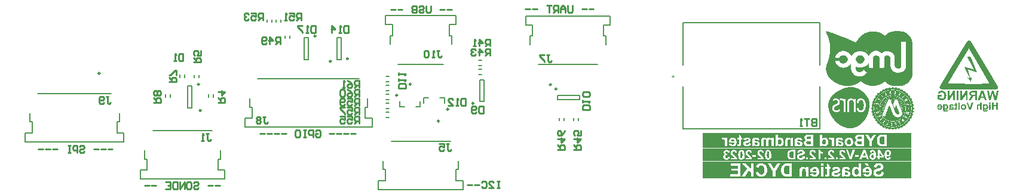
<source format=gbo>
G04*
G04 #@! TF.GenerationSoftware,Altium Limited,Altium Designer,22.9.1 (49)*
G04*
G04 Layer_Color=32896*
%FSLAX25Y25*%
%MOIN*%
G70*
G04*
G04 #@! TF.SameCoordinates,3F8A9F32-4B6F-401C-BF37-4CBD66F0855C*
G04*
G04*
G04 #@! TF.FilePolarity,Positive*
G04*
G01*
G75*
%ADD10C,0.00984*%
%ADD11C,0.00787*%
%ADD13C,0.01000*%
G36*
X615263Y233098D02*
X616289D01*
Y232927D01*
X616973D01*
Y232756D01*
X617486D01*
Y232585D01*
X617657D01*
Y232414D01*
X617999D01*
Y232243D01*
X618341D01*
Y232072D01*
X618683D01*
Y231901D01*
X618854D01*
Y231730D01*
X619025D01*
Y231559D01*
X619196D01*
Y231388D01*
X619367D01*
Y231217D01*
X619538D01*
Y231046D01*
X619709D01*
Y230875D01*
X619880D01*
Y230703D01*
X620051D01*
Y230533D01*
X620222D01*
Y230362D01*
X620393D01*
Y230190D01*
X620564D01*
Y229848D01*
X620735D01*
Y229677D01*
X620906D01*
Y229335D01*
X621077D01*
Y228993D01*
X621248D01*
Y228651D01*
X621419D01*
Y228138D01*
X621591D01*
Y227454D01*
X621762D01*
Y226599D01*
X621933D01*
Y208641D01*
X621762D01*
Y207957D01*
X621591D01*
Y207444D01*
X621419D01*
Y207102D01*
X621248D01*
Y206760D01*
X621077D01*
Y206589D01*
X620906D01*
Y206247D01*
X620735D01*
Y205905D01*
X620564D01*
Y205734D01*
X620393D01*
Y205563D01*
X620222D01*
Y205221D01*
X620051D01*
Y205050D01*
X619880D01*
Y204879D01*
X619709D01*
Y204708D01*
X619538D01*
Y204537D01*
X619367D01*
Y204366D01*
X619196D01*
Y204195D01*
X619025D01*
Y204024D01*
X618683D01*
Y203853D01*
X618512D01*
Y203682D01*
X618170D01*
Y203511D01*
X617828D01*
Y203340D01*
X617657D01*
Y203169D01*
X617315D01*
Y202997D01*
X617144D01*
Y202826D01*
X616460D01*
Y202656D01*
X615434D01*
Y202484D01*
X610816D01*
Y202656D01*
X609961D01*
Y202826D01*
X609619D01*
Y202997D01*
X609106D01*
Y203169D01*
X608764D01*
Y203340D01*
X608422D01*
Y203511D01*
X608079D01*
Y203682D01*
X607908D01*
Y203853D01*
X607566D01*
Y204024D01*
X607395D01*
Y204195D01*
X607224D01*
Y204366D01*
X607053D01*
Y204537D01*
X606882D01*
Y204708D01*
X606711D01*
Y204879D01*
X606540D01*
Y205050D01*
X606198D01*
Y204879D01*
X606027D01*
Y204708D01*
X605685D01*
Y204537D01*
X605514D01*
Y204366D01*
X605343D01*
Y204195D01*
X605001D01*
Y204024D01*
X604659D01*
Y203853D01*
X604488D01*
Y203682D01*
X604146D01*
Y203511D01*
X603804D01*
Y203340D01*
X603291D01*
Y203169D01*
X602778D01*
Y202997D01*
X602265D01*
Y202826D01*
X601581D01*
Y202656D01*
X600383D01*
Y202484D01*
X599870D01*
Y202656D01*
X599699D01*
Y202484D01*
X599186D01*
Y202656D01*
X597818D01*
Y202826D01*
X597134D01*
Y202997D01*
X596621D01*
Y203169D01*
X596108D01*
Y203340D01*
X595766D01*
Y203511D01*
X595424D01*
Y203682D01*
X595082D01*
Y203853D01*
X594740D01*
Y204024D01*
X594568D01*
Y204195D01*
X594227D01*
Y204366D01*
X594056D01*
Y204537D01*
X593713D01*
Y204708D01*
X593542D01*
Y204879D01*
X593371D01*
Y205050D01*
X593200D01*
Y205221D01*
X592687D01*
Y205050D01*
X592516D01*
Y204879D01*
X592345D01*
Y204708D01*
X592003D01*
Y204537D01*
X591832D01*
Y204366D01*
X591661D01*
Y204195D01*
X591319D01*
Y204024D01*
X590977D01*
Y203853D01*
X590635D01*
Y203682D01*
X590464D01*
Y203511D01*
X589951D01*
Y203340D01*
X589609D01*
Y203169D01*
X589096D01*
Y202997D01*
X588583D01*
Y202826D01*
X587899D01*
Y202656D01*
X586872D01*
Y202484D01*
X584136D01*
Y202656D01*
X583110D01*
Y202826D01*
X582426D01*
Y202997D01*
X581742D01*
Y203169D01*
X581400D01*
Y203340D01*
X580887D01*
Y203511D01*
X580373D01*
Y203682D01*
X580031D01*
Y203853D01*
X579689D01*
Y204024D01*
X579347D01*
Y204195D01*
X579005D01*
Y204366D01*
X578663D01*
Y204537D01*
X578492D01*
Y204708D01*
X578150D01*
Y204879D01*
X577979D01*
Y205050D01*
X577637D01*
Y205221D01*
X577466D01*
Y205392D01*
X577295D01*
Y205563D01*
X576953D01*
Y205734D01*
X576782D01*
Y205905D01*
X576611D01*
Y206076D01*
X576440D01*
Y206247D01*
X576269D01*
Y206418D01*
X576098D01*
Y206589D01*
X575927D01*
Y206760D01*
X575756D01*
Y206931D01*
X575585D01*
Y207102D01*
X575414D01*
Y207444D01*
X575243D01*
Y207615D01*
X575072D01*
Y207786D01*
X574901D01*
Y208128D01*
X574730D01*
Y208299D01*
X574559D01*
Y208641D01*
X574388D01*
Y208983D01*
X574217D01*
Y209496D01*
X574046D01*
Y209839D01*
X573875D01*
Y210352D01*
X573703D01*
Y211378D01*
X573532D01*
Y213088D01*
X573703D01*
Y214114D01*
X573875D01*
Y214627D01*
X574046D01*
Y215140D01*
X574217D01*
Y215482D01*
X574388D01*
Y215995D01*
X574559D01*
Y216337D01*
X574730D01*
Y216850D01*
X574901D01*
Y217364D01*
X575072D01*
Y218048D01*
X575243D01*
Y218561D01*
X575414D01*
Y219245D01*
X575585D01*
Y220271D01*
X575756D01*
Y221297D01*
X575927D01*
Y225573D01*
X575756D01*
Y226599D01*
X575585D01*
Y227454D01*
X575414D01*
Y228138D01*
X575243D01*
Y228651D01*
X575072D01*
Y229164D01*
X574901D01*
Y229677D01*
X574730D01*
Y230190D01*
X574559D01*
Y230533D01*
X574388D01*
Y230875D01*
X574217D01*
Y231388D01*
X574046D01*
Y231730D01*
X573875D01*
Y232072D01*
X573703D01*
Y232585D01*
X573532D01*
Y233098D01*
X573703D01*
Y233269D01*
X574217D01*
Y233098D01*
X574901D01*
Y232927D01*
X575414D01*
Y232756D01*
X575756D01*
Y232585D01*
X576269D01*
Y232414D01*
X576782D01*
Y232243D01*
X577295D01*
Y232072D01*
X577637D01*
Y231901D01*
X578150D01*
Y231730D01*
X578492D01*
Y231559D01*
X579005D01*
Y231388D01*
X579347D01*
Y231217D01*
X579860D01*
Y231046D01*
X580373D01*
Y230875D01*
X580716D01*
Y230703D01*
X581229D01*
Y230533D01*
X581571D01*
Y230362D01*
X582084D01*
Y230190D01*
X582597D01*
Y230019D01*
X582939D01*
Y229848D01*
X583452D01*
Y229677D01*
X583794D01*
Y229506D01*
X584307D01*
Y229335D01*
X584820D01*
Y229164D01*
X585162D01*
Y228993D01*
X585675D01*
Y228822D01*
X586188D01*
Y228651D01*
X586530D01*
Y228480D01*
X587044D01*
Y228309D01*
X587386D01*
Y228138D01*
X587728D01*
Y227967D01*
X588241D01*
Y227796D01*
X588583D01*
Y227625D01*
X588925D01*
Y227454D01*
X589267D01*
Y227283D01*
X589609D01*
Y227112D01*
X589951D01*
Y226941D01*
X590122D01*
Y227112D01*
X590293D01*
Y227283D01*
X590464D01*
Y227625D01*
X590635D01*
Y227796D01*
X590806D01*
Y228138D01*
X590977D01*
Y228309D01*
X591148D01*
Y228480D01*
X591319D01*
Y228822D01*
X591490D01*
Y228993D01*
X591661D01*
Y229164D01*
X591832D01*
Y229335D01*
X592003D01*
Y229506D01*
X592174D01*
Y229677D01*
X592345D01*
Y229848D01*
X592516D01*
Y230019D01*
X592687D01*
Y230190D01*
X592858D01*
Y230362D01*
X593029D01*
Y230533D01*
X593200D01*
Y230703D01*
X593371D01*
Y230875D01*
X593542D01*
Y231046D01*
X593885D01*
Y231217D01*
X594056D01*
Y231388D01*
X594397D01*
Y231559D01*
X594568D01*
Y231730D01*
X594911D01*
Y231901D01*
X595253D01*
Y232072D01*
X595595D01*
Y232243D01*
X595937D01*
Y232414D01*
X596279D01*
Y232585D01*
X596792D01*
Y232756D01*
X597305D01*
Y232927D01*
X598160D01*
Y233098D01*
X601409D01*
Y232927D01*
X602094D01*
Y232756D01*
X602778D01*
Y232585D01*
X603291D01*
Y232414D01*
X603633D01*
Y232243D01*
X603975D01*
Y232072D01*
X604317D01*
Y231901D01*
X604659D01*
Y231730D01*
X605001D01*
Y231559D01*
X605172D01*
Y231388D01*
X605514D01*
Y231217D01*
X605685D01*
Y231046D01*
X605856D01*
Y230875D01*
X606198D01*
Y230703D01*
X606540D01*
Y230875D01*
X606711D01*
Y231046D01*
X607053D01*
Y231217D01*
X607224D01*
Y231388D01*
X607395D01*
Y231559D01*
X607566D01*
Y231730D01*
X607737D01*
Y231901D01*
X607908D01*
Y232072D01*
X608251D01*
Y232243D01*
X608593D01*
Y232414D01*
X608935D01*
Y232585D01*
X609277D01*
Y232756D01*
X609619D01*
Y232927D01*
X610303D01*
Y233098D01*
X611329D01*
Y233269D01*
X615263D01*
Y233098D01*
D02*
G37*
G36*
X610860Y201920D02*
X610980D01*
Y201800D01*
X611220D01*
Y201680D01*
X611340D01*
Y201560D01*
X611460D01*
Y201440D01*
X611820D01*
Y201560D01*
X612060D01*
Y201680D01*
X612300D01*
Y201800D01*
X612540D01*
Y201920D01*
X612660D01*
Y201800D01*
X612780D01*
Y201680D01*
X612900D01*
Y201560D01*
X613020D01*
Y201440D01*
X613140D01*
Y201320D01*
X613260D01*
Y201200D01*
X613380D01*
Y201080D01*
X613500D01*
Y201200D01*
X613860D01*
Y201320D01*
X614220D01*
Y201440D01*
X614460D01*
Y201320D01*
X614580D01*
Y201200D01*
X614700D01*
Y201080D01*
X614820D01*
Y200840D01*
X614940D01*
Y200720D01*
X615060D01*
Y200600D01*
X615780D01*
Y200720D01*
X616260D01*
Y200480D01*
X616380D01*
Y200240D01*
X616500D01*
Y200000D01*
X616620D01*
Y199760D01*
X617820D01*
Y199520D01*
X617940D01*
Y199160D01*
X618060D01*
Y198800D01*
X618180D01*
Y198680D01*
X618540D01*
Y198560D01*
X619260D01*
Y197960D01*
X619380D01*
Y197480D01*
X619500D01*
Y197360D01*
X619740D01*
Y197240D01*
X620100D01*
Y197120D01*
X620460D01*
Y195920D01*
X620700D01*
Y195800D01*
X620940D01*
Y195680D01*
X621180D01*
Y195560D01*
X621420D01*
Y194960D01*
X621300D01*
Y194360D01*
X621420D01*
Y194240D01*
X621540D01*
Y194120D01*
X621660D01*
Y194000D01*
X621900D01*
Y193880D01*
X622020D01*
Y193760D01*
X622140D01*
Y193520D01*
X622020D01*
Y193160D01*
X621900D01*
Y192800D01*
X621780D01*
Y192680D01*
X621900D01*
Y192560D01*
X622020D01*
Y192440D01*
X622140D01*
Y192320D01*
X622260D01*
Y192200D01*
X622380D01*
Y192080D01*
X622500D01*
Y191960D01*
X622620D01*
Y191840D01*
X622500D01*
Y191600D01*
X622380D01*
Y191360D01*
X622260D01*
Y191120D01*
X622140D01*
Y190760D01*
X622260D01*
Y190640D01*
X622380D01*
Y190400D01*
X622500D01*
Y190280D01*
X622620D01*
Y190160D01*
X622740D01*
Y189920D01*
X622620D01*
Y189800D01*
X622500D01*
Y189560D01*
X622380D01*
Y189440D01*
X622260D01*
Y189320D01*
X622140D01*
Y188960D01*
X622260D01*
Y188720D01*
X622380D01*
Y188480D01*
X622500D01*
Y188240D01*
X622620D01*
Y188120D01*
X622500D01*
Y188000D01*
X622380D01*
Y187880D01*
X622260D01*
Y187760D01*
X622140D01*
Y187640D01*
X622020D01*
Y187520D01*
X621900D01*
Y187400D01*
X621780D01*
Y187280D01*
X621900D01*
Y186920D01*
X622020D01*
Y186560D01*
X622140D01*
Y186320D01*
X622020D01*
Y186200D01*
X621900D01*
Y186080D01*
X621780D01*
Y185960D01*
X621540D01*
Y185840D01*
X621420D01*
Y185720D01*
X621300D01*
Y185000D01*
X621420D01*
Y184520D01*
X621180D01*
Y184400D01*
X620940D01*
Y184280D01*
X620700D01*
Y184160D01*
X620460D01*
Y182960D01*
X620220D01*
Y182840D01*
X619860D01*
Y182720D01*
X619500D01*
Y182600D01*
X619380D01*
Y182240D01*
X619260D01*
Y181520D01*
X618660D01*
Y181400D01*
X618180D01*
Y181280D01*
X618060D01*
Y181040D01*
X617940D01*
Y180680D01*
X617820D01*
Y180320D01*
X616620D01*
Y180080D01*
X616500D01*
Y179840D01*
X616380D01*
Y179600D01*
X616260D01*
Y179360D01*
X615660D01*
Y179480D01*
X615060D01*
Y179360D01*
X614940D01*
Y179240D01*
X614820D01*
Y179120D01*
X614700D01*
Y178880D01*
X614580D01*
Y178760D01*
X614460D01*
Y178640D01*
X614220D01*
Y178760D01*
X613860D01*
Y178880D01*
X613500D01*
Y179000D01*
X613380D01*
Y178880D01*
X613260D01*
Y178760D01*
X613140D01*
Y178640D01*
X613020D01*
Y178520D01*
X612900D01*
Y178400D01*
X612780D01*
Y178280D01*
X612660D01*
Y178160D01*
X612540D01*
Y178280D01*
X612300D01*
Y178400D01*
X612060D01*
Y178520D01*
X611820D01*
Y178640D01*
X611460D01*
Y178520D01*
X611340D01*
Y178400D01*
X611100D01*
Y178280D01*
X610980D01*
Y178160D01*
X610860D01*
Y178040D01*
X610620D01*
Y178160D01*
X610500D01*
Y178280D01*
X610260D01*
Y178400D01*
X610140D01*
Y178520D01*
X610020D01*
Y178640D01*
X609660D01*
Y178520D01*
X609420D01*
Y178400D01*
X609180D01*
Y178280D01*
X608940D01*
Y178160D01*
X608820D01*
Y178280D01*
X608700D01*
Y178400D01*
X608580D01*
Y178520D01*
X608460D01*
Y178640D01*
X608340D01*
Y178760D01*
X608220D01*
Y178880D01*
X608100D01*
Y179000D01*
X607980D01*
Y178880D01*
X607620D01*
Y178760D01*
X607260D01*
Y178640D01*
X607020D01*
Y178760D01*
X606900D01*
Y178880D01*
X606780D01*
Y179000D01*
X606660D01*
Y179240D01*
X606540D01*
Y179360D01*
X606420D01*
Y179480D01*
X605700D01*
Y179360D01*
X605220D01*
Y179600D01*
X605100D01*
Y179840D01*
X604980D01*
Y180080D01*
X604860D01*
Y180320D01*
X603660D01*
Y180560D01*
X603540D01*
Y180920D01*
X603420D01*
Y181280D01*
X603300D01*
Y181400D01*
X602940D01*
Y181520D01*
X602220D01*
Y182120D01*
X602100D01*
Y182600D01*
X601980D01*
Y182720D01*
X601740D01*
Y182840D01*
X601380D01*
Y182960D01*
X601020D01*
Y184160D01*
X600780D01*
Y184280D01*
X600540D01*
Y184400D01*
X600300D01*
Y184520D01*
X600060D01*
Y185120D01*
X600180D01*
Y185720D01*
X600060D01*
Y185840D01*
X599940D01*
Y185960D01*
X599820D01*
Y186080D01*
X599580D01*
Y186200D01*
X599460D01*
Y186320D01*
X599340D01*
Y186560D01*
X599460D01*
Y186920D01*
X599580D01*
Y187280D01*
X599700D01*
Y187400D01*
X599580D01*
Y187520D01*
X599460D01*
Y187640D01*
X599340D01*
Y187760D01*
X599220D01*
Y187880D01*
X599100D01*
Y188000D01*
X598980D01*
Y188120D01*
X598860D01*
Y188240D01*
X598980D01*
Y188480D01*
X599100D01*
Y188720D01*
X599220D01*
Y188960D01*
X599340D01*
Y189320D01*
X599220D01*
Y189440D01*
X599100D01*
Y189680D01*
X598980D01*
Y189800D01*
X598860D01*
Y190040D01*
X598740D01*
Y190160D01*
X598860D01*
Y190280D01*
X598980D01*
Y190520D01*
X599100D01*
Y190640D01*
X599220D01*
Y190760D01*
X599340D01*
Y191120D01*
X599220D01*
Y191360D01*
X599100D01*
Y191600D01*
X598980D01*
Y191840D01*
X598860D01*
Y191960D01*
X598980D01*
Y192080D01*
X599100D01*
Y192200D01*
X599220D01*
Y192320D01*
X599340D01*
Y192440D01*
X599460D01*
Y192560D01*
X599580D01*
Y192680D01*
X599700D01*
Y192800D01*
X599580D01*
Y193160D01*
X599460D01*
Y193520D01*
X599340D01*
Y193760D01*
X599460D01*
Y193880D01*
X599580D01*
Y194000D01*
X599700D01*
Y194120D01*
X599940D01*
Y194240D01*
X600060D01*
Y194360D01*
X600180D01*
Y195080D01*
X600060D01*
Y195560D01*
X600300D01*
Y195680D01*
X600540D01*
Y195800D01*
X600780D01*
Y195920D01*
X601020D01*
Y197120D01*
X601260D01*
Y197240D01*
X601620D01*
Y197360D01*
X601980D01*
Y197480D01*
X602100D01*
Y197840D01*
X602220D01*
Y198560D01*
X602820D01*
Y198680D01*
X603300D01*
Y198800D01*
X603420D01*
Y199040D01*
X603540D01*
Y199400D01*
X603660D01*
Y199760D01*
X604860D01*
Y200000D01*
X604980D01*
Y200240D01*
X605100D01*
Y200480D01*
X605220D01*
Y200720D01*
X605820D01*
Y200600D01*
X606420D01*
Y200720D01*
X606540D01*
Y200840D01*
X606660D01*
Y200960D01*
X606780D01*
Y201200D01*
X606900D01*
Y201320D01*
X607020D01*
Y201440D01*
X607260D01*
Y201320D01*
X607620D01*
Y201200D01*
X607980D01*
Y201080D01*
X608100D01*
Y201200D01*
X608220D01*
Y201320D01*
X608340D01*
Y201440D01*
X608460D01*
Y201560D01*
X608580D01*
Y201680D01*
X608700D01*
Y201800D01*
X608820D01*
Y201920D01*
X608940D01*
Y201800D01*
X609180D01*
Y201680D01*
X609420D01*
Y201560D01*
X609660D01*
Y201440D01*
X610020D01*
Y201560D01*
X610140D01*
Y201680D01*
X610380D01*
Y201800D01*
X610500D01*
Y201920D01*
X610620D01*
Y202040D01*
X610860D01*
Y201920D01*
D02*
G37*
G36*
X653484Y227863D02*
X653566D01*
Y227850D01*
X653621D01*
Y227836D01*
X653676D01*
Y227822D01*
X653717D01*
Y227808D01*
X653758D01*
Y227795D01*
X653799D01*
Y227781D01*
X653827D01*
Y227767D01*
X653868D01*
Y227753D01*
X653896D01*
Y227740D01*
X653923D01*
Y227726D01*
X653950D01*
Y227712D01*
X653964D01*
Y227699D01*
X653992D01*
Y227685D01*
X654019D01*
Y227671D01*
X654046D01*
Y227657D01*
X654060D01*
Y227644D01*
X654088D01*
Y227630D01*
X654101D01*
Y227616D01*
X654129D01*
Y227603D01*
X654143D01*
Y227589D01*
X654156D01*
Y227575D01*
X654184D01*
Y227561D01*
X654198D01*
Y227548D01*
X654211D01*
Y227534D01*
X654225D01*
Y227520D01*
X654239D01*
Y227506D01*
X654266D01*
Y227493D01*
X654280D01*
Y227479D01*
X654294D01*
Y227465D01*
X654307D01*
Y227451D01*
X654321D01*
Y227438D01*
X654335D01*
Y227424D01*
X654349D01*
Y227410D01*
X654362D01*
Y227396D01*
X654376D01*
Y227383D01*
X654390D01*
Y227369D01*
X654403D01*
Y227355D01*
X654417D01*
Y227342D01*
X654431D01*
Y227328D01*
X654445D01*
Y227314D01*
X654458D01*
Y227300D01*
X654472D01*
Y227273D01*
X654486D01*
Y227259D01*
X654500D01*
Y227245D01*
X654513D01*
Y227232D01*
X654527D01*
Y227204D01*
X654541D01*
Y227191D01*
X654555D01*
Y227177D01*
X654568D01*
Y227149D01*
X654582D01*
Y227136D01*
X654596D01*
Y227122D01*
X654609D01*
Y227095D01*
X654623D01*
Y227081D01*
X654637D01*
Y227053D01*
X654651D01*
Y227040D01*
X654664D01*
Y227012D01*
X654678D01*
Y226998D01*
X654692D01*
Y226971D01*
X654705D01*
Y226943D01*
X654719D01*
Y226930D01*
X654733D01*
Y226902D01*
X654747D01*
Y226875D01*
X654761D01*
Y226861D01*
X654774D01*
Y226834D01*
X654788D01*
Y226806D01*
X654802D01*
Y226792D01*
X654815D01*
Y226765D01*
X654829D01*
Y226737D01*
X654843D01*
Y226724D01*
X654857D01*
Y226696D01*
X654870D01*
Y226669D01*
X654884D01*
Y226655D01*
X654898D01*
Y226628D01*
X654912D01*
Y226600D01*
X654925D01*
Y226587D01*
X654939D01*
Y226559D01*
X654953D01*
Y226532D01*
X654966D01*
Y226518D01*
X654980D01*
Y226490D01*
X654994D01*
Y226463D01*
X655008D01*
Y226449D01*
X655021D01*
Y226422D01*
X655035D01*
Y226394D01*
X655049D01*
Y226380D01*
X655062D01*
Y226353D01*
X655076D01*
Y226326D01*
X655090D01*
Y226312D01*
X655104D01*
Y226284D01*
X655117D01*
Y226257D01*
X655131D01*
Y226230D01*
X655145D01*
Y226216D01*
X655159D01*
Y226188D01*
X655172D01*
Y226161D01*
X655186D01*
Y226147D01*
X655200D01*
Y226120D01*
X655213D01*
Y226092D01*
X655227D01*
Y226079D01*
X655241D01*
Y226051D01*
X655255D01*
Y226024D01*
X655268D01*
Y226010D01*
X655282D01*
Y225982D01*
X655296D01*
Y225955D01*
X655310D01*
Y225941D01*
X655323D01*
Y225914D01*
X655337D01*
Y225886D01*
X655351D01*
Y225872D01*
X655365D01*
Y225845D01*
X655378D01*
Y225818D01*
X655392D01*
Y225804D01*
X655406D01*
Y225776D01*
X655419D01*
Y225749D01*
X655433D01*
Y225735D01*
X655447D01*
Y225708D01*
X655461D01*
Y225680D01*
X655474D01*
Y225667D01*
X655488D01*
Y225639D01*
X655502D01*
Y225612D01*
X655516D01*
Y225598D01*
X655529D01*
Y225571D01*
X655543D01*
Y225543D01*
X655557D01*
Y225529D01*
X655571D01*
Y225502D01*
X655584D01*
Y225474D01*
X655598D01*
Y225461D01*
X655612D01*
Y225433D01*
X655625D01*
Y225406D01*
X655639D01*
Y225392D01*
X655653D01*
Y225365D01*
X655667D01*
Y225337D01*
X655680D01*
Y225323D01*
X655694D01*
Y225296D01*
X655708D01*
Y225268D01*
X655722D01*
Y225255D01*
X655735D01*
Y225227D01*
X655749D01*
Y225200D01*
X655763D01*
Y225186D01*
X655776D01*
Y225159D01*
X655790D01*
Y225131D01*
X655804D01*
Y225104D01*
X655818D01*
Y225090D01*
X655831D01*
Y225062D01*
X655845D01*
Y225035D01*
X655859D01*
Y225021D01*
X655872D01*
Y224994D01*
X655886D01*
Y224966D01*
X655900D01*
Y224953D01*
X655914D01*
Y224925D01*
X655928D01*
Y224898D01*
X655941D01*
Y224884D01*
X655955D01*
Y224857D01*
X655969D01*
Y224829D01*
X655982D01*
Y224815D01*
X655996D01*
Y224788D01*
X656010D01*
Y224760D01*
X656024D01*
Y224747D01*
X656037D01*
Y224719D01*
X656051D01*
Y224692D01*
X656065D01*
Y224678D01*
X656078D01*
Y224651D01*
X656092D01*
Y224623D01*
X656106D01*
Y224609D01*
X656120D01*
Y224582D01*
X656133D01*
Y224554D01*
X656147D01*
Y224541D01*
X656161D01*
Y224513D01*
X656175D01*
Y224486D01*
X656188D01*
Y224472D01*
X656202D01*
Y224445D01*
X656216D01*
Y224417D01*
X656229D01*
Y224404D01*
X656243D01*
Y224376D01*
X656257D01*
Y224349D01*
X656271D01*
Y224335D01*
X656284D01*
Y224307D01*
X656298D01*
Y224280D01*
X656312D01*
Y224266D01*
X656326D01*
Y224239D01*
X656339D01*
Y224211D01*
X656353D01*
Y224198D01*
X656367D01*
Y224170D01*
X656381D01*
Y224143D01*
X656394D01*
Y224129D01*
X656408D01*
Y224101D01*
X656422D01*
Y224074D01*
X656435D01*
Y224060D01*
X656449D01*
Y224033D01*
X656463D01*
Y224005D01*
X656477D01*
Y223992D01*
X656490D01*
Y223964D01*
X656504D01*
Y223937D01*
X656518D01*
Y223909D01*
X656532D01*
Y223896D01*
X656545D01*
Y223868D01*
X656559D01*
Y223841D01*
X656573D01*
Y223827D01*
X656587D01*
Y223799D01*
X656600D01*
Y223772D01*
X656614D01*
Y223758D01*
X656628D01*
Y223731D01*
X656641D01*
Y223703D01*
X656655D01*
Y223690D01*
X656669D01*
Y223662D01*
X656683D01*
Y223635D01*
X656696D01*
Y223621D01*
X656710D01*
Y223593D01*
X656724D01*
Y223566D01*
X656738D01*
Y223552D01*
X656751D01*
Y223525D01*
X656765D01*
Y223497D01*
X656779D01*
Y223484D01*
X656792D01*
Y223456D01*
X656806D01*
Y223429D01*
X656820D01*
Y223415D01*
X656834D01*
Y223388D01*
X656847D01*
Y223360D01*
X656861D01*
Y223346D01*
X656875D01*
Y223319D01*
X656888D01*
Y223291D01*
X656902D01*
Y223278D01*
X656916D01*
Y223250D01*
X656930D01*
Y223223D01*
X656944D01*
Y223209D01*
X656957D01*
Y223182D01*
X656971D01*
Y223154D01*
X656985D01*
Y223140D01*
X656998D01*
Y223113D01*
X657012D01*
Y223085D01*
X657026D01*
Y223072D01*
X657039D01*
Y223044D01*
X657053D01*
Y223017D01*
X657067D01*
Y223003D01*
X657081D01*
Y222976D01*
X657094D01*
Y222948D01*
X657108D01*
Y222934D01*
X657122D01*
Y222907D01*
X657136D01*
Y222880D01*
X657149D01*
Y222866D01*
X657163D01*
Y222838D01*
X657177D01*
Y222811D01*
X657191D01*
Y222783D01*
X657204D01*
Y222770D01*
X657218D01*
Y222742D01*
X657232D01*
Y222715D01*
X657245D01*
Y222701D01*
X657259D01*
Y222674D01*
X657273D01*
Y222646D01*
X657287D01*
Y222632D01*
X657300D01*
Y222605D01*
X657314D01*
Y222578D01*
X657328D01*
Y222564D01*
X657342D01*
Y222536D01*
X657355D01*
Y222509D01*
X657369D01*
Y222495D01*
X657383D01*
Y222468D01*
X657397D01*
Y222440D01*
X657410D01*
Y222426D01*
X657424D01*
Y222399D01*
X657438D01*
Y222372D01*
X657451D01*
Y222358D01*
X657465D01*
Y222330D01*
X657479D01*
Y222303D01*
X657493D01*
Y222289D01*
X657506D01*
Y222262D01*
X657520D01*
Y222234D01*
X657534D01*
Y222220D01*
X657548D01*
Y222193D01*
X657561D01*
Y222166D01*
X657575D01*
Y222152D01*
X657589D01*
Y222124D01*
X657603D01*
Y222097D01*
X657616D01*
Y222083D01*
X657630D01*
Y222056D01*
X657644D01*
Y222028D01*
X657657D01*
Y222015D01*
X657671D01*
Y221987D01*
X657685D01*
Y221960D01*
X657699D01*
Y221946D01*
X657712D01*
Y221918D01*
X657726D01*
Y221891D01*
X657740D01*
Y221877D01*
X657754D01*
Y221850D01*
X657767D01*
Y221822D01*
X657781D01*
Y221809D01*
X657795D01*
Y221781D01*
X657808D01*
Y221754D01*
X657822D01*
Y221740D01*
X657836D01*
Y221712D01*
X657850D01*
Y221685D01*
X657863D01*
Y221658D01*
X657877D01*
Y221644D01*
X657891D01*
Y221616D01*
X657904D01*
Y221589D01*
X657918D01*
Y221575D01*
X657932D01*
Y221548D01*
X657946D01*
Y221520D01*
X657959D01*
Y221507D01*
X657973D01*
Y221479D01*
X657987D01*
Y221452D01*
X658001D01*
Y221438D01*
X658014D01*
Y221410D01*
X658028D01*
Y221383D01*
X658042D01*
Y221369D01*
X658055D01*
Y221342D01*
X658069D01*
Y221314D01*
X658083D01*
Y221301D01*
X658097D01*
Y221273D01*
X658111D01*
Y221246D01*
X658124D01*
Y221232D01*
X658138D01*
Y221204D01*
X658152D01*
Y221177D01*
X658165D01*
Y221163D01*
X658179D01*
Y221136D01*
X658193D01*
Y221108D01*
X658207D01*
Y221095D01*
X658220D01*
Y221067D01*
X658234D01*
Y221040D01*
X658248D01*
Y221026D01*
X658261D01*
Y220999D01*
X658275D01*
Y220971D01*
X658289D01*
Y220957D01*
X658303D01*
Y220930D01*
X658316D01*
Y220902D01*
X658330D01*
Y220889D01*
X658344D01*
Y220861D01*
X658358D01*
Y220834D01*
X658371D01*
Y220820D01*
X658385D01*
Y220793D01*
X658399D01*
Y220765D01*
X658413D01*
Y220751D01*
X658426D01*
Y220724D01*
X658440D01*
Y220696D01*
X658454D01*
Y220683D01*
X658467D01*
Y220655D01*
X658481D01*
Y220628D01*
X658495D01*
Y220614D01*
X658509D01*
Y220587D01*
X658522D01*
Y220559D01*
X658536D01*
Y220532D01*
X658550D01*
Y220518D01*
X658564D01*
Y220491D01*
X658577D01*
Y220463D01*
X658591D01*
Y220449D01*
X658605D01*
Y220422D01*
X658618D01*
Y220394D01*
X658632D01*
Y220381D01*
X658646D01*
Y220353D01*
X658660D01*
Y220326D01*
X658673D01*
Y220312D01*
X658687D01*
Y220285D01*
X658701D01*
Y220257D01*
X658714D01*
Y220243D01*
X658728D01*
Y220216D01*
X658742D01*
Y220188D01*
X658756D01*
Y220175D01*
X658770D01*
Y220147D01*
X658783D01*
Y220120D01*
X658797D01*
Y220106D01*
X658811D01*
Y220079D01*
X658824D01*
Y220051D01*
X658838D01*
Y220038D01*
X658852D01*
Y220010D01*
X658866D01*
Y219983D01*
X658879D01*
Y219969D01*
X658893D01*
Y219941D01*
X658907D01*
Y219914D01*
X658920D01*
Y219900D01*
X658934D01*
Y219873D01*
X658948D01*
Y219845D01*
X658962D01*
Y219832D01*
X658975D01*
Y219804D01*
X658989D01*
Y219777D01*
X659003D01*
Y219763D01*
X659017D01*
Y219735D01*
X659030D01*
Y219708D01*
X659044D01*
Y219694D01*
X659058D01*
Y219667D01*
X659071D01*
Y219639D01*
X659085D01*
Y219626D01*
X659099D01*
Y219598D01*
X659113D01*
Y219571D01*
X659126D01*
Y219557D01*
X659140D01*
Y219530D01*
X659154D01*
Y219502D01*
X659168D01*
Y219488D01*
X659181D01*
Y219461D01*
X659195D01*
Y219433D01*
X659209D01*
Y219420D01*
X659223D01*
Y219392D01*
X659236D01*
Y219365D01*
X659250D01*
Y219337D01*
X659264D01*
Y219324D01*
X659277D01*
Y219296D01*
X659291D01*
Y219269D01*
X659305D01*
Y219255D01*
X659319D01*
Y219228D01*
X659332D01*
Y219200D01*
X659346D01*
Y219186D01*
X659360D01*
Y219159D01*
X659374D01*
Y219131D01*
X659387D01*
Y219118D01*
X659401D01*
Y219090D01*
X659415D01*
Y219063D01*
X659429D01*
Y219049D01*
X659442D01*
Y219022D01*
X659456D01*
Y218994D01*
X659470D01*
Y218980D01*
X659483D01*
Y218953D01*
X659497D01*
Y218925D01*
X659511D01*
Y218912D01*
X659525D01*
Y218884D01*
X659538D01*
Y218857D01*
X659552D01*
Y218843D01*
X659566D01*
Y218816D01*
X659580D01*
Y218788D01*
X659593D01*
Y218774D01*
X659607D01*
Y218747D01*
X659621D01*
Y218720D01*
X659634D01*
Y218706D01*
X659648D01*
Y218678D01*
X659662D01*
Y218651D01*
X659676D01*
Y218637D01*
X659689D01*
Y218610D01*
X659703D01*
Y218582D01*
X659717D01*
Y218568D01*
X659730D01*
Y218541D01*
X659744D01*
Y218513D01*
X659758D01*
Y218500D01*
X659772D01*
Y218472D01*
X659786D01*
Y218445D01*
X659799D01*
Y218431D01*
X659813D01*
Y218404D01*
X659827D01*
Y218376D01*
X659840D01*
Y218362D01*
X659854D01*
Y218335D01*
X659868D01*
Y218308D01*
X659882D01*
Y218294D01*
X659895D01*
Y218266D01*
X659909D01*
Y218239D01*
X659923D01*
Y218212D01*
X659937D01*
Y218198D01*
X659950D01*
Y218170D01*
X659964D01*
Y218143D01*
X659978D01*
Y218129D01*
X659991D01*
Y218102D01*
X660005D01*
Y218074D01*
X660019D01*
Y218060D01*
X660033D01*
Y218033D01*
X660046D01*
Y218005D01*
X660060D01*
Y217992D01*
X660074D01*
Y217964D01*
X660087D01*
Y217937D01*
X660101D01*
Y217923D01*
X660115D01*
Y217896D01*
X660129D01*
Y217868D01*
X660142D01*
Y217854D01*
X660156D01*
Y217827D01*
X660170D01*
Y217800D01*
X660184D01*
Y217786D01*
X660197D01*
Y217758D01*
X660211D01*
Y217731D01*
X660225D01*
Y217717D01*
X660239D01*
Y217690D01*
X660252D01*
Y217662D01*
X660266D01*
Y217649D01*
X660280D01*
Y217621D01*
X660293D01*
Y217594D01*
X660307D01*
Y217580D01*
X660321D01*
Y217552D01*
X660335D01*
Y217525D01*
X660348D01*
Y217511D01*
X660362D01*
Y217484D01*
X660376D01*
Y217456D01*
X660390D01*
Y217443D01*
X660403D01*
Y217415D01*
X660417D01*
Y217388D01*
X660431D01*
Y217374D01*
X660444D01*
Y217347D01*
X660458D01*
Y217319D01*
X660472D01*
Y217305D01*
X660486D01*
Y217278D01*
X660499D01*
Y217250D01*
X660513D01*
Y217237D01*
X660527D01*
Y217209D01*
X660541D01*
Y217182D01*
X660554D01*
Y217168D01*
X660568D01*
Y217141D01*
X660582D01*
Y217113D01*
X660596D01*
Y217086D01*
X660609D01*
Y217072D01*
X660623D01*
Y217044D01*
X660637D01*
Y217017D01*
X660650D01*
Y217003D01*
X660664D01*
Y216976D01*
X660678D01*
Y216948D01*
X660692D01*
Y216935D01*
X660705D01*
Y216907D01*
X660719D01*
Y216880D01*
X660733D01*
Y216866D01*
X660746D01*
Y216839D01*
X660760D01*
Y216811D01*
X660774D01*
Y216797D01*
X660788D01*
Y216770D01*
X660801D01*
Y216742D01*
X660815D01*
Y216729D01*
X660829D01*
Y216701D01*
X660843D01*
Y216674D01*
X660856D01*
Y216660D01*
X660870D01*
Y216633D01*
X660884D01*
Y216605D01*
X660897D01*
Y216591D01*
X660911D01*
Y216564D01*
X660925D01*
Y216536D01*
X660939D01*
Y216523D01*
X660953D01*
Y216495D01*
X660966D01*
Y216468D01*
X660980D01*
Y216454D01*
X660994D01*
Y216427D01*
X661007D01*
Y216399D01*
X661021D01*
Y216385D01*
X661035D01*
Y216358D01*
X661049D01*
Y216331D01*
X661062D01*
Y216317D01*
X661076D01*
Y216289D01*
X661090D01*
Y216262D01*
X661103D01*
Y216248D01*
X661117D01*
Y216221D01*
X661131D01*
Y216193D01*
X661145D01*
Y216179D01*
X661158D01*
Y216152D01*
X661172D01*
Y216125D01*
X661186D01*
Y216111D01*
X661200D01*
Y216083D01*
X661213D01*
Y216056D01*
X661227D01*
Y216042D01*
X661241D01*
Y216015D01*
X661255D01*
Y215987D01*
X661268D01*
Y215960D01*
X661282D01*
Y215946D01*
X661296D01*
Y215919D01*
X661309D01*
Y215891D01*
X661323D01*
Y215878D01*
X661337D01*
Y215850D01*
X661351D01*
Y215823D01*
X661364D01*
Y215809D01*
X661378D01*
Y215781D01*
X661392D01*
Y215754D01*
X661406D01*
Y215740D01*
X661419D01*
Y215713D01*
X661433D01*
Y215685D01*
X661447D01*
Y215671D01*
X661460D01*
Y215644D01*
X661474D01*
Y215617D01*
X661488D01*
Y215603D01*
X661502D01*
Y215575D01*
X661515D01*
Y215548D01*
X661529D01*
Y215534D01*
X661543D01*
Y215507D01*
X661557D01*
Y215479D01*
X661570D01*
Y215466D01*
X661584D01*
Y215438D01*
X661598D01*
Y215411D01*
X661612D01*
Y215397D01*
X661625D01*
Y215370D01*
X661639D01*
Y215342D01*
X661653D01*
Y215328D01*
X661666D01*
Y215301D01*
X661680D01*
Y215273D01*
X661694D01*
Y215260D01*
X661708D01*
Y215232D01*
X661721D01*
Y215205D01*
X661735D01*
Y215191D01*
X661749D01*
Y215163D01*
X661763D01*
Y215136D01*
X661776D01*
Y215122D01*
X661790D01*
Y215095D01*
X661804D01*
Y215067D01*
X661817D01*
Y215054D01*
X661831D01*
Y215026D01*
X661845D01*
Y214999D01*
X661859D01*
Y214985D01*
X661872D01*
Y214958D01*
X661886D01*
Y214930D01*
X661900D01*
Y214916D01*
X661913D01*
Y214889D01*
X661927D01*
Y214861D01*
X661941D01*
Y214848D01*
X661955D01*
Y214820D01*
X661969D01*
Y214793D01*
X661982D01*
Y214765D01*
X661996D01*
Y214752D01*
X662010D01*
Y214724D01*
X662023D01*
Y214697D01*
X662037D01*
Y214683D01*
X662051D01*
Y214655D01*
X662065D01*
Y214628D01*
X662078D01*
Y214614D01*
X662092D01*
Y214587D01*
X662106D01*
Y214559D01*
X662119D01*
Y214546D01*
X662133D01*
Y214518D01*
X662147D01*
Y214491D01*
X662161D01*
Y214477D01*
X662174D01*
Y214450D01*
X662188D01*
Y214422D01*
X662202D01*
Y214408D01*
X662216D01*
Y214381D01*
X662229D01*
Y214353D01*
X662243D01*
Y214340D01*
X662257D01*
Y214312D01*
X662270D01*
Y214285D01*
X662284D01*
Y214271D01*
X662298D01*
Y214244D01*
X662312D01*
Y214216D01*
X662325D01*
Y214202D01*
X662339D01*
Y214175D01*
X662353D01*
Y214147D01*
X662367D01*
Y214134D01*
X662380D01*
Y214106D01*
X662394D01*
Y214079D01*
X662408D01*
Y214065D01*
X662422D01*
Y214038D01*
X662435D01*
Y214010D01*
X662449D01*
Y213997D01*
X662463D01*
Y213969D01*
X662476D01*
Y213942D01*
X662490D01*
Y213928D01*
X662504D01*
Y213900D01*
X662518D01*
Y213873D01*
X662531D01*
Y213859D01*
X662545D01*
Y213832D01*
X662559D01*
Y213804D01*
X662572D01*
Y213791D01*
X662586D01*
Y213763D01*
X662600D01*
Y213736D01*
X662614D01*
Y213722D01*
X662628D01*
Y213695D01*
X662641D01*
Y213667D01*
X662655D01*
Y213640D01*
X662669D01*
Y213626D01*
X662682D01*
Y213598D01*
X662696D01*
Y213571D01*
X662710D01*
Y213557D01*
X662724D01*
Y213530D01*
X662737D01*
Y213502D01*
X662751D01*
Y213489D01*
X662765D01*
Y213461D01*
X662779D01*
Y213434D01*
X662792D01*
Y213420D01*
X662806D01*
Y213392D01*
X662820D01*
Y213365D01*
X662833D01*
Y213351D01*
X662847D01*
Y213324D01*
X662861D01*
Y213296D01*
X662875D01*
Y213283D01*
X662888D01*
Y213255D01*
X662902D01*
Y213228D01*
X662916D01*
Y213214D01*
X662929D01*
Y213187D01*
X662943D01*
Y213159D01*
X662957D01*
Y213145D01*
X662971D01*
Y213118D01*
X662984D01*
Y213090D01*
X662998D01*
Y213077D01*
X663012D01*
Y213049D01*
X663026D01*
Y213022D01*
X663039D01*
Y213008D01*
X663053D01*
Y212981D01*
X663067D01*
Y212953D01*
X663081D01*
Y212939D01*
X663094D01*
Y212912D01*
X663108D01*
Y212884D01*
X663122D01*
Y212871D01*
X663135D01*
Y212843D01*
X663149D01*
Y212816D01*
X663163D01*
Y212802D01*
X663177D01*
Y212775D01*
X663190D01*
Y212747D01*
X663204D01*
Y212733D01*
X663218D01*
Y212706D01*
X663232D01*
Y212679D01*
X663245D01*
Y212665D01*
X663259D01*
Y212637D01*
X663273D01*
Y212610D01*
X663286D01*
Y212596D01*
X663300D01*
Y212569D01*
X663314D01*
Y212541D01*
X663328D01*
Y212514D01*
X663341D01*
Y212500D01*
X663355D01*
Y212473D01*
X663369D01*
Y212445D01*
X663383D01*
Y212431D01*
X663396D01*
Y212404D01*
X663410D01*
Y212376D01*
X663424D01*
Y212363D01*
X663438D01*
Y212335D01*
X663451D01*
Y212308D01*
X663465D01*
Y212294D01*
X663479D01*
Y212267D01*
X663492D01*
Y212239D01*
X663506D01*
Y212225D01*
X663520D01*
Y212198D01*
X663534D01*
Y212171D01*
X663547D01*
Y212157D01*
X663561D01*
Y212129D01*
X663575D01*
Y212102D01*
X663588D01*
Y212088D01*
X663602D01*
Y212061D01*
X663616D01*
Y212033D01*
X663630D01*
Y212019D01*
X663644D01*
Y211992D01*
X663657D01*
Y211965D01*
X663671D01*
Y211951D01*
X663685D01*
Y211923D01*
X663698D01*
Y211896D01*
X663712D01*
Y211882D01*
X663726D01*
Y211855D01*
X663739D01*
Y211827D01*
X663753D01*
Y211813D01*
X663767D01*
Y211786D01*
X663781D01*
Y211759D01*
X663795D01*
Y211745D01*
X663808D01*
Y211717D01*
X663822D01*
Y211690D01*
X663836D01*
Y211676D01*
X663849D01*
Y211649D01*
X663863D01*
Y211621D01*
X663877D01*
Y211608D01*
X663891D01*
Y211580D01*
X663904D01*
Y211553D01*
X663918D01*
Y211539D01*
X663932D01*
Y211511D01*
X663945D01*
Y211484D01*
X663959D01*
Y211470D01*
X663973D01*
Y211443D01*
X663987D01*
Y211415D01*
X664000D01*
Y211388D01*
X664014D01*
Y211374D01*
X664028D01*
Y211347D01*
X664042D01*
Y211319D01*
X664055D01*
Y211305D01*
X664069D01*
Y211278D01*
X664083D01*
Y211251D01*
X664096D01*
Y211237D01*
X664110D01*
Y211209D01*
X664124D01*
Y211182D01*
X664138D01*
Y211168D01*
X664151D01*
Y211141D01*
X664165D01*
Y211113D01*
X664179D01*
Y211100D01*
X664193D01*
Y211072D01*
X664206D01*
Y211045D01*
X664220D01*
Y211031D01*
X664234D01*
Y211003D01*
X664248D01*
Y210976D01*
X664261D01*
Y210962D01*
X664275D01*
Y210935D01*
X664289D01*
Y210907D01*
X664302D01*
Y210894D01*
X664316D01*
Y210866D01*
X664330D01*
Y210839D01*
X664344D01*
Y210825D01*
X664357D01*
Y210798D01*
X664371D01*
Y210770D01*
X664385D01*
Y210756D01*
X664399D01*
Y210729D01*
X664412D01*
Y210701D01*
X664426D01*
Y210688D01*
X664440D01*
Y210660D01*
X664454D01*
Y210633D01*
X664467D01*
Y210619D01*
X664481D01*
Y210592D01*
X664495D01*
Y210564D01*
X664508D01*
Y210550D01*
X664522D01*
Y210523D01*
X664536D01*
Y210495D01*
X664550D01*
Y210482D01*
X664563D01*
Y210454D01*
X664577D01*
Y210427D01*
X664591D01*
Y210413D01*
X664605D01*
Y210386D01*
X664618D01*
Y210358D01*
X664632D01*
Y210345D01*
X664646D01*
Y210317D01*
X664659D01*
Y210290D01*
X664673D01*
Y210276D01*
X664687D01*
Y210248D01*
X664701D01*
Y210221D01*
X664714D01*
Y210193D01*
X664728D01*
Y210180D01*
X664742D01*
Y210152D01*
X664755D01*
Y210125D01*
X664769D01*
Y210111D01*
X664783D01*
Y210084D01*
X664797D01*
Y210056D01*
X664811D01*
Y210042D01*
X664824D01*
Y210015D01*
X664838D01*
Y209987D01*
X664852D01*
Y209974D01*
X664865D01*
Y209946D01*
X664879D01*
Y209919D01*
X664893D01*
Y209905D01*
X664907D01*
Y209878D01*
X664920D01*
Y209850D01*
X664934D01*
Y209837D01*
X664948D01*
Y209809D01*
X664961D01*
Y209782D01*
X664975D01*
Y209768D01*
X664989D01*
Y209740D01*
X665003D01*
Y209713D01*
X665016D01*
Y209699D01*
X665030D01*
Y209672D01*
X665044D01*
Y209644D01*
X665058D01*
Y209630D01*
X665071D01*
Y209603D01*
X665085D01*
Y209576D01*
X665099D01*
Y209562D01*
X665112D01*
Y209534D01*
X665126D01*
Y209507D01*
X665140D01*
Y209493D01*
X665154D01*
Y209466D01*
X665167D01*
Y209438D01*
X665181D01*
Y209425D01*
X665195D01*
Y209397D01*
X665209D01*
Y209370D01*
X665222D01*
Y209356D01*
X665236D01*
Y209329D01*
X665250D01*
Y209301D01*
X665264D01*
Y209287D01*
X665277D01*
Y209260D01*
X665291D01*
Y209232D01*
X665305D01*
Y209219D01*
X665318D01*
Y209191D01*
X665332D01*
Y209164D01*
X665346D01*
Y209150D01*
X665360D01*
Y209122D01*
X665373D01*
Y209095D01*
X665387D01*
Y209068D01*
X665401D01*
Y209054D01*
X665414D01*
Y209026D01*
X665428D01*
Y208999D01*
X665442D01*
Y208985D01*
X665456D01*
Y208958D01*
X665470D01*
Y208930D01*
X665483D01*
Y208917D01*
X665497D01*
Y208889D01*
X665511D01*
Y208862D01*
X665524D01*
Y208848D01*
X665538D01*
Y208821D01*
X665552D01*
Y208793D01*
X665566D01*
Y208779D01*
X665579D01*
Y208752D01*
X665593D01*
Y208724D01*
X665607D01*
Y208711D01*
X665621D01*
Y208683D01*
X665634D01*
Y208656D01*
X665648D01*
Y208642D01*
X665662D01*
Y208615D01*
X665675D01*
Y208587D01*
X665689D01*
Y208573D01*
X665703D01*
Y208546D01*
X665717D01*
Y208518D01*
X665730D01*
Y208505D01*
X665744D01*
Y208477D01*
X665758D01*
Y208450D01*
X665771D01*
Y208436D01*
X665785D01*
Y208409D01*
X665799D01*
Y208381D01*
X665813D01*
Y208367D01*
X665826D01*
Y208340D01*
X665840D01*
Y208313D01*
X665854D01*
Y208299D01*
X665868D01*
Y208271D01*
X665881D01*
Y208244D01*
X665895D01*
Y208230D01*
X665909D01*
Y208203D01*
X665922D01*
Y208175D01*
X665936D01*
Y208161D01*
X665950D01*
Y208134D01*
X665964D01*
Y208107D01*
X665977D01*
Y208093D01*
X665991D01*
Y208065D01*
X666005D01*
Y208038D01*
X666019D01*
Y208024D01*
X666032D01*
Y207997D01*
X666046D01*
Y207969D01*
X666060D01*
Y207942D01*
X666074D01*
Y207928D01*
X666087D01*
Y207901D01*
X666101D01*
Y207873D01*
X666115D01*
Y207859D01*
X666128D01*
Y207832D01*
X666142D01*
Y207804D01*
X666156D01*
Y207791D01*
X666170D01*
Y207763D01*
X666183D01*
Y207736D01*
X666197D01*
Y207722D01*
X666211D01*
Y207695D01*
X666225D01*
Y207667D01*
X666238D01*
Y207653D01*
X666252D01*
Y207626D01*
X666266D01*
Y207599D01*
X666280D01*
Y207585D01*
X666293D01*
Y207557D01*
X666307D01*
Y207530D01*
X666321D01*
Y207516D01*
X666334D01*
Y207489D01*
X666348D01*
Y207461D01*
X666362D01*
Y207448D01*
X666376D01*
Y207420D01*
X666389D01*
Y207393D01*
X666403D01*
Y207379D01*
X666417D01*
Y207351D01*
X666431D01*
Y207324D01*
X666444D01*
Y207310D01*
X666458D01*
Y207283D01*
X666472D01*
Y207255D01*
X666486D01*
Y207242D01*
X666499D01*
Y207214D01*
X666513D01*
Y207187D01*
X666527D01*
Y207173D01*
X666540D01*
Y207146D01*
X666554D01*
Y207118D01*
X666568D01*
Y207104D01*
X666582D01*
Y207077D01*
X666595D01*
Y207049D01*
X666609D01*
Y207036D01*
X666623D01*
Y207008D01*
X666637D01*
Y206981D01*
X666650D01*
Y206967D01*
X666664D01*
Y206940D01*
X666678D01*
Y206912D01*
X666691D01*
Y206898D01*
X666705D01*
Y206871D01*
X666719D01*
Y206843D01*
X666733D01*
Y206816D01*
X666746D01*
Y206802D01*
X666760D01*
Y206775D01*
X666774D01*
Y206747D01*
X666787D01*
Y206734D01*
X666801D01*
Y206706D01*
X666815D01*
Y206679D01*
X666829D01*
Y206665D01*
X666842D01*
Y206638D01*
X666856D01*
Y206610D01*
X666870D01*
Y206596D01*
X666884D01*
Y206569D01*
X666897D01*
Y206541D01*
X666911D01*
Y206528D01*
X666925D01*
Y206500D01*
X666938D01*
Y206473D01*
X666952D01*
Y206459D01*
X666966D01*
Y206432D01*
X666980D01*
Y206404D01*
X666994D01*
Y206390D01*
X667007D01*
Y206363D01*
X667021D01*
Y206335D01*
X667035D01*
Y206322D01*
X667048D01*
Y206294D01*
X667062D01*
Y206267D01*
X667076D01*
Y206253D01*
X667090D01*
Y206226D01*
X667103D01*
Y206198D01*
X667117D01*
Y206184D01*
X667131D01*
Y206157D01*
X667144D01*
Y206130D01*
X667158D01*
Y206116D01*
X667172D01*
Y206088D01*
X667186D01*
Y206061D01*
X667199D01*
Y206047D01*
X667213D01*
Y206020D01*
X667227D01*
Y205992D01*
X667241D01*
Y205978D01*
X667254D01*
Y205951D01*
X667268D01*
Y205924D01*
X667282D01*
Y205910D01*
X667296D01*
Y205882D01*
X667309D01*
Y205855D01*
X667323D01*
Y205841D01*
X667337D01*
Y205814D01*
X667350D01*
Y205786D01*
X667364D01*
Y205772D01*
X667378D01*
Y205745D01*
X667392D01*
Y205718D01*
X667405D01*
Y205704D01*
X667419D01*
Y205676D01*
X667433D01*
Y205649D01*
X667447D01*
Y205622D01*
X667460D01*
Y205608D01*
X667474D01*
Y205580D01*
X667488D01*
Y205553D01*
X667501D01*
Y205539D01*
X667515D01*
Y205512D01*
X667529D01*
Y205484D01*
X667543D01*
Y205470D01*
X667556D01*
Y205443D01*
X667570D01*
Y205416D01*
X667584D01*
Y205402D01*
X667597D01*
Y205374D01*
X667611D01*
Y205347D01*
X667625D01*
Y205333D01*
X667639D01*
Y205306D01*
X667653D01*
Y205278D01*
X667666D01*
Y205265D01*
X667680D01*
Y205237D01*
X667694D01*
Y205210D01*
X667707D01*
Y205196D01*
X667721D01*
Y205168D01*
X667735D01*
Y205141D01*
X667749D01*
Y205127D01*
X667762D01*
Y205100D01*
X667776D01*
Y205072D01*
X667790D01*
Y205059D01*
X667803D01*
Y205031D01*
X667817D01*
Y205004D01*
X667831D01*
Y204990D01*
X667845D01*
Y204962D01*
X667858D01*
Y204935D01*
X667872D01*
Y204921D01*
X667886D01*
Y204894D01*
X667900D01*
Y204866D01*
X667913D01*
Y204853D01*
X667927D01*
Y204825D01*
X667941D01*
Y204798D01*
X667954D01*
Y204784D01*
X667968D01*
Y204757D01*
X667982D01*
Y204729D01*
X667996D01*
Y204715D01*
X668009D01*
Y204688D01*
X668023D01*
Y204660D01*
X668037D01*
Y204647D01*
X668051D01*
Y204619D01*
X668064D01*
Y204592D01*
X668078D01*
Y204578D01*
X668092D01*
Y204551D01*
X668106D01*
Y204523D01*
X668119D01*
Y204496D01*
X668133D01*
Y204482D01*
X668147D01*
Y204454D01*
X668160D01*
Y204427D01*
X668174D01*
Y204413D01*
X668188D01*
Y204386D01*
X668202D01*
Y204358D01*
X668215D01*
Y204345D01*
X668229D01*
Y204317D01*
X668243D01*
Y204290D01*
X668257D01*
Y204276D01*
X668270D01*
Y204249D01*
X668284D01*
Y204221D01*
X668298D01*
Y204207D01*
X668312D01*
Y204180D01*
X668325D01*
Y204152D01*
X668339D01*
Y204139D01*
X668353D01*
Y204111D01*
X668366D01*
Y204084D01*
X668380D01*
Y204070D01*
X668394D01*
Y204043D01*
X668408D01*
Y204015D01*
X668421D01*
Y204001D01*
X668435D01*
Y203974D01*
X668449D01*
Y203946D01*
X668463D01*
Y203933D01*
X668476D01*
Y203905D01*
X668490D01*
Y203878D01*
X668504D01*
Y203864D01*
X668517D01*
Y203837D01*
X668531D01*
Y203809D01*
X668545D01*
Y203796D01*
X668559D01*
Y203768D01*
X668572D01*
Y203741D01*
X668586D01*
Y203727D01*
X668600D01*
Y203699D01*
X668613D01*
Y203672D01*
X668627D01*
Y203658D01*
X668641D01*
Y203631D01*
X668655D01*
Y203603D01*
X668669D01*
Y203590D01*
X668682D01*
Y203562D01*
X668696D01*
Y203535D01*
X668710D01*
Y203521D01*
X668723D01*
Y203493D01*
X668737D01*
Y203466D01*
X668751D01*
Y203452D01*
X668764D01*
Y203425D01*
X668778D01*
Y203397D01*
X668792D01*
Y203370D01*
X668806D01*
Y203356D01*
X668820D01*
Y203329D01*
X668833D01*
Y203301D01*
X668847D01*
Y203288D01*
X668861D01*
Y203260D01*
X668874D01*
Y203233D01*
X668888D01*
Y203219D01*
X668902D01*
Y203191D01*
X668916D01*
Y203164D01*
X668929D01*
Y203150D01*
X668943D01*
Y203123D01*
X668957D01*
Y203095D01*
X668970D01*
Y203082D01*
X668984D01*
Y203054D01*
X668998D01*
Y203027D01*
X669012D01*
Y203013D01*
X669025D01*
Y202985D01*
X669039D01*
Y202958D01*
X669053D01*
Y202944D01*
X669067D01*
Y202917D01*
X669080D01*
Y202889D01*
X669094D01*
Y202876D01*
X669108D01*
Y202848D01*
X669122D01*
Y202821D01*
X669135D01*
Y202807D01*
X669149D01*
Y202780D01*
X669163D01*
Y202752D01*
X669176D01*
Y202738D01*
X669190D01*
Y202711D01*
X669204D01*
Y202683D01*
X669218D01*
Y202656D01*
X669231D01*
Y202642D01*
X669245D01*
Y202615D01*
X669259D01*
Y202587D01*
X669273D01*
Y202560D01*
X669286D01*
Y202532D01*
X669300D01*
Y202491D01*
X669314D01*
Y202464D01*
X669327D01*
Y202436D01*
X669341D01*
Y202395D01*
X669355D01*
Y202368D01*
X669369D01*
Y202326D01*
X669382D01*
Y202285D01*
X669396D01*
Y202244D01*
X669410D01*
Y202189D01*
X669424D01*
Y202134D01*
X669437D01*
Y202066D01*
X669451D01*
Y201983D01*
X669465D01*
Y201612D01*
X669451D01*
Y201530D01*
X669437D01*
Y201475D01*
X669424D01*
Y201420D01*
X669410D01*
Y201379D01*
X669396D01*
Y201352D01*
X669382D01*
Y201310D01*
X669369D01*
Y201283D01*
X669355D01*
Y201255D01*
X669341D01*
Y201228D01*
X669327D01*
Y201201D01*
X669314D01*
Y201187D01*
X669300D01*
Y201159D01*
X669286D01*
Y201146D01*
X669273D01*
Y201118D01*
X669259D01*
Y201104D01*
X669245D01*
Y201091D01*
X669231D01*
Y201077D01*
X669218D01*
Y201063D01*
X669204D01*
Y201036D01*
X669190D01*
Y201022D01*
X669163D01*
Y201008D01*
X669149D01*
Y200995D01*
X669135D01*
Y200981D01*
X669122D01*
Y200967D01*
X669108D01*
Y200954D01*
X669094D01*
Y200940D01*
X669067D01*
Y200926D01*
X669053D01*
Y200912D01*
X669025D01*
Y200899D01*
X669012D01*
Y200885D01*
X668984D01*
Y200871D01*
X668957D01*
Y200857D01*
X668929D01*
Y200844D01*
X668902D01*
Y200830D01*
X668874D01*
Y200816D01*
X668833D01*
Y200802D01*
X668792D01*
Y200789D01*
X668751D01*
Y200775D01*
X668696D01*
Y200761D01*
X668627D01*
Y200747D01*
X668504D01*
Y200734D01*
X663081D01*
Y200747D01*
X644147D01*
Y200761D01*
X638011D01*
Y200775D01*
X637901D01*
Y200789D01*
X637818D01*
Y200802D01*
X637763D01*
Y200816D01*
X637708D01*
Y200830D01*
X637667D01*
Y200844D01*
X637626D01*
Y200857D01*
X637585D01*
Y200871D01*
X637544D01*
Y200885D01*
X637516D01*
Y200899D01*
X637489D01*
Y200912D01*
X637461D01*
Y200926D01*
X637434D01*
Y200940D01*
X637406D01*
Y200954D01*
X637393D01*
Y200967D01*
X637365D01*
Y200981D01*
X637351D01*
Y200995D01*
X637324D01*
Y201008D01*
X637310D01*
Y201022D01*
X637283D01*
Y201036D01*
X637269D01*
Y201050D01*
X637255D01*
Y201063D01*
X637242D01*
Y201077D01*
X637228D01*
Y201091D01*
X637214D01*
Y201104D01*
X637200D01*
Y201118D01*
X637187D01*
Y201132D01*
X637173D01*
Y201146D01*
X637159D01*
Y201159D01*
X637146D01*
Y201173D01*
X637132D01*
Y201187D01*
X637118D01*
Y201201D01*
X637104D01*
Y201228D01*
X637091D01*
Y201242D01*
X637077D01*
Y201269D01*
X637063D01*
Y201283D01*
X637049D01*
Y201310D01*
X637036D01*
Y201338D01*
X637022D01*
Y201352D01*
X637008D01*
Y201379D01*
X636995D01*
Y201420D01*
X636981D01*
Y201448D01*
X636967D01*
Y201489D01*
X636953D01*
Y201530D01*
X636939D01*
Y201585D01*
X636926D01*
Y201667D01*
X636912D01*
Y201997D01*
X636926D01*
Y202066D01*
X636939D01*
Y202134D01*
X636953D01*
Y202189D01*
X636967D01*
Y202230D01*
X636981D01*
Y202272D01*
X636995D01*
Y202313D01*
X637008D01*
Y202340D01*
X637022D01*
Y202381D01*
X637036D01*
Y202409D01*
X637049D01*
Y202436D01*
X637063D01*
Y202464D01*
X637077D01*
Y202491D01*
X637091D01*
Y202519D01*
X637104D01*
Y202546D01*
X637118D01*
Y202574D01*
X637132D01*
Y202587D01*
X637146D01*
Y202615D01*
X637159D01*
Y202642D01*
X637173D01*
Y202656D01*
X637187D01*
Y202683D01*
X637200D01*
Y202697D01*
X637214D01*
Y202725D01*
X637228D01*
Y202738D01*
X637242D01*
Y202766D01*
X637255D01*
Y202793D01*
X637269D01*
Y202807D01*
X637283D01*
Y202834D01*
X637296D01*
Y202862D01*
X637310D01*
Y202876D01*
X637324D01*
Y202903D01*
X637338D01*
Y202930D01*
X637351D01*
Y202944D01*
X637365D01*
Y202972D01*
X637379D01*
Y202985D01*
X637393D01*
Y203013D01*
X637406D01*
Y203040D01*
X637420D01*
Y203054D01*
X637434D01*
Y203082D01*
X637448D01*
Y203109D01*
X637461D01*
Y203123D01*
X637475D01*
Y203150D01*
X637489D01*
Y203178D01*
X637502D01*
Y203191D01*
X637516D01*
Y203219D01*
X637530D01*
Y203246D01*
X637544D01*
Y203260D01*
X637557D01*
Y203288D01*
X637571D01*
Y203315D01*
X637585D01*
Y203329D01*
X637599D01*
Y203356D01*
X637612D01*
Y203370D01*
X637626D01*
Y203397D01*
X637640D01*
Y203425D01*
X637653D01*
Y203438D01*
X637667D01*
Y203466D01*
X637681D01*
Y203493D01*
X637695D01*
Y203507D01*
X637708D01*
Y203535D01*
X637722D01*
Y203562D01*
X637736D01*
Y203576D01*
X637750D01*
Y203603D01*
X637763D01*
Y203631D01*
X637777D01*
Y203644D01*
X637791D01*
Y203672D01*
X637805D01*
Y203699D01*
X637818D01*
Y203713D01*
X637832D01*
Y203741D01*
X637846D01*
Y203768D01*
X637859D01*
Y203782D01*
X637873D01*
Y203809D01*
X637887D01*
Y203823D01*
X637901D01*
Y203850D01*
X637914D01*
Y203878D01*
X637928D01*
Y203892D01*
X637942D01*
Y203919D01*
X637956D01*
Y203946D01*
X637969D01*
Y203960D01*
X637983D01*
Y203988D01*
X637997D01*
Y204015D01*
X638011D01*
Y204029D01*
X638024D01*
Y204056D01*
X638038D01*
Y204084D01*
X638052D01*
Y204098D01*
X638065D01*
Y204125D01*
X638079D01*
Y204152D01*
X638093D01*
Y204166D01*
X638107D01*
Y204194D01*
X638120D01*
Y204221D01*
X638134D01*
Y204235D01*
X638148D01*
Y204262D01*
X638162D01*
Y204276D01*
X638175D01*
Y204304D01*
X638189D01*
Y204331D01*
X638203D01*
Y204345D01*
X638216D01*
Y204372D01*
X638230D01*
Y204400D01*
X638244D01*
Y204413D01*
X638258D01*
Y204441D01*
X638271D01*
Y204468D01*
X638285D01*
Y204482D01*
X638299D01*
Y204509D01*
X638312D01*
Y204537D01*
X638326D01*
Y204551D01*
X638340D01*
Y204578D01*
X638354D01*
Y204606D01*
X638367D01*
Y204619D01*
X638381D01*
Y204647D01*
X638395D01*
Y204674D01*
X638409D01*
Y204688D01*
X638422D01*
Y204715D01*
X638436D01*
Y204729D01*
X638450D01*
Y204757D01*
X638463D01*
Y204784D01*
X638477D01*
Y204798D01*
X638491D01*
Y204825D01*
X638505D01*
Y204853D01*
X638518D01*
Y204866D01*
X638532D01*
Y204894D01*
X638546D01*
Y204921D01*
X638560D01*
Y204935D01*
X638573D01*
Y204962D01*
X638587D01*
Y204990D01*
X638601D01*
Y205004D01*
X638615D01*
Y205031D01*
X638628D01*
Y205059D01*
X638642D01*
Y205072D01*
X638656D01*
Y205100D01*
X638669D01*
Y205127D01*
X638683D01*
Y205141D01*
X638697D01*
Y205168D01*
X638711D01*
Y205182D01*
X638724D01*
Y205210D01*
X638738D01*
Y205237D01*
X638752D01*
Y205251D01*
X638766D01*
Y205278D01*
X638779D01*
Y205306D01*
X638793D01*
Y205319D01*
X638807D01*
Y205347D01*
X638821D01*
Y205374D01*
X638834D01*
Y205388D01*
X638848D01*
Y205416D01*
X638862D01*
Y205443D01*
X638875D01*
Y205457D01*
X638889D01*
Y205484D01*
X638903D01*
Y205512D01*
X638917D01*
Y205525D01*
X638930D01*
Y205553D01*
X638944D01*
Y205580D01*
X638958D01*
Y205594D01*
X638972D01*
Y205622D01*
X638985D01*
Y205635D01*
X638999D01*
Y205663D01*
X639013D01*
Y205690D01*
X639026D01*
Y205704D01*
X639040D01*
Y205731D01*
X639054D01*
Y205759D01*
X639068D01*
Y205772D01*
X639081D01*
Y205800D01*
X639095D01*
Y205827D01*
X639109D01*
Y205841D01*
X639122D01*
Y205869D01*
X639136D01*
Y205896D01*
X639150D01*
Y205910D01*
X639164D01*
Y205937D01*
X639178D01*
Y205965D01*
X639191D01*
Y205978D01*
X639205D01*
Y206006D01*
X639219D01*
Y206033D01*
X639232D01*
Y206047D01*
X639246D01*
Y206075D01*
X639260D01*
Y206088D01*
X639274D01*
Y206116D01*
X639287D01*
Y206143D01*
X639301D01*
Y206157D01*
X639315D01*
Y206184D01*
X639328D01*
Y206212D01*
X639342D01*
Y206226D01*
X639356D01*
Y206253D01*
X639370D01*
Y206280D01*
X639383D01*
Y206294D01*
X639397D01*
Y206322D01*
X639411D01*
Y206349D01*
X639425D01*
Y206363D01*
X639438D01*
Y206390D01*
X639452D01*
Y206418D01*
X639466D01*
Y206432D01*
X639479D01*
Y206459D01*
X639493D01*
Y206487D01*
X639507D01*
Y206500D01*
X639521D01*
Y206528D01*
X639534D01*
Y206541D01*
X639548D01*
Y206569D01*
X639562D01*
Y206596D01*
X639576D01*
Y206610D01*
X639589D01*
Y206638D01*
X639603D01*
Y206665D01*
X639617D01*
Y206679D01*
X639631D01*
Y206706D01*
X639644D01*
Y206734D01*
X639658D01*
Y206747D01*
X639672D01*
Y206775D01*
X639685D01*
Y206802D01*
X639699D01*
Y206816D01*
X639713D01*
Y206843D01*
X639727D01*
Y206871D01*
X639740D01*
Y206885D01*
X639754D01*
Y206912D01*
X639768D01*
Y206940D01*
X639782D01*
Y206953D01*
X639795D01*
Y206981D01*
X639809D01*
Y206995D01*
X639823D01*
Y207022D01*
X639837D01*
Y207049D01*
X639850D01*
Y207063D01*
X639864D01*
Y207091D01*
X639878D01*
Y207118D01*
X639891D01*
Y207132D01*
X639905D01*
Y207159D01*
X639919D01*
Y207187D01*
X639933D01*
Y207200D01*
X639946D01*
Y207228D01*
X639960D01*
Y207255D01*
X639974D01*
Y207269D01*
X639988D01*
Y207296D01*
X640001D01*
Y207324D01*
X640015D01*
Y207338D01*
X640029D01*
Y207365D01*
X640042D01*
Y207393D01*
X640056D01*
Y207406D01*
X640070D01*
Y207434D01*
X640084D01*
Y207448D01*
X640097D01*
Y207475D01*
X640111D01*
Y207503D01*
X640125D01*
Y207516D01*
X640138D01*
Y207544D01*
X640152D01*
Y207571D01*
X640166D01*
Y207585D01*
X640180D01*
Y207612D01*
X640194D01*
Y207640D01*
X640207D01*
Y207653D01*
X640221D01*
Y207681D01*
X640235D01*
Y207708D01*
X640248D01*
Y207722D01*
X640262D01*
Y207750D01*
X640276D01*
Y207777D01*
X640289D01*
Y207791D01*
X640303D01*
Y207818D01*
X640317D01*
Y207846D01*
X640331D01*
Y207859D01*
X640344D01*
Y207887D01*
X640358D01*
Y207901D01*
X640372D01*
Y207928D01*
X640386D01*
Y207956D01*
X640399D01*
Y207969D01*
X640413D01*
Y207997D01*
X640427D01*
Y208024D01*
X640441D01*
Y208038D01*
X640454D01*
Y208065D01*
X640468D01*
Y208093D01*
X640482D01*
Y208107D01*
X640495D01*
Y208134D01*
X640509D01*
Y208161D01*
X640523D01*
Y208175D01*
X640537D01*
Y208203D01*
X640550D01*
Y208230D01*
X640564D01*
Y208244D01*
X640578D01*
Y208271D01*
X640592D01*
Y208299D01*
X640605D01*
Y208313D01*
X640619D01*
Y208340D01*
X640633D01*
Y208354D01*
X640647D01*
Y208381D01*
X640660D01*
Y208409D01*
X640674D01*
Y208422D01*
X640688D01*
Y208450D01*
X640701D01*
Y208477D01*
X640715D01*
Y208491D01*
X640729D01*
Y208518D01*
X640743D01*
Y208546D01*
X640756D01*
Y208560D01*
X640770D01*
Y208587D01*
X640784D01*
Y208615D01*
X640798D01*
Y208628D01*
X640811D01*
Y208656D01*
X640825D01*
Y208683D01*
X640839D01*
Y208697D01*
X640852D01*
Y208724D01*
X640866D01*
Y208752D01*
X640880D01*
Y208766D01*
X640894D01*
Y208793D01*
X640907D01*
Y208807D01*
X640921D01*
Y208834D01*
X640935D01*
Y208862D01*
X640949D01*
Y208875D01*
X640962D01*
Y208903D01*
X640976D01*
Y208930D01*
X640990D01*
Y208944D01*
X641004D01*
Y208972D01*
X641017D01*
Y208999D01*
X641031D01*
Y209013D01*
X641045D01*
Y209040D01*
X641058D01*
Y209068D01*
X641072D01*
Y209081D01*
X641086D01*
Y209109D01*
X641100D01*
Y209136D01*
X641113D01*
Y209150D01*
X641127D01*
Y209177D01*
X641141D01*
Y209191D01*
X641154D01*
Y209219D01*
X641168D01*
Y209246D01*
X641182D01*
Y209260D01*
X641196D01*
Y209287D01*
X641209D01*
Y209315D01*
X641223D01*
Y209329D01*
X641237D01*
Y209356D01*
X641251D01*
Y209383D01*
X641264D01*
Y209397D01*
X641278D01*
Y209425D01*
X641292D01*
Y209452D01*
X641305D01*
Y209466D01*
X641319D01*
Y209493D01*
X641333D01*
Y209521D01*
X641347D01*
Y209534D01*
X641361D01*
Y209562D01*
X641374D01*
Y209589D01*
X641388D01*
Y209603D01*
X641402D01*
Y209630D01*
X641415D01*
Y209644D01*
X641429D01*
Y209672D01*
X641443D01*
Y209699D01*
X641457D01*
Y209713D01*
X641470D01*
Y209740D01*
X641484D01*
Y209768D01*
X641498D01*
Y209782D01*
X641511D01*
Y209809D01*
X641525D01*
Y209837D01*
X641539D01*
Y209850D01*
X641553D01*
Y209878D01*
X641566D01*
Y209905D01*
X641580D01*
Y209919D01*
X641594D01*
Y209946D01*
X641608D01*
Y209974D01*
X641621D01*
Y209987D01*
X641635D01*
Y210015D01*
X641649D01*
Y210042D01*
X641663D01*
Y210056D01*
X641676D01*
Y210084D01*
X641690D01*
Y210097D01*
X641704D01*
Y210125D01*
X641717D01*
Y210152D01*
X641731D01*
Y210166D01*
X641745D01*
Y210193D01*
X641759D01*
Y210221D01*
X641772D01*
Y210235D01*
X641786D01*
Y210262D01*
X641800D01*
Y210290D01*
X641814D01*
Y210303D01*
X641827D01*
Y210331D01*
X641841D01*
Y210358D01*
X641855D01*
Y210372D01*
X641868D01*
Y210399D01*
X641882D01*
Y210427D01*
X641896D01*
Y210441D01*
X641910D01*
Y210468D01*
X641923D01*
Y210495D01*
X641937D01*
Y210509D01*
X641951D01*
Y210537D01*
X641964D01*
Y210550D01*
X641978D01*
Y210578D01*
X641992D01*
Y210605D01*
X642006D01*
Y210619D01*
X642020D01*
Y210647D01*
X642033D01*
Y210674D01*
X642047D01*
Y210688D01*
X642061D01*
Y210715D01*
X642074D01*
Y210743D01*
X642088D01*
Y210756D01*
X642102D01*
Y210784D01*
X642116D01*
Y210811D01*
X642129D01*
Y210825D01*
X642143D01*
Y210853D01*
X642157D01*
Y210880D01*
X642170D01*
Y210894D01*
X642184D01*
Y210921D01*
X642198D01*
Y210949D01*
X642212D01*
Y210962D01*
X642225D01*
Y210990D01*
X642239D01*
Y211003D01*
X642253D01*
Y211031D01*
X642267D01*
Y211058D01*
X642280D01*
Y211072D01*
X642294D01*
Y211100D01*
X642308D01*
Y211127D01*
X642321D01*
Y211141D01*
X642335D01*
Y211168D01*
X642349D01*
Y211196D01*
X642363D01*
Y211209D01*
X642376D01*
Y211237D01*
X642390D01*
Y211264D01*
X642404D01*
Y211278D01*
X642418D01*
Y211305D01*
X642431D01*
Y211333D01*
X642445D01*
Y211347D01*
X642459D01*
Y211374D01*
X642473D01*
Y211402D01*
X642486D01*
Y211415D01*
X642500D01*
Y211443D01*
X642514D01*
Y211457D01*
X642527D01*
Y211484D01*
X642541D01*
Y211511D01*
X642555D01*
Y211525D01*
X642569D01*
Y211553D01*
X642582D01*
Y211580D01*
X642596D01*
Y211594D01*
X642610D01*
Y211621D01*
X642624D01*
Y211649D01*
X642637D01*
Y211663D01*
X642651D01*
Y211690D01*
X642665D01*
Y211717D01*
X642678D01*
Y211731D01*
X642692D01*
Y211759D01*
X642706D01*
Y211786D01*
X642720D01*
Y211800D01*
X642733D01*
Y211827D01*
X642747D01*
Y211855D01*
X642761D01*
Y211868D01*
X642775D01*
Y211896D01*
X642788D01*
Y211910D01*
X642802D01*
Y211937D01*
X642816D01*
Y211965D01*
X642830D01*
Y211978D01*
X642843D01*
Y212006D01*
X642857D01*
Y212033D01*
X642871D01*
Y212047D01*
X642884D01*
Y212074D01*
X642898D01*
Y212102D01*
X642912D01*
Y212116D01*
X642926D01*
Y212143D01*
X642939D01*
Y212171D01*
X642953D01*
Y212184D01*
X642967D01*
Y212212D01*
X642980D01*
Y212239D01*
X642994D01*
Y212253D01*
X643008D01*
Y212280D01*
X643022D01*
Y212308D01*
X643036D01*
Y212321D01*
X643049D01*
Y212349D01*
X643063D01*
Y212363D01*
X643077D01*
Y212390D01*
X643090D01*
Y212418D01*
X643104D01*
Y212431D01*
X643118D01*
Y212459D01*
X643132D01*
Y212486D01*
X643145D01*
Y212500D01*
X643159D01*
Y212527D01*
X643173D01*
Y212555D01*
X643187D01*
Y212569D01*
X643200D01*
Y212596D01*
X643214D01*
Y212624D01*
X643228D01*
Y212637D01*
X643241D01*
Y212665D01*
X643255D01*
Y212692D01*
X643269D01*
Y212706D01*
X643283D01*
Y212733D01*
X643296D01*
Y212761D01*
X643310D01*
Y212775D01*
X643324D01*
Y212802D01*
X643337D01*
Y212816D01*
X643351D01*
Y212843D01*
X643365D01*
Y212871D01*
X643379D01*
Y212884D01*
X643392D01*
Y212912D01*
X643406D01*
Y212939D01*
X643420D01*
Y212953D01*
X643434D01*
Y212981D01*
X643447D01*
Y213008D01*
X643461D01*
Y213022D01*
X643475D01*
Y213049D01*
X643489D01*
Y213077D01*
X643502D01*
Y213090D01*
X643516D01*
Y213118D01*
X643530D01*
Y213145D01*
X643543D01*
Y213159D01*
X643557D01*
Y213187D01*
X643571D01*
Y213214D01*
X643585D01*
Y213228D01*
X643598D01*
Y213255D01*
X643612D01*
Y213269D01*
X643626D01*
Y213296D01*
X643640D01*
Y213324D01*
X643653D01*
Y213337D01*
X643667D01*
Y213365D01*
X643681D01*
Y213392D01*
X643694D01*
Y213406D01*
X643708D01*
Y213434D01*
X643722D01*
Y213461D01*
X643736D01*
Y213475D01*
X643749D01*
Y213502D01*
X643763D01*
Y213530D01*
X643777D01*
Y213543D01*
X643791D01*
Y213571D01*
X643804D01*
Y213598D01*
X643818D01*
Y213612D01*
X643832D01*
Y213640D01*
X643846D01*
Y213667D01*
X643859D01*
Y213681D01*
X643873D01*
Y213708D01*
X643887D01*
Y213722D01*
X643900D01*
Y213749D01*
X643914D01*
Y213777D01*
X643928D01*
Y213791D01*
X643942D01*
Y213818D01*
X643955D01*
Y213845D01*
X643969D01*
Y213859D01*
X643983D01*
Y213887D01*
X643996D01*
Y213914D01*
X644010D01*
Y213928D01*
X644024D01*
Y213955D01*
X644038D01*
Y213983D01*
X644051D01*
Y213997D01*
X644065D01*
Y214024D01*
X644079D01*
Y214051D01*
X644093D01*
Y214065D01*
X644106D01*
Y214093D01*
X644120D01*
Y214120D01*
X644134D01*
Y214134D01*
X644147D01*
Y214161D01*
X644161D01*
Y214175D01*
X644175D01*
Y214202D01*
X644189D01*
Y214230D01*
X644203D01*
Y214244D01*
X644216D01*
Y214271D01*
X644230D01*
Y214299D01*
X644244D01*
Y214312D01*
X644257D01*
Y214340D01*
X644271D01*
Y214367D01*
X644285D01*
Y214381D01*
X644299D01*
Y214408D01*
X644312D01*
Y214436D01*
X644326D01*
Y214450D01*
X644340D01*
Y214477D01*
X644353D01*
Y214505D01*
X644367D01*
Y214518D01*
X644381D01*
Y214546D01*
X644395D01*
Y214559D01*
X644408D01*
Y214587D01*
X644422D01*
Y214614D01*
X644436D01*
Y214628D01*
X644450D01*
Y214655D01*
X644463D01*
Y214683D01*
X644477D01*
Y214697D01*
X644491D01*
Y214724D01*
X644504D01*
Y214752D01*
X644518D01*
Y214765D01*
X644532D01*
Y214793D01*
X644546D01*
Y214820D01*
X644559D01*
Y214834D01*
X644573D01*
Y214861D01*
X644587D01*
Y214889D01*
X644601D01*
Y214903D01*
X644614D01*
Y214930D01*
X644628D01*
Y214958D01*
X644642D01*
Y214971D01*
X644656D01*
Y214999D01*
X644669D01*
Y215013D01*
X644683D01*
Y215040D01*
X644697D01*
Y215067D01*
X644710D01*
Y215081D01*
X644724D01*
Y215109D01*
X644738D01*
Y215136D01*
X644752D01*
Y215150D01*
X644765D01*
Y215177D01*
X644779D01*
Y215205D01*
X644793D01*
Y215218D01*
X644807D01*
Y215246D01*
X644820D01*
Y215273D01*
X644834D01*
Y215287D01*
X644848D01*
Y215315D01*
X644862D01*
Y215342D01*
X644875D01*
Y215356D01*
X644889D01*
Y215383D01*
X644903D01*
Y215411D01*
X644916D01*
Y215424D01*
X644930D01*
Y215452D01*
X644944D01*
Y215466D01*
X644958D01*
Y215493D01*
X644971D01*
Y215521D01*
X644985D01*
Y215534D01*
X644999D01*
Y215562D01*
X645013D01*
Y215589D01*
X645026D01*
Y215603D01*
X645040D01*
Y215630D01*
X645054D01*
Y215658D01*
X645067D01*
Y215671D01*
X645081D01*
Y215699D01*
X645095D01*
Y215726D01*
X645109D01*
Y215740D01*
X645122D01*
Y215768D01*
X645136D01*
Y215795D01*
X645150D01*
Y215809D01*
X645163D01*
Y215836D01*
X645177D01*
Y215864D01*
X645191D01*
Y215878D01*
X645205D01*
Y215905D01*
X645219D01*
Y215919D01*
X645232D01*
Y215946D01*
X645246D01*
Y215974D01*
X645260D01*
Y215987D01*
X645273D01*
Y216015D01*
X645287D01*
Y216042D01*
X645301D01*
Y216056D01*
X645315D01*
Y216083D01*
X645328D01*
Y216111D01*
X645342D01*
Y216125D01*
X645356D01*
Y216152D01*
X645369D01*
Y216179D01*
X645383D01*
Y216193D01*
X645397D01*
Y216221D01*
X645411D01*
Y216248D01*
X645424D01*
Y216262D01*
X645438D01*
Y216289D01*
X645452D01*
Y216317D01*
X645466D01*
Y216331D01*
X645479D01*
Y216358D01*
X645493D01*
Y216372D01*
X645507D01*
Y216399D01*
X645520D01*
Y216427D01*
X645534D01*
Y216440D01*
X645548D01*
Y216468D01*
X645562D01*
Y216495D01*
X645575D01*
Y216509D01*
X645589D01*
Y216536D01*
X645603D01*
Y216564D01*
X645617D01*
Y216578D01*
X645630D01*
Y216605D01*
X645644D01*
Y216633D01*
X645658D01*
Y216646D01*
X645672D01*
Y216674D01*
X645685D01*
Y216701D01*
X645699D01*
Y216715D01*
X645713D01*
Y216742D01*
X645726D01*
Y216770D01*
X645740D01*
Y216784D01*
X645754D01*
Y216811D01*
X645768D01*
Y216825D01*
X645781D01*
Y216852D01*
X645795D01*
Y216880D01*
X645809D01*
Y216893D01*
X645822D01*
Y216921D01*
X645836D01*
Y216948D01*
X645850D01*
Y216962D01*
X645864D01*
Y216990D01*
X645878D01*
Y217017D01*
X645891D01*
Y217031D01*
X645905D01*
Y217058D01*
X645919D01*
Y217086D01*
X645932D01*
Y217099D01*
X645946D01*
Y217127D01*
X645960D01*
Y217154D01*
X645974D01*
Y217168D01*
X645987D01*
Y217196D01*
X646001D01*
Y217223D01*
X646015D01*
Y217237D01*
X646029D01*
Y217264D01*
X646042D01*
Y217278D01*
X646056D01*
Y217305D01*
X646070D01*
Y217333D01*
X646083D01*
Y217347D01*
X646097D01*
Y217374D01*
X646111D01*
Y217401D01*
X646125D01*
Y217415D01*
X646138D01*
Y217443D01*
X646152D01*
Y217470D01*
X646166D01*
Y217484D01*
X646179D01*
Y217511D01*
X646193D01*
Y217539D01*
X646207D01*
Y217552D01*
X646221D01*
Y217580D01*
X646234D01*
Y217607D01*
X646248D01*
Y217621D01*
X646262D01*
Y217649D01*
X646276D01*
Y217676D01*
X646289D01*
Y217690D01*
X646303D01*
Y217717D01*
X646317D01*
Y217731D01*
X646330D01*
Y217758D01*
X646344D01*
Y217786D01*
X646358D01*
Y217800D01*
X646372D01*
Y217827D01*
X646385D01*
Y217854D01*
X646399D01*
Y217868D01*
X646413D01*
Y217896D01*
X646427D01*
Y217923D01*
X646440D01*
Y217937D01*
X646454D01*
Y217964D01*
X646468D01*
Y217992D01*
X646482D01*
Y218005D01*
X646495D01*
Y218033D01*
X646509D01*
Y218060D01*
X646523D01*
Y218074D01*
X646536D01*
Y218102D01*
X646550D01*
Y218129D01*
X646564D01*
Y218143D01*
X646578D01*
Y218170D01*
X646591D01*
Y218184D01*
X646605D01*
Y218212D01*
X646619D01*
Y218239D01*
X646633D01*
Y218253D01*
X646646D01*
Y218280D01*
X646660D01*
Y218308D01*
X646674D01*
Y218321D01*
X646688D01*
Y218349D01*
X646701D01*
Y218376D01*
X646715D01*
Y218390D01*
X646729D01*
Y218417D01*
X646742D01*
Y218445D01*
X646756D01*
Y218459D01*
X646770D01*
Y218486D01*
X646784D01*
Y218513D01*
X646797D01*
Y218527D01*
X646811D01*
Y218555D01*
X646825D01*
Y218582D01*
X646839D01*
Y218596D01*
X646852D01*
Y218623D01*
X646866D01*
Y218637D01*
X646880D01*
Y218665D01*
X646894D01*
Y218692D01*
X646907D01*
Y218706D01*
X646921D01*
Y218733D01*
X646935D01*
Y218761D01*
X646948D01*
Y218774D01*
X646962D01*
Y218802D01*
X646976D01*
Y218829D01*
X646989D01*
Y218843D01*
X647003D01*
Y218870D01*
X647017D01*
Y218898D01*
X647031D01*
Y218912D01*
X647045D01*
Y218939D01*
X647058D01*
Y218967D01*
X647072D01*
Y218980D01*
X647086D01*
Y219008D01*
X647099D01*
Y219035D01*
X647113D01*
Y219049D01*
X647127D01*
Y219076D01*
X647141D01*
Y219090D01*
X647154D01*
Y219118D01*
X647168D01*
Y219145D01*
X647182D01*
Y219159D01*
X647195D01*
Y219186D01*
X647209D01*
Y219214D01*
X647223D01*
Y219228D01*
X647237D01*
Y219255D01*
X647250D01*
Y219282D01*
X647264D01*
Y219296D01*
X647278D01*
Y219324D01*
X647292D01*
Y219351D01*
X647305D01*
Y219365D01*
X647319D01*
Y219392D01*
X647333D01*
Y219420D01*
X647346D01*
Y219433D01*
X647360D01*
Y219461D01*
X647374D01*
Y219488D01*
X647388D01*
Y219502D01*
X647401D01*
Y219530D01*
X647415D01*
Y219543D01*
X647429D01*
Y219571D01*
X647443D01*
Y219598D01*
X647456D01*
Y219612D01*
X647470D01*
Y219639D01*
X647484D01*
Y219667D01*
X647498D01*
Y219681D01*
X647511D01*
Y219708D01*
X647525D01*
Y219735D01*
X647539D01*
Y219749D01*
X647552D01*
Y219777D01*
X647566D01*
Y219804D01*
X647580D01*
Y219818D01*
X647594D01*
Y219845D01*
X647607D01*
Y219873D01*
X647621D01*
Y219886D01*
X647635D01*
Y219914D01*
X647649D01*
Y219941D01*
X647662D01*
Y219955D01*
X647676D01*
Y219983D01*
X647690D01*
Y219996D01*
X647704D01*
Y220024D01*
X647717D01*
Y220051D01*
X647731D01*
Y220065D01*
X647745D01*
Y220092D01*
X647758D01*
Y220120D01*
X647772D01*
Y220134D01*
X647786D01*
Y220161D01*
X647800D01*
Y220188D01*
X647813D01*
Y220202D01*
X647827D01*
Y220230D01*
X647841D01*
Y220257D01*
X647855D01*
Y220271D01*
X647868D01*
Y220298D01*
X647882D01*
Y220326D01*
X647896D01*
Y220340D01*
X647909D01*
Y220367D01*
X647923D01*
Y220381D01*
X647937D01*
Y220408D01*
X647951D01*
Y220436D01*
X647964D01*
Y220449D01*
X647978D01*
Y220477D01*
X647992D01*
Y220504D01*
X648005D01*
Y220518D01*
X648019D01*
Y220546D01*
X648033D01*
Y220573D01*
X648047D01*
Y220587D01*
X648061D01*
Y220614D01*
X648074D01*
Y220642D01*
X648088D01*
Y220655D01*
X648102D01*
Y220683D01*
X648115D01*
Y220710D01*
X648129D01*
Y220724D01*
X648143D01*
Y220751D01*
X648157D01*
Y220779D01*
X648170D01*
Y220793D01*
X648184D01*
Y220820D01*
X648198D01*
Y220834D01*
X648211D01*
Y220861D01*
X648225D01*
Y220889D01*
X648239D01*
Y220902D01*
X648253D01*
Y220930D01*
X648266D01*
Y220957D01*
X648280D01*
Y220971D01*
X648294D01*
Y220999D01*
X648308D01*
Y221026D01*
X648321D01*
Y221040D01*
X648335D01*
Y221067D01*
X648349D01*
Y221095D01*
X648362D01*
Y221108D01*
X648376D01*
Y221136D01*
X648390D01*
Y221163D01*
X648404D01*
Y221177D01*
X648417D01*
Y221204D01*
X648431D01*
Y221232D01*
X648445D01*
Y221246D01*
X648459D01*
Y221273D01*
X648472D01*
Y221287D01*
X648486D01*
Y221314D01*
X648500D01*
Y221342D01*
X648514D01*
Y221356D01*
X648527D01*
Y221383D01*
X648541D01*
Y221410D01*
X648555D01*
Y221424D01*
X648568D01*
Y221452D01*
X648582D01*
Y221479D01*
X648596D01*
Y221493D01*
X648610D01*
Y221520D01*
X648623D01*
Y221548D01*
X648637D01*
Y221562D01*
X648651D01*
Y221589D01*
X648665D01*
Y221616D01*
X648678D01*
Y221630D01*
X648692D01*
Y221658D01*
X648706D01*
Y221685D01*
X648720D01*
Y221699D01*
X648733D01*
Y221726D01*
X648747D01*
Y221740D01*
X648761D01*
Y221767D01*
X648774D01*
Y221795D01*
X648788D01*
Y221809D01*
X648802D01*
Y221836D01*
X648816D01*
Y221864D01*
X648829D01*
Y221877D01*
X648843D01*
Y221905D01*
X648857D01*
Y221932D01*
X648871D01*
Y221946D01*
X648884D01*
Y221973D01*
X648898D01*
Y222001D01*
X648912D01*
Y222015D01*
X648925D01*
Y222042D01*
X648939D01*
Y222070D01*
X648953D01*
Y222083D01*
X648967D01*
Y222111D01*
X648980D01*
Y222138D01*
X648994D01*
Y222152D01*
X649008D01*
Y222179D01*
X649021D01*
Y222193D01*
X649035D01*
Y222220D01*
X649049D01*
Y222248D01*
X649063D01*
Y222262D01*
X649076D01*
Y222289D01*
X649090D01*
Y222317D01*
X649104D01*
Y222330D01*
X649118D01*
Y222358D01*
X649131D01*
Y222385D01*
X649145D01*
Y222399D01*
X649159D01*
Y222426D01*
X649172D01*
Y222454D01*
X649186D01*
Y222468D01*
X649200D01*
Y222495D01*
X649214D01*
Y222522D01*
X649228D01*
Y222536D01*
X649241D01*
Y222564D01*
X649255D01*
Y222591D01*
X649269D01*
Y222605D01*
X649282D01*
Y222632D01*
X649296D01*
Y222646D01*
X649310D01*
Y222674D01*
X649324D01*
Y222701D01*
X649337D01*
Y222715D01*
X649351D01*
Y222742D01*
X649365D01*
Y222770D01*
X649378D01*
Y222783D01*
X649392D01*
Y222811D01*
X649406D01*
Y222838D01*
X649420D01*
Y222852D01*
X649433D01*
Y222880D01*
X649447D01*
Y222907D01*
X649461D01*
Y222921D01*
X649475D01*
Y222948D01*
X649488D01*
Y222976D01*
X649502D01*
Y222989D01*
X649516D01*
Y223017D01*
X649530D01*
Y223044D01*
X649543D01*
Y223058D01*
X649557D01*
Y223085D01*
X649571D01*
Y223099D01*
X649584D01*
Y223127D01*
X649598D01*
Y223154D01*
X649612D01*
Y223168D01*
X649626D01*
Y223195D01*
X649639D01*
Y223223D01*
X649653D01*
Y223236D01*
X649667D01*
Y223264D01*
X649681D01*
Y223291D01*
X649694D01*
Y223305D01*
X649708D01*
Y223333D01*
X649722D01*
Y223360D01*
X649735D01*
Y223374D01*
X649749D01*
Y223401D01*
X649763D01*
Y223429D01*
X649777D01*
Y223442D01*
X649790D01*
Y223470D01*
X649804D01*
Y223497D01*
X649818D01*
Y223511D01*
X649832D01*
Y223538D01*
X649845D01*
Y223552D01*
X649859D01*
Y223580D01*
X649873D01*
Y223607D01*
X649887D01*
Y223621D01*
X649900D01*
Y223648D01*
X649914D01*
Y223676D01*
X649928D01*
Y223690D01*
X649941D01*
Y223717D01*
X649955D01*
Y223745D01*
X649969D01*
Y223758D01*
X649983D01*
Y223786D01*
X649996D01*
Y223813D01*
X650010D01*
Y223827D01*
X650024D01*
Y223854D01*
X650037D01*
Y223882D01*
X650051D01*
Y223896D01*
X650065D01*
Y223923D01*
X650079D01*
Y223950D01*
X650092D01*
Y223964D01*
X650106D01*
Y223992D01*
X650120D01*
Y224005D01*
X650134D01*
Y224033D01*
X650147D01*
Y224060D01*
X650161D01*
Y224074D01*
X650175D01*
Y224101D01*
X650188D01*
Y224129D01*
X650202D01*
Y224143D01*
X650216D01*
Y224170D01*
X650230D01*
Y224198D01*
X650244D01*
Y224211D01*
X650257D01*
Y224239D01*
X650271D01*
Y224266D01*
X650285D01*
Y224280D01*
X650298D01*
Y224307D01*
X650312D01*
Y224335D01*
X650326D01*
Y224349D01*
X650340D01*
Y224376D01*
X650353D01*
Y224404D01*
X650367D01*
Y224417D01*
X650381D01*
Y224445D01*
X650394D01*
Y224458D01*
X650408D01*
Y224486D01*
X650422D01*
Y224513D01*
X650436D01*
Y224527D01*
X650449D01*
Y224554D01*
X650463D01*
Y224582D01*
X650477D01*
Y224596D01*
X650491D01*
Y224623D01*
X650504D01*
Y224651D01*
X650518D01*
Y224664D01*
X650532D01*
Y224692D01*
X650546D01*
Y224719D01*
X650559D01*
Y224733D01*
X650573D01*
Y224760D01*
X650587D01*
Y224788D01*
X650600D01*
Y224802D01*
X650614D01*
Y224829D01*
X650628D01*
Y224857D01*
X650642D01*
Y224870D01*
X650655D01*
Y224898D01*
X650669D01*
Y224911D01*
X650683D01*
Y224939D01*
X650697D01*
Y224966D01*
X650710D01*
Y224980D01*
X650724D01*
Y225008D01*
X650738D01*
Y225035D01*
X650751D01*
Y225049D01*
X650765D01*
Y225076D01*
X650779D01*
Y225104D01*
X650793D01*
Y225117D01*
X650806D01*
Y225145D01*
X650820D01*
Y225172D01*
X650834D01*
Y225186D01*
X650847D01*
Y225214D01*
X650861D01*
Y225241D01*
X650875D01*
Y225255D01*
X650889D01*
Y225282D01*
X650903D01*
Y225310D01*
X650916D01*
Y225323D01*
X650930D01*
Y225351D01*
X650944D01*
Y225365D01*
X650957D01*
Y225392D01*
X650971D01*
Y225419D01*
X650985D01*
Y225433D01*
X650999D01*
Y225461D01*
X651012D01*
Y225488D01*
X651026D01*
Y225502D01*
X651040D01*
Y225529D01*
X651053D01*
Y225557D01*
X651067D01*
Y225571D01*
X651081D01*
Y225598D01*
X651095D01*
Y225625D01*
X651108D01*
Y225639D01*
X651122D01*
Y225667D01*
X651136D01*
Y225694D01*
X651150D01*
Y225708D01*
X651163D01*
Y225735D01*
X651177D01*
Y225749D01*
X651191D01*
Y225776D01*
X651204D01*
Y225804D01*
X651218D01*
Y225818D01*
X651232D01*
Y225845D01*
X651246D01*
Y225872D01*
X651259D01*
Y225886D01*
X651273D01*
Y225914D01*
X651287D01*
Y225941D01*
X651301D01*
Y225955D01*
X651314D01*
Y225982D01*
X651328D01*
Y226010D01*
X651342D01*
Y226024D01*
X651356D01*
Y226051D01*
X651369D01*
Y226079D01*
X651383D01*
Y226092D01*
X651397D01*
Y226120D01*
X651410D01*
Y226147D01*
X651424D01*
Y226161D01*
X651438D01*
Y226188D01*
X651452D01*
Y226202D01*
X651465D01*
Y226230D01*
X651479D01*
Y226257D01*
X651493D01*
Y226271D01*
X651507D01*
Y226298D01*
X651520D01*
Y226326D01*
X651534D01*
Y226339D01*
X651548D01*
Y226367D01*
X651561D01*
Y226394D01*
X651575D01*
Y226408D01*
X651589D01*
Y226435D01*
X651603D01*
Y226463D01*
X651616D01*
Y226477D01*
X651630D01*
Y226504D01*
X651644D01*
Y226532D01*
X651658D01*
Y226545D01*
X651671D01*
Y226573D01*
X651685D01*
Y226600D01*
X651699D01*
Y226614D01*
X651713D01*
Y226641D01*
X651726D01*
Y226655D01*
X651740D01*
Y226683D01*
X651754D01*
Y226710D01*
X651767D01*
Y226724D01*
X651781D01*
Y226751D01*
X651795D01*
Y226779D01*
X651809D01*
Y226792D01*
X651822D01*
Y226820D01*
X651836D01*
Y226847D01*
X651850D01*
Y226861D01*
X651863D01*
Y226888D01*
X651877D01*
Y226916D01*
X651891D01*
Y226930D01*
X651905D01*
Y226957D01*
X651919D01*
Y226985D01*
X651932D01*
Y226998D01*
X651946D01*
Y227026D01*
X651960D01*
Y227040D01*
X651973D01*
Y227067D01*
X651987D01*
Y227081D01*
X652001D01*
Y227108D01*
X652014D01*
Y227122D01*
X652028D01*
Y227149D01*
X652042D01*
Y227163D01*
X652056D01*
Y227177D01*
X652070D01*
Y227204D01*
X652083D01*
Y227218D01*
X652097D01*
Y227232D01*
X652111D01*
Y227245D01*
X652124D01*
Y227273D01*
X652138D01*
Y227287D01*
X652152D01*
Y227300D01*
X652166D01*
Y227314D01*
X652179D01*
Y227328D01*
X652193D01*
Y227342D01*
X652207D01*
Y227369D01*
X652220D01*
Y227383D01*
X652234D01*
Y227396D01*
X652248D01*
Y227410D01*
X652262D01*
Y227424D01*
X652275D01*
Y227438D01*
X652289D01*
Y227451D01*
X652303D01*
Y227465D01*
X652330D01*
Y227479D01*
X652344D01*
Y227493D01*
X652358D01*
Y227506D01*
X652372D01*
Y227520D01*
X652385D01*
Y227534D01*
X652399D01*
Y227548D01*
X652426D01*
Y227561D01*
X652440D01*
Y227575D01*
X652454D01*
Y227589D01*
X652468D01*
Y227603D01*
X652495D01*
Y227616D01*
X652509D01*
Y227630D01*
X652536D01*
Y227644D01*
X652550D01*
Y227657D01*
X652577D01*
Y227671D01*
X652591D01*
Y227685D01*
X652619D01*
Y227699D01*
X652646D01*
Y227712D01*
X652674D01*
Y227726D01*
X652701D01*
Y227740D01*
X652729D01*
Y227753D01*
X652756D01*
Y227767D01*
X652783D01*
Y227781D01*
X652811D01*
Y227795D01*
X652852D01*
Y227808D01*
X652893D01*
Y227822D01*
X652934D01*
Y227836D01*
X652989D01*
Y227850D01*
X653044D01*
Y227863D01*
X653127D01*
Y227877D01*
X653484D01*
Y227863D01*
D02*
G37*
G36*
X587702Y201951D02*
X587985D01*
Y201940D01*
X588166D01*
Y201928D01*
X588302D01*
Y201917D01*
X588427D01*
Y201905D01*
X588529D01*
Y201894D01*
X588631D01*
Y201883D01*
X588722D01*
Y201871D01*
X588801D01*
Y201860D01*
X588880D01*
Y201849D01*
X588959D01*
Y201837D01*
X589027D01*
Y201826D01*
X589095D01*
Y201815D01*
X589163D01*
Y201803D01*
X589220D01*
Y201792D01*
X589277D01*
Y201781D01*
X589333D01*
Y201769D01*
X589390D01*
Y201758D01*
X589446D01*
Y201747D01*
X589503D01*
Y201735D01*
X589548D01*
Y201724D01*
X589594D01*
Y201713D01*
X589650D01*
Y201702D01*
X589696D01*
Y201690D01*
X589741D01*
Y201679D01*
X589786D01*
Y201668D01*
X589832D01*
Y201656D01*
X589877D01*
Y201645D01*
X589922D01*
Y201634D01*
X589956D01*
Y201622D01*
X590002D01*
Y201611D01*
X590035D01*
Y201600D01*
X590081D01*
Y201588D01*
X590115D01*
Y201577D01*
X590160D01*
Y201566D01*
X590194D01*
Y201554D01*
X590228D01*
Y201543D01*
X590273D01*
Y201532D01*
X590307D01*
Y201520D01*
X590341D01*
Y201509D01*
X590375D01*
Y201498D01*
X590409D01*
Y201486D01*
X590443D01*
Y201475D01*
X590477D01*
Y201464D01*
X590511D01*
Y201452D01*
X590545D01*
Y201441D01*
X590579D01*
Y201430D01*
X590613D01*
Y201418D01*
X590647D01*
Y201407D01*
X590670D01*
Y201396D01*
X590704D01*
Y201384D01*
X590738D01*
Y201373D01*
X590772D01*
Y201362D01*
X590795D01*
Y201350D01*
X590829D01*
Y201339D01*
X590851D01*
Y201328D01*
X590885D01*
Y201316D01*
X590919D01*
Y201305D01*
X590942D01*
Y201294D01*
X590976D01*
Y201282D01*
X590998D01*
Y201271D01*
X591032D01*
Y201260D01*
X591055D01*
Y201248D01*
X591078D01*
Y201237D01*
X591112D01*
Y201226D01*
X591134D01*
Y201215D01*
X591168D01*
Y201203D01*
X591191D01*
Y201192D01*
X591214D01*
Y201181D01*
X591248D01*
Y201169D01*
X591270D01*
Y201158D01*
X591293D01*
Y201147D01*
X591316D01*
Y201135D01*
X591350D01*
Y201124D01*
X591372D01*
Y201113D01*
X591395D01*
Y201101D01*
X591418D01*
Y201090D01*
X591440D01*
Y201079D01*
X591474D01*
Y201067D01*
X591497D01*
Y201056D01*
X591519D01*
Y201045D01*
X591542D01*
Y201033D01*
X591565D01*
Y201022D01*
X591587D01*
Y201010D01*
X591610D01*
Y200999D01*
X591633D01*
Y200988D01*
X591655D01*
Y200977D01*
X591678D01*
Y200965D01*
X591701D01*
Y200954D01*
X591723D01*
Y200943D01*
X591746D01*
Y200931D01*
X591769D01*
Y200920D01*
X591791D01*
Y200909D01*
X591814D01*
Y200897D01*
X591837D01*
Y200886D01*
X591859D01*
Y200875D01*
X591882D01*
Y200863D01*
X591905D01*
Y200852D01*
X591927D01*
Y200841D01*
X591950D01*
Y200829D01*
X591973D01*
Y200818D01*
X591995D01*
Y200807D01*
X592007D01*
Y200795D01*
X592029D01*
Y200784D01*
X592052D01*
Y200773D01*
X592075D01*
Y200761D01*
X592097D01*
Y200750D01*
X592120D01*
Y200739D01*
X592131D01*
Y200727D01*
X592154D01*
Y200716D01*
X592177D01*
Y200705D01*
X592199D01*
Y200693D01*
X592210D01*
Y200682D01*
X592233D01*
Y200671D01*
X592256D01*
Y200659D01*
X592278D01*
Y200648D01*
X592290D01*
Y200637D01*
X592312D01*
Y200625D01*
X592335D01*
Y200614D01*
X592346D01*
Y200603D01*
X592369D01*
Y200591D01*
X592392D01*
Y200580D01*
X592403D01*
Y200569D01*
X592426D01*
Y200557D01*
X592448D01*
Y200546D01*
X592460D01*
Y200535D01*
X592482D01*
Y200523D01*
X592505D01*
Y200512D01*
X592516D01*
Y200501D01*
X592539D01*
Y200489D01*
X592562D01*
Y200478D01*
X592573D01*
Y200467D01*
X592596D01*
Y200455D01*
X592607D01*
Y200444D01*
X592630D01*
Y200433D01*
X592641D01*
Y200422D01*
X592664D01*
Y200410D01*
X592686D01*
Y200399D01*
X592698D01*
Y200388D01*
X592720D01*
Y200376D01*
X592732D01*
Y200365D01*
X592754D01*
Y200354D01*
X592766D01*
Y200342D01*
X592788D01*
Y200331D01*
X592800D01*
Y200320D01*
X592822D01*
Y200308D01*
X592834D01*
Y200297D01*
X592856D01*
Y200286D01*
X592868D01*
Y200274D01*
X592890D01*
Y200263D01*
X592902D01*
Y200252D01*
X592924D01*
Y200240D01*
X592936D01*
Y200229D01*
X592958D01*
Y200218D01*
X592970D01*
Y200206D01*
X592992D01*
Y200195D01*
X593004D01*
Y200184D01*
X593026D01*
Y200172D01*
X593038D01*
Y200161D01*
X593049D01*
Y200150D01*
X593072D01*
Y200138D01*
X593083D01*
Y200127D01*
X593106D01*
Y200116D01*
X593117D01*
Y200104D01*
X593140D01*
Y200093D01*
X593151D01*
Y200082D01*
X593162D01*
Y200070D01*
X593185D01*
Y200059D01*
X593196D01*
Y200048D01*
X593207D01*
Y200036D01*
X593230D01*
Y200025D01*
X593241D01*
Y200014D01*
X593264D01*
Y200002D01*
X593275D01*
Y199991D01*
X593287D01*
Y199980D01*
X593309D01*
Y199968D01*
X593321D01*
Y199957D01*
X593332D01*
Y199946D01*
X593355D01*
Y199934D01*
X593366D01*
Y199923D01*
X593377D01*
Y199912D01*
X593400D01*
Y199900D01*
X593411D01*
Y199889D01*
X593423D01*
Y199878D01*
X593445D01*
Y199866D01*
X593457D01*
Y199855D01*
X593468D01*
Y199844D01*
X593491D01*
Y199832D01*
X593502D01*
Y199821D01*
X593513D01*
Y199810D01*
X593525D01*
Y199798D01*
X593547D01*
Y199787D01*
X593559D01*
Y199776D01*
X593570D01*
Y199765D01*
X593593D01*
Y199753D01*
X593604D01*
Y199742D01*
X593615D01*
Y199731D01*
X593627D01*
Y199719D01*
X593649D01*
Y199708D01*
X593660D01*
Y199697D01*
X593672D01*
Y199685D01*
X593683D01*
Y199674D01*
X593706D01*
Y199662D01*
X593717D01*
Y199651D01*
X593728D01*
Y199640D01*
X593740D01*
Y199628D01*
X593762D01*
Y199617D01*
X593774D01*
Y199606D01*
X593785D01*
Y199594D01*
X593796D01*
Y199583D01*
X593819D01*
Y199572D01*
X593830D01*
Y199560D01*
X593842D01*
Y199549D01*
X593853D01*
Y199538D01*
X593864D01*
Y199527D01*
X593876D01*
Y199515D01*
X593898D01*
Y199504D01*
X593910D01*
Y199493D01*
X593921D01*
Y199481D01*
X593932D01*
Y199470D01*
X593944D01*
Y199459D01*
X593966D01*
Y199447D01*
X593978D01*
Y199436D01*
X593989D01*
Y199425D01*
X594000D01*
Y199413D01*
X594012D01*
Y199402D01*
X594023D01*
Y199391D01*
X594046D01*
Y199379D01*
X594057D01*
Y199368D01*
X594068D01*
Y199357D01*
X594080D01*
Y199345D01*
X594091D01*
Y199334D01*
X594102D01*
Y199323D01*
X594114D01*
Y199311D01*
X594136D01*
Y199300D01*
X594148D01*
Y199289D01*
X594159D01*
Y199277D01*
X594170D01*
Y199266D01*
X594182D01*
Y199255D01*
X594193D01*
Y199243D01*
X594204D01*
Y199232D01*
X594216D01*
Y199221D01*
X594238D01*
Y199209D01*
X594250D01*
Y199198D01*
X594261D01*
Y199187D01*
X594272D01*
Y199175D01*
X594284D01*
Y199164D01*
X594295D01*
Y199153D01*
X594306D01*
Y199141D01*
X594318D01*
Y199130D01*
X594329D01*
Y199119D01*
X594340D01*
Y199107D01*
X594352D01*
Y199096D01*
X594374D01*
Y199085D01*
X594385D01*
Y199073D01*
X594397D01*
Y199062D01*
X594408D01*
Y199051D01*
X594419D01*
Y199039D01*
X594431D01*
Y199028D01*
X594442D01*
Y199017D01*
X594453D01*
Y199005D01*
X594465D01*
Y198994D01*
X594476D01*
Y198983D01*
X594487D01*
Y198971D01*
X594499D01*
Y198960D01*
X594510D01*
Y198949D01*
X594522D01*
Y198937D01*
X594544D01*
Y198926D01*
X594556D01*
Y198915D01*
X594567D01*
Y198904D01*
X594578D01*
Y198892D01*
X594590D01*
Y198881D01*
X594601D01*
Y198870D01*
X594612D01*
Y198858D01*
X594623D01*
Y198847D01*
X594635D01*
Y198836D01*
X594646D01*
Y198824D01*
X594657D01*
Y198813D01*
X594669D01*
Y198802D01*
X594680D01*
Y198790D01*
X594691D01*
Y198779D01*
X594703D01*
Y198768D01*
X594714D01*
Y198756D01*
X594725D01*
Y198745D01*
X594737D01*
Y198734D01*
X594748D01*
Y198722D01*
X594759D01*
Y198711D01*
X594771D01*
Y198700D01*
X594782D01*
Y198688D01*
X594793D01*
Y198677D01*
X594805D01*
Y198666D01*
X594816D01*
Y198654D01*
X594827D01*
Y198643D01*
X594839D01*
Y198632D01*
X594850D01*
Y198620D01*
X594861D01*
Y198609D01*
X594873D01*
Y198598D01*
X594884D01*
Y198586D01*
X594895D01*
Y198575D01*
X594907D01*
Y198564D01*
X594918D01*
Y198552D01*
X594929D01*
Y198541D01*
X594941D01*
Y198530D01*
X594952D01*
Y198518D01*
X594963D01*
Y198507D01*
X594975D01*
Y198496D01*
X594986D01*
Y198473D01*
X594997D01*
Y198462D01*
X595009D01*
Y198450D01*
X595020D01*
Y198439D01*
X595031D01*
Y198428D01*
X595043D01*
Y198416D01*
X595054D01*
Y198405D01*
X595065D01*
Y198394D01*
X595077D01*
Y198382D01*
X595088D01*
Y198371D01*
X595099D01*
Y198360D01*
X595111D01*
Y198348D01*
X595122D01*
Y198337D01*
X595133D01*
Y198326D01*
X595145D01*
Y198314D01*
X595156D01*
Y198303D01*
X595167D01*
Y198292D01*
X595179D01*
Y198269D01*
X595190D01*
Y198258D01*
X595201D01*
Y198247D01*
X595213D01*
Y198235D01*
X595224D01*
Y198224D01*
X595235D01*
Y198213D01*
X595247D01*
Y198201D01*
X595258D01*
Y198190D01*
X595269D01*
Y198179D01*
X595281D01*
Y198167D01*
X595292D01*
Y198156D01*
X595303D01*
Y198133D01*
X595315D01*
Y198122D01*
X595326D01*
Y198110D01*
X595337D01*
Y198099D01*
X595348D01*
Y198088D01*
X595360D01*
Y198077D01*
X595371D01*
Y198065D01*
X595382D01*
Y198054D01*
X595394D01*
Y198043D01*
X595405D01*
Y198020D01*
X595416D01*
Y198009D01*
X595428D01*
Y197997D01*
X595439D01*
Y197986D01*
X595450D01*
Y197975D01*
X595462D01*
Y197963D01*
X595473D01*
Y197952D01*
X595484D01*
Y197941D01*
X595496D01*
Y197918D01*
X595507D01*
Y197907D01*
X595518D01*
Y197895D01*
X595530D01*
Y197884D01*
X595541D01*
Y197873D01*
X595552D01*
Y197861D01*
X595564D01*
Y197839D01*
X595575D01*
Y197827D01*
X595586D01*
Y197816D01*
X595598D01*
Y197805D01*
X595609D01*
Y197793D01*
X595620D01*
Y197782D01*
X595632D01*
Y197771D01*
X595643D01*
Y197748D01*
X595654D01*
Y197737D01*
X595666D01*
Y197725D01*
X595677D01*
Y197714D01*
X595688D01*
Y197703D01*
X595700D01*
Y197680D01*
X595711D01*
Y197669D01*
X595722D01*
Y197657D01*
X595734D01*
Y197646D01*
X595745D01*
Y197635D01*
X595756D01*
Y197612D01*
X595768D01*
Y197601D01*
X595779D01*
Y197590D01*
X595790D01*
Y197578D01*
X595802D01*
Y197567D01*
X595813D01*
Y197544D01*
X595824D01*
Y197533D01*
X595835D01*
Y197521D01*
X595847D01*
Y197510D01*
X595858D01*
Y197487D01*
X595869D01*
Y197476D01*
X595881D01*
Y197465D01*
X595892D01*
Y197453D01*
X595903D01*
Y197442D01*
X595915D01*
Y197420D01*
X595926D01*
Y197408D01*
X595937D01*
Y197397D01*
X595949D01*
Y197386D01*
X595960D01*
Y197363D01*
X595971D01*
Y197352D01*
X595983D01*
Y197340D01*
X595994D01*
Y197318D01*
X596005D01*
Y197306D01*
X596017D01*
Y197295D01*
X596028D01*
Y197284D01*
X596039D01*
Y197261D01*
X596051D01*
Y197250D01*
X596062D01*
Y197238D01*
X596073D01*
Y197216D01*
X596085D01*
Y197204D01*
X596096D01*
Y197193D01*
X596107D01*
Y197182D01*
X596119D01*
Y197159D01*
X596130D01*
Y197148D01*
X596141D01*
Y197136D01*
X596153D01*
Y197114D01*
X596164D01*
Y197102D01*
X596175D01*
Y197091D01*
X596187D01*
Y197068D01*
X596198D01*
Y197057D01*
X596209D01*
Y197046D01*
X596221D01*
Y197023D01*
X596232D01*
Y197012D01*
X596243D01*
Y196989D01*
X596255D01*
Y196978D01*
X596266D01*
Y196966D01*
X596277D01*
Y196944D01*
X596289D01*
Y196932D01*
X596300D01*
Y196921D01*
X596311D01*
Y196898D01*
X596323D01*
Y196887D01*
X596334D01*
Y196864D01*
X596345D01*
Y196853D01*
X596357D01*
Y196842D01*
X596368D01*
Y196819D01*
X596379D01*
Y196808D01*
X596391D01*
Y196785D01*
X596402D01*
Y196774D01*
X596413D01*
Y196751D01*
X596425D01*
Y196740D01*
X596436D01*
Y196717D01*
X596447D01*
Y196706D01*
X596459D01*
Y196695D01*
X596470D01*
Y196672D01*
X596481D01*
Y196660D01*
X596493D01*
Y196638D01*
X596504D01*
Y196627D01*
X596515D01*
Y196604D01*
X596527D01*
Y196593D01*
X596538D01*
Y196570D01*
X596549D01*
Y196559D01*
X596560D01*
Y196536D01*
X596572D01*
Y196525D01*
X596583D01*
Y196502D01*
X596594D01*
Y196479D01*
X596606D01*
Y196468D01*
X596617D01*
Y196445D01*
X596629D01*
Y196434D01*
X596640D01*
Y196411D01*
X596651D01*
Y196400D01*
X596663D01*
Y196377D01*
X596674D01*
Y196355D01*
X596685D01*
Y196343D01*
X596697D01*
Y196321D01*
X596708D01*
Y196309D01*
X596719D01*
Y196287D01*
X596731D01*
Y196264D01*
X596742D01*
Y196253D01*
X596753D01*
Y196230D01*
X596765D01*
Y196207D01*
X596776D01*
Y196196D01*
X596787D01*
Y196173D01*
X596798D01*
Y196151D01*
X596810D01*
Y196140D01*
X596821D01*
Y196117D01*
X596832D01*
Y196094D01*
X596844D01*
Y196072D01*
X596855D01*
Y196060D01*
X596866D01*
Y196037D01*
X596878D01*
Y196015D01*
X596889D01*
Y195992D01*
X596900D01*
Y195981D01*
X596912D01*
Y195958D01*
X596923D01*
Y195935D01*
X596934D01*
Y195913D01*
X596946D01*
Y195890D01*
X596957D01*
Y195868D01*
X596968D01*
Y195856D01*
X596980D01*
Y195834D01*
X596991D01*
Y195811D01*
X597002D01*
Y195788D01*
X597014D01*
Y195766D01*
X597025D01*
Y195743D01*
X597036D01*
Y195720D01*
X597048D01*
Y195698D01*
X597059D01*
Y195675D01*
X597070D01*
Y195652D01*
X597082D01*
Y195630D01*
X597093D01*
Y195607D01*
X597104D01*
Y195584D01*
X597116D01*
Y195562D01*
X597127D01*
Y195539D01*
X597138D01*
Y195516D01*
X597150D01*
Y195494D01*
X597161D01*
Y195471D01*
X597172D01*
Y195437D01*
X597184D01*
Y195414D01*
X597195D01*
Y195392D01*
X597206D01*
Y195369D01*
X597218D01*
Y195346D01*
X597229D01*
Y195312D01*
X597240D01*
Y195290D01*
X597252D01*
Y195267D01*
X597263D01*
Y195233D01*
X597274D01*
Y195211D01*
X597286D01*
Y195188D01*
X597297D01*
Y195154D01*
X597308D01*
Y195131D01*
X597320D01*
Y195097D01*
X597331D01*
Y195075D01*
X597342D01*
Y195041D01*
X597354D01*
Y195018D01*
X597365D01*
Y194984D01*
X597376D01*
Y194950D01*
X597388D01*
Y194927D01*
X597399D01*
Y194893D01*
X597410D01*
Y194859D01*
X597422D01*
Y194825D01*
X597433D01*
Y194803D01*
X597444D01*
Y194769D01*
X597456D01*
Y194735D01*
X597467D01*
Y194701D01*
X597478D01*
Y194667D01*
X597490D01*
Y194633D01*
X597501D01*
Y194588D01*
X597512D01*
Y194553D01*
X597523D01*
Y194519D01*
X597535D01*
Y194485D01*
X597546D01*
Y194440D01*
X597557D01*
Y194406D01*
X597569D01*
Y194361D01*
X597580D01*
Y194316D01*
X597591D01*
Y194282D01*
X597603D01*
Y194236D01*
X597614D01*
Y194191D01*
X597625D01*
Y194146D01*
X597637D01*
Y194089D01*
X597648D01*
Y194044D01*
X597659D01*
Y193998D01*
X597671D01*
Y193942D01*
X597682D01*
Y193885D01*
X597693D01*
Y193828D01*
X597705D01*
Y193772D01*
X597716D01*
Y193704D01*
X597727D01*
Y193636D01*
X597739D01*
Y193568D01*
X597750D01*
Y193489D01*
X597761D01*
Y193409D01*
X597773D01*
Y193319D01*
X597784D01*
Y193217D01*
X597795D01*
Y193104D01*
X597807D01*
Y192956D01*
X597818D01*
Y192775D01*
X597829D01*
Y191846D01*
X597818D01*
Y191631D01*
X597807D01*
Y191472D01*
X597795D01*
Y191336D01*
X597784D01*
Y191212D01*
X597773D01*
Y191098D01*
X597761D01*
Y190997D01*
X597750D01*
Y190894D01*
X597739D01*
Y190793D01*
X597727D01*
Y190702D01*
X597716D01*
Y190623D01*
X597705D01*
Y190532D01*
X597693D01*
Y190453D01*
X597682D01*
Y190373D01*
X597671D01*
Y190294D01*
X597659D01*
Y190226D01*
X597648D01*
Y190147D01*
X597637D01*
Y190079D01*
X597625D01*
Y190000D01*
X597614D01*
Y189932D01*
X597603D01*
Y189864D01*
X597591D01*
Y189796D01*
X597580D01*
Y189728D01*
X597569D01*
Y189671D01*
X597557D01*
Y189603D01*
X597546D01*
Y189535D01*
X597535D01*
Y189479D01*
X597523D01*
Y189410D01*
X597512D01*
Y189354D01*
X597501D01*
Y189286D01*
X597490D01*
Y189229D01*
X597478D01*
Y189173D01*
X597467D01*
Y189105D01*
X597456D01*
Y189048D01*
X597444D01*
Y188991D01*
X597433D01*
Y188935D01*
X597422D01*
Y188878D01*
X597410D01*
Y188821D01*
X597399D01*
Y188765D01*
X597388D01*
Y188708D01*
X597376D01*
Y188652D01*
X597365D01*
Y188595D01*
X597354D01*
Y188538D01*
X597342D01*
Y188470D01*
X597331D01*
Y188425D01*
X597320D01*
Y188368D01*
X597308D01*
Y188312D01*
X597297D01*
Y188266D01*
X597286D01*
Y188210D01*
X597274D01*
Y188164D01*
X597263D01*
Y188119D01*
X597252D01*
Y188074D01*
X597240D01*
Y188017D01*
X597229D01*
Y187972D01*
X597218D01*
Y187927D01*
X597206D01*
Y187881D01*
X597195D01*
Y187847D01*
X597184D01*
Y187802D01*
X597172D01*
Y187757D01*
X597161D01*
Y187711D01*
X597150D01*
Y187677D01*
X597138D01*
Y187632D01*
X597127D01*
Y187598D01*
X597116D01*
Y187553D01*
X597104D01*
Y187519D01*
X597093D01*
Y187473D01*
X597082D01*
Y187440D01*
X597070D01*
Y187406D01*
X597059D01*
Y187372D01*
X597048D01*
Y187326D01*
X597036D01*
Y187292D01*
X597025D01*
Y187258D01*
X597014D01*
Y187224D01*
X597002D01*
Y187190D01*
X596991D01*
Y187156D01*
X596980D01*
Y187122D01*
X596968D01*
Y187088D01*
X596957D01*
Y187054D01*
X596946D01*
Y187020D01*
X596934D01*
Y186986D01*
X596923D01*
Y186952D01*
X596912D01*
Y186918D01*
X596900D01*
Y186884D01*
X596889D01*
Y186862D01*
X596878D01*
Y186828D01*
X596866D01*
Y186794D01*
X596855D01*
Y186760D01*
X596844D01*
Y186737D01*
X596832D01*
Y186703D01*
X596821D01*
Y186669D01*
X596810D01*
Y186646D01*
X596798D01*
Y186612D01*
X596787D01*
Y186579D01*
X596776D01*
Y186556D01*
X596765D01*
Y186522D01*
X596753D01*
Y186499D01*
X596742D01*
Y186465D01*
X596731D01*
Y186443D01*
X596719D01*
Y186409D01*
X596708D01*
Y186386D01*
X596697D01*
Y186352D01*
X596685D01*
Y186329D01*
X596674D01*
Y186295D01*
X596663D01*
Y186273D01*
X596651D01*
Y186250D01*
X596640D01*
Y186216D01*
X596629D01*
Y186193D01*
X596617D01*
Y186159D01*
X596606D01*
Y186137D01*
X596594D01*
Y186114D01*
X596583D01*
Y186091D01*
X596572D01*
Y186057D01*
X596560D01*
Y186035D01*
X596549D01*
Y186012D01*
X596538D01*
Y185989D01*
X596527D01*
Y185956D01*
X596515D01*
Y185933D01*
X596504D01*
Y185910D01*
X596493D01*
Y185888D01*
X596481D01*
Y185865D01*
X596470D01*
Y185831D01*
X596459D01*
Y185808D01*
X596447D01*
Y185785D01*
X596436D01*
Y185763D01*
X596425D01*
Y185740D01*
X596413D01*
Y185718D01*
X596402D01*
Y185684D01*
X596391D01*
Y185661D01*
X596379D01*
Y185638D01*
X596368D01*
Y185616D01*
X596357D01*
Y185593D01*
X596345D01*
Y185570D01*
X596334D01*
Y185548D01*
X596323D01*
Y185525D01*
X596311D01*
Y185502D01*
X596300D01*
Y185480D01*
X596289D01*
Y185457D01*
X596277D01*
Y185434D01*
X596266D01*
Y185412D01*
X596255D01*
Y185389D01*
X596243D01*
Y185366D01*
X596232D01*
Y185344D01*
X596221D01*
Y185321D01*
X596209D01*
Y185310D01*
X596198D01*
Y185287D01*
X596187D01*
Y185265D01*
X596175D01*
Y185242D01*
X596164D01*
Y185219D01*
X596153D01*
Y185196D01*
X596141D01*
Y185174D01*
X596130D01*
Y185151D01*
X596119D01*
Y185128D01*
X596107D01*
Y185117D01*
X596096D01*
Y185094D01*
X596085D01*
Y185072D01*
X596073D01*
Y185049D01*
X596062D01*
Y185027D01*
X596051D01*
Y185004D01*
X596039D01*
Y184993D01*
X596028D01*
Y184970D01*
X596017D01*
Y184947D01*
X596005D01*
Y184925D01*
X595994D01*
Y184902D01*
X595983D01*
Y184891D01*
X595971D01*
Y184868D01*
X595960D01*
Y184845D01*
X595949D01*
Y184823D01*
X595937D01*
Y184811D01*
X595926D01*
Y184789D01*
X595915D01*
Y184766D01*
X595903D01*
Y184743D01*
X595892D01*
Y184732D01*
X595881D01*
Y184709D01*
X595869D01*
Y184687D01*
X595858D01*
Y184675D01*
X595847D01*
Y184653D01*
X595835D01*
Y184630D01*
X595824D01*
Y184619D01*
X595813D01*
Y184596D01*
X595802D01*
Y184573D01*
X595790D01*
Y184562D01*
X595779D01*
Y184539D01*
X595768D01*
Y184517D01*
X595756D01*
Y184505D01*
X595745D01*
Y184483D01*
X595734D01*
Y184460D01*
X595722D01*
Y184449D01*
X595711D01*
Y184426D01*
X595700D01*
Y184415D01*
X595688D01*
Y184392D01*
X595677D01*
Y184370D01*
X595666D01*
Y184358D01*
X595654D01*
Y184335D01*
X595643D01*
Y184324D01*
X595632D01*
Y184302D01*
X595620D01*
Y184290D01*
X595609D01*
Y184268D01*
X595598D01*
Y184245D01*
X595586D01*
Y184234D01*
X595575D01*
Y184211D01*
X595564D01*
Y184200D01*
X595552D01*
Y184177D01*
X595541D01*
Y184166D01*
X595530D01*
Y184143D01*
X595518D01*
Y184132D01*
X595507D01*
Y184109D01*
X595496D01*
Y184098D01*
X595484D01*
Y184075D01*
X595473D01*
Y184064D01*
X595462D01*
Y184041D01*
X595450D01*
Y184030D01*
X595439D01*
Y184007D01*
X595428D01*
Y183996D01*
X595416D01*
Y183973D01*
X595405D01*
Y183962D01*
X595394D01*
Y183939D01*
X595382D01*
Y183928D01*
X595371D01*
Y183905D01*
X595360D01*
Y183894D01*
X595348D01*
Y183882D01*
X595337D01*
Y183860D01*
X595326D01*
Y183848D01*
X595315D01*
Y183826D01*
X595303D01*
Y183815D01*
X595292D01*
Y183792D01*
X595281D01*
Y183781D01*
X595269D01*
Y183769D01*
X595258D01*
Y183747D01*
X595247D01*
Y183735D01*
X595235D01*
Y183712D01*
X595224D01*
Y183701D01*
X595213D01*
Y183690D01*
X595201D01*
Y183667D01*
X595190D01*
Y183656D01*
X595179D01*
Y183633D01*
X595167D01*
Y183622D01*
X595156D01*
Y183610D01*
X595145D01*
Y183588D01*
X595133D01*
Y183577D01*
X595122D01*
Y183554D01*
X595111D01*
Y183543D01*
X595099D01*
Y183531D01*
X595088D01*
Y183509D01*
X595077D01*
Y183497D01*
X595065D01*
Y183486D01*
X595054D01*
Y183463D01*
X595043D01*
Y183452D01*
X595031D01*
Y183441D01*
X595020D01*
Y183418D01*
X595009D01*
Y183407D01*
X594997D01*
Y183395D01*
X594986D01*
Y183373D01*
X594975D01*
Y183361D01*
X594963D01*
Y183350D01*
X594952D01*
Y183339D01*
X594941D01*
Y183316D01*
X594929D01*
Y183305D01*
X594918D01*
Y183293D01*
X594907D01*
Y183271D01*
X594895D01*
Y183259D01*
X594884D01*
Y183248D01*
X594873D01*
Y183237D01*
X594861D01*
Y183214D01*
X594850D01*
Y183203D01*
X594839D01*
Y183191D01*
X594827D01*
Y183169D01*
X594816D01*
Y183157D01*
X594805D01*
Y183146D01*
X594793D01*
Y183135D01*
X594782D01*
Y183112D01*
X594771D01*
Y183101D01*
X594759D01*
Y183089D01*
X594748D01*
Y183078D01*
X594737D01*
Y183067D01*
X594725D01*
Y183044D01*
X594714D01*
Y183033D01*
X594703D01*
Y183021D01*
X594691D01*
Y183010D01*
X594680D01*
Y182987D01*
X594669D01*
Y182976D01*
X594657D01*
Y182965D01*
X594646D01*
Y182954D01*
X594635D01*
Y182942D01*
X594623D01*
Y182920D01*
X594612D01*
Y182908D01*
X594601D01*
Y182897D01*
X594590D01*
Y182886D01*
X594578D01*
Y182874D01*
X594567D01*
Y182852D01*
X594556D01*
Y182840D01*
X594544D01*
Y182829D01*
X594533D01*
Y182818D01*
X594522D01*
Y182806D01*
X594510D01*
Y182795D01*
X594499D01*
Y182772D01*
X594487D01*
Y182761D01*
X594476D01*
Y182750D01*
X594465D01*
Y182738D01*
X594453D01*
Y182727D01*
X594442D01*
Y182716D01*
X594431D01*
Y182693D01*
X594419D01*
Y182682D01*
X594408D01*
Y182670D01*
X594397D01*
Y182659D01*
X594385D01*
Y182648D01*
X594374D01*
Y182636D01*
X594363D01*
Y182625D01*
X594352D01*
Y182602D01*
X594340D01*
Y182591D01*
X594329D01*
Y182580D01*
X594318D01*
Y182568D01*
X594306D01*
Y182557D01*
X594295D01*
Y182546D01*
X594284D01*
Y182534D01*
X594272D01*
Y182523D01*
X594261D01*
Y182500D01*
X594250D01*
Y182489D01*
X594238D01*
Y182478D01*
X594227D01*
Y182466D01*
X594216D01*
Y182455D01*
X594204D01*
Y182444D01*
X594193D01*
Y182432D01*
X594182D01*
Y182421D01*
X594170D01*
Y182410D01*
X594159D01*
Y182398D01*
X594148D01*
Y182387D01*
X594136D01*
Y182376D01*
X594125D01*
Y182364D01*
X594114D01*
Y182342D01*
X594102D01*
Y182331D01*
X594091D01*
Y182319D01*
X594080D01*
Y182308D01*
X594068D01*
Y182297D01*
X594057D01*
Y182285D01*
X594046D01*
Y182274D01*
X594034D01*
Y182263D01*
X594023D01*
Y182251D01*
X594012D01*
Y182240D01*
X594000D01*
Y182229D01*
X593989D01*
Y182217D01*
X593978D01*
Y182206D01*
X593966D01*
Y182194D01*
X593955D01*
Y182183D01*
X593944D01*
Y182172D01*
X593932D01*
Y182160D01*
X593921D01*
Y182149D01*
X593910D01*
Y182138D01*
X593898D01*
Y182127D01*
X593887D01*
Y182115D01*
X593876D01*
Y182093D01*
X593864D01*
Y182081D01*
X593842D01*
Y182070D01*
X593830D01*
Y182059D01*
X593819D01*
Y182047D01*
X593808D01*
Y182036D01*
X593796D01*
Y182025D01*
X593785D01*
Y182013D01*
X593774D01*
Y182002D01*
X593762D01*
Y181991D01*
X593751D01*
Y181979D01*
X593740D01*
Y181968D01*
X593728D01*
Y181957D01*
X593717D01*
Y181945D01*
X593706D01*
Y181934D01*
X593694D01*
Y181923D01*
X593683D01*
Y181911D01*
X593672D01*
Y181900D01*
X593660D01*
Y181889D01*
X593649D01*
Y181877D01*
X593638D01*
Y181866D01*
X593627D01*
Y181855D01*
X593615D01*
Y181843D01*
X593604D01*
Y181832D01*
X593593D01*
Y181821D01*
X593581D01*
Y181809D01*
X593570D01*
Y181798D01*
X593559D01*
Y181787D01*
X593547D01*
Y181775D01*
X593536D01*
Y181764D01*
X593525D01*
Y181753D01*
X593513D01*
Y181741D01*
X593502D01*
Y181730D01*
X593491D01*
Y181719D01*
X593479D01*
Y181707D01*
X593457D01*
Y181696D01*
X593445D01*
Y181685D01*
X593434D01*
Y181673D01*
X593423D01*
Y181662D01*
X593411D01*
Y181651D01*
X593400D01*
Y181640D01*
X593389D01*
Y181628D01*
X593377D01*
Y181617D01*
X593366D01*
Y181606D01*
X593355D01*
Y181594D01*
X593343D01*
Y181583D01*
X593321D01*
Y181571D01*
X593309D01*
Y181560D01*
X593298D01*
Y181549D01*
X593287D01*
Y181537D01*
X593275D01*
Y181526D01*
X593264D01*
Y181515D01*
X593253D01*
Y181503D01*
X593241D01*
Y181492D01*
X593230D01*
Y181481D01*
X593207D01*
Y181470D01*
X593196D01*
Y181458D01*
X593185D01*
Y181447D01*
X593173D01*
Y181436D01*
X593162D01*
Y181424D01*
X593151D01*
Y181413D01*
X593140D01*
Y181402D01*
X593117D01*
Y181390D01*
X593106D01*
Y181379D01*
X593094D01*
Y181368D01*
X593083D01*
Y181356D01*
X593072D01*
Y181345D01*
X593060D01*
Y181334D01*
X593049D01*
Y181322D01*
X593026D01*
Y181311D01*
X593015D01*
Y181300D01*
X593004D01*
Y181288D01*
X592992D01*
Y181277D01*
X592981D01*
Y181266D01*
X592958D01*
Y181254D01*
X592947D01*
Y181243D01*
X592936D01*
Y181232D01*
X592924D01*
Y181220D01*
X592913D01*
Y181209D01*
X592890D01*
Y181198D01*
X592879D01*
Y181186D01*
X592868D01*
Y181175D01*
X592856D01*
Y181164D01*
X592845D01*
Y181152D01*
X592822D01*
Y181141D01*
X592811D01*
Y181130D01*
X592800D01*
Y181118D01*
X592788D01*
Y181107D01*
X592766D01*
Y181096D01*
X592754D01*
Y181084D01*
X592743D01*
Y181073D01*
X592732D01*
Y181062D01*
X592709D01*
Y181050D01*
X592698D01*
Y181039D01*
X592686D01*
Y181028D01*
X592675D01*
Y181016D01*
X592652D01*
Y181005D01*
X592641D01*
Y180994D01*
X592630D01*
Y180982D01*
X592618D01*
Y180971D01*
X592596D01*
Y180960D01*
X592584D01*
Y180948D01*
X592573D01*
Y180937D01*
X592550D01*
Y180926D01*
X592539D01*
Y180914D01*
X592528D01*
Y180903D01*
X592516D01*
Y180892D01*
X592494D01*
Y180880D01*
X592482D01*
Y180869D01*
X592471D01*
Y180858D01*
X592448D01*
Y180847D01*
X592437D01*
Y180835D01*
X592415D01*
Y180824D01*
X592403D01*
Y180813D01*
X592392D01*
Y180801D01*
X592369D01*
Y180790D01*
X592358D01*
Y180779D01*
X592346D01*
Y180767D01*
X592324D01*
Y180756D01*
X592312D01*
Y180745D01*
X592301D01*
Y180733D01*
X592278D01*
Y180722D01*
X592267D01*
Y180710D01*
X592244D01*
Y180699D01*
X592233D01*
Y180688D01*
X592222D01*
Y180677D01*
X592199D01*
Y180665D01*
X592188D01*
Y180654D01*
X592165D01*
Y180643D01*
X592154D01*
Y180631D01*
X592131D01*
Y180620D01*
X592120D01*
Y180609D01*
X592097D01*
Y180597D01*
X592086D01*
Y180586D01*
X592075D01*
Y180575D01*
X592052D01*
Y180563D01*
X592041D01*
Y180552D01*
X592018D01*
Y180541D01*
X592007D01*
Y180529D01*
X591984D01*
Y180518D01*
X591973D01*
Y180507D01*
X591950D01*
Y180495D01*
X591939D01*
Y180484D01*
X591916D01*
Y180473D01*
X591905D01*
Y180461D01*
X591882D01*
Y180450D01*
X591871D01*
Y180439D01*
X591848D01*
Y180427D01*
X591825D01*
Y180416D01*
X591814D01*
Y180405D01*
X591791D01*
Y180393D01*
X591780D01*
Y180382D01*
X591757D01*
Y180371D01*
X591746D01*
Y180359D01*
X591723D01*
Y180348D01*
X591701D01*
Y180337D01*
X591689D01*
Y180325D01*
X591667D01*
Y180314D01*
X591655D01*
Y180303D01*
X591633D01*
Y180291D01*
X591610D01*
Y180280D01*
X591599D01*
Y180269D01*
X591576D01*
Y180257D01*
X591553D01*
Y180246D01*
X591542D01*
Y180235D01*
X591519D01*
Y180223D01*
X591497D01*
Y180212D01*
X591486D01*
Y180201D01*
X591463D01*
Y180190D01*
X591440D01*
Y180178D01*
X591418D01*
Y180167D01*
X591406D01*
Y180156D01*
X591384D01*
Y180144D01*
X591361D01*
Y180133D01*
X591338D01*
Y180122D01*
X591327D01*
Y180110D01*
X591304D01*
Y180099D01*
X591282D01*
Y180087D01*
X591259D01*
Y180076D01*
X591236D01*
Y180065D01*
X591214D01*
Y180053D01*
X591202D01*
Y180042D01*
X591180D01*
Y180031D01*
X591157D01*
Y180019D01*
X591134D01*
Y180008D01*
X591112D01*
Y179997D01*
X591089D01*
Y179985D01*
X591066D01*
Y179974D01*
X591044D01*
Y179963D01*
X591021D01*
Y179952D01*
X591010D01*
Y179940D01*
X590987D01*
Y179929D01*
X590965D01*
Y179918D01*
X590942D01*
Y179906D01*
X590919D01*
Y179895D01*
X590897D01*
Y179884D01*
X590874D01*
Y179872D01*
X590851D01*
Y179861D01*
X590829D01*
Y179850D01*
X590806D01*
Y179838D01*
X590772D01*
Y179827D01*
X590749D01*
Y179816D01*
X590727D01*
Y179804D01*
X590704D01*
Y179793D01*
X590681D01*
Y179782D01*
X590659D01*
Y179770D01*
X590636D01*
Y179759D01*
X590602D01*
Y179748D01*
X590579D01*
Y179736D01*
X590557D01*
Y179725D01*
X590534D01*
Y179714D01*
X590500D01*
Y179702D01*
X590477D01*
Y179691D01*
X590455D01*
Y179680D01*
X590421D01*
Y179668D01*
X590398D01*
Y179657D01*
X590375D01*
Y179646D01*
X590341D01*
Y179634D01*
X590319D01*
Y179623D01*
X590285D01*
Y179612D01*
X590262D01*
Y179600D01*
X590239D01*
Y179589D01*
X590205D01*
Y179578D01*
X590171D01*
Y179566D01*
X590149D01*
Y179555D01*
X590115D01*
Y179544D01*
X590092D01*
Y179532D01*
X590058D01*
Y179521D01*
X590024D01*
Y179510D01*
X590002D01*
Y179498D01*
X589968D01*
Y179487D01*
X589934D01*
Y179476D01*
X589900D01*
Y179464D01*
X589877D01*
Y179453D01*
X589843D01*
Y179442D01*
X589809D01*
Y179430D01*
X589775D01*
Y179419D01*
X589741D01*
Y179408D01*
X589707D01*
Y179396D01*
X589673D01*
Y179385D01*
X589628D01*
Y179374D01*
X589594D01*
Y179362D01*
X589560D01*
Y179351D01*
X589526D01*
Y179340D01*
X589480D01*
Y179329D01*
X589446D01*
Y179317D01*
X589412D01*
Y179306D01*
X589367D01*
Y179295D01*
X589333D01*
Y179283D01*
X589288D01*
Y179272D01*
X589243D01*
Y179261D01*
X589197D01*
Y179249D01*
X589163D01*
Y179238D01*
X589118D01*
Y179227D01*
X589073D01*
Y179215D01*
X589027D01*
Y179204D01*
X588982D01*
Y179193D01*
X588925D01*
Y179181D01*
X588869D01*
Y179170D01*
X588823D01*
Y179159D01*
X588767D01*
Y179147D01*
X588710D01*
Y179136D01*
X588654D01*
Y179125D01*
X588597D01*
Y179113D01*
X588529D01*
Y179102D01*
X588472D01*
Y179091D01*
X588404D01*
Y179079D01*
X588325D01*
Y179068D01*
X588257D01*
Y179057D01*
X588166D01*
Y179045D01*
X588076D01*
Y179034D01*
X587985D01*
Y179023D01*
X587883D01*
Y179011D01*
X587747D01*
Y179000D01*
X587600D01*
Y178989D01*
X587385D01*
Y178977D01*
X586648D01*
Y178989D01*
X586445D01*
Y179000D01*
X586286D01*
Y179011D01*
X586161D01*
Y179023D01*
X586048D01*
Y179034D01*
X585946D01*
Y179045D01*
X585855D01*
Y179057D01*
X585776D01*
Y179068D01*
X585697D01*
Y179079D01*
X585618D01*
Y179091D01*
X585550D01*
Y179102D01*
X585482D01*
Y179113D01*
X585414D01*
Y179125D01*
X585346D01*
Y179136D01*
X585289D01*
Y179147D01*
X585232D01*
Y179159D01*
X585176D01*
Y179170D01*
X585119D01*
Y179181D01*
X585063D01*
Y179193D01*
X585017D01*
Y179204D01*
X584961D01*
Y179215D01*
X584915D01*
Y179227D01*
X584870D01*
Y179238D01*
X584813D01*
Y179249D01*
X584768D01*
Y179261D01*
X584723D01*
Y179272D01*
X584677D01*
Y179283D01*
X584632D01*
Y179295D01*
X584587D01*
Y179306D01*
X584553D01*
Y179317D01*
X584507D01*
Y179329D01*
X584462D01*
Y179340D01*
X584428D01*
Y179351D01*
X584383D01*
Y179362D01*
X584349D01*
Y179374D01*
X584304D01*
Y179385D01*
X584270D01*
Y179396D01*
X584235D01*
Y179408D01*
X584190D01*
Y179419D01*
X584156D01*
Y179430D01*
X584122D01*
Y179442D01*
X584088D01*
Y179453D01*
X584043D01*
Y179464D01*
X584009D01*
Y179476D01*
X583975D01*
Y179487D01*
X583941D01*
Y179498D01*
X583907D01*
Y179510D01*
X583873D01*
Y179521D01*
X583839D01*
Y179532D01*
X583805D01*
Y179544D01*
X583782D01*
Y179555D01*
X583748D01*
Y179566D01*
X583714D01*
Y179578D01*
X583680D01*
Y179589D01*
X583646D01*
Y179600D01*
X583624D01*
Y179612D01*
X583590D01*
Y179623D01*
X583556D01*
Y179634D01*
X583533D01*
Y179646D01*
X583499D01*
Y179657D01*
X583465D01*
Y179668D01*
X583443D01*
Y179680D01*
X583409D01*
Y179691D01*
X583386D01*
Y179702D01*
X583352D01*
Y179714D01*
X583329D01*
Y179725D01*
X583295D01*
Y179736D01*
X583273D01*
Y179748D01*
X583239D01*
Y179759D01*
X583216D01*
Y179770D01*
X583193D01*
Y179782D01*
X583159D01*
Y179793D01*
X583137D01*
Y179804D01*
X583114D01*
Y179816D01*
X583080D01*
Y179827D01*
X583057D01*
Y179838D01*
X583035D01*
Y179850D01*
X583001D01*
Y179861D01*
X582978D01*
Y179872D01*
X582956D01*
Y179884D01*
X582933D01*
Y179895D01*
X582899D01*
Y179906D01*
X582876D01*
Y179918D01*
X582854D01*
Y179929D01*
X582831D01*
Y179940D01*
X582808D01*
Y179952D01*
X582786D01*
Y179963D01*
X582763D01*
Y179974D01*
X582729D01*
Y179985D01*
X582706D01*
Y179997D01*
X582684D01*
Y180008D01*
X582661D01*
Y180019D01*
X582638D01*
Y180031D01*
X582616D01*
Y180042D01*
X582593D01*
Y180053D01*
X582570D01*
Y180065D01*
X582548D01*
Y180076D01*
X582525D01*
Y180087D01*
X582502D01*
Y180099D01*
X582480D01*
Y180110D01*
X582457D01*
Y180122D01*
X582434D01*
Y180133D01*
X582412D01*
Y180144D01*
X582389D01*
Y180156D01*
X582366D01*
Y180167D01*
X582344D01*
Y180178D01*
X582321D01*
Y180190D01*
X582310D01*
Y180201D01*
X582287D01*
Y180212D01*
X582265D01*
Y180223D01*
X582242D01*
Y180235D01*
X582219D01*
Y180246D01*
X582197D01*
Y180257D01*
X582174D01*
Y180269D01*
X582163D01*
Y180280D01*
X582140D01*
Y180291D01*
X582117D01*
Y180303D01*
X582094D01*
Y180314D01*
X582072D01*
Y180325D01*
X582049D01*
Y180337D01*
X582038D01*
Y180348D01*
X582015D01*
Y180359D01*
X581993D01*
Y180371D01*
X581970D01*
Y180382D01*
X581959D01*
Y180393D01*
X581936D01*
Y180405D01*
X581913D01*
Y180416D01*
X581891D01*
Y180427D01*
X581879D01*
Y180439D01*
X581857D01*
Y180450D01*
X581834D01*
Y180461D01*
X581823D01*
Y180473D01*
X581800D01*
Y180484D01*
X581777D01*
Y180495D01*
X581755D01*
Y180507D01*
X581743D01*
Y180518D01*
X581721D01*
Y180529D01*
X581698D01*
Y180541D01*
X581687D01*
Y180552D01*
X581664D01*
Y180563D01*
X581641D01*
Y180575D01*
X581630D01*
Y180586D01*
X581607D01*
Y180597D01*
X581596D01*
Y180609D01*
X581573D01*
Y180620D01*
X581551D01*
Y180631D01*
X581539D01*
Y180643D01*
X581517D01*
Y180654D01*
X581505D01*
Y180665D01*
X581483D01*
Y180677D01*
X581460D01*
Y180688D01*
X581449D01*
Y180699D01*
X581426D01*
Y180710D01*
X581415D01*
Y180722D01*
X581392D01*
Y180733D01*
X581381D01*
Y180745D01*
X581358D01*
Y180756D01*
X581335D01*
Y180767D01*
X581324D01*
Y180779D01*
X581302D01*
Y180790D01*
X581290D01*
Y180801D01*
X581268D01*
Y180813D01*
X581256D01*
Y180824D01*
X581234D01*
Y180835D01*
X581222D01*
Y180847D01*
X581200D01*
Y180858D01*
X581188D01*
Y180869D01*
X581166D01*
Y180880D01*
X581154D01*
Y180892D01*
X581132D01*
Y180903D01*
X581120D01*
Y180914D01*
X581098D01*
Y180926D01*
X581086D01*
Y180937D01*
X581064D01*
Y180948D01*
X581052D01*
Y180960D01*
X581030D01*
Y180971D01*
X581018D01*
Y180982D01*
X581007D01*
Y180994D01*
X580984D01*
Y181005D01*
X580973D01*
Y181016D01*
X580950D01*
Y181028D01*
X580939D01*
Y181039D01*
X580916D01*
Y181050D01*
X580905D01*
Y181062D01*
X580894D01*
Y181073D01*
X580871D01*
Y181084D01*
X580860D01*
Y181096D01*
X580837D01*
Y181107D01*
X580826D01*
Y181118D01*
X580815D01*
Y181130D01*
X580792D01*
Y181141D01*
X580781D01*
Y181152D01*
X580758D01*
Y181164D01*
X580747D01*
Y181175D01*
X580735D01*
Y181186D01*
X580713D01*
Y181198D01*
X580701D01*
Y181209D01*
X580690D01*
Y181220D01*
X580667D01*
Y181232D01*
X580656D01*
Y181243D01*
X580645D01*
Y181254D01*
X580622D01*
Y181266D01*
X580611D01*
Y181277D01*
X580588D01*
Y181288D01*
X580577D01*
Y181300D01*
X580565D01*
Y181311D01*
X580543D01*
Y181322D01*
X580531D01*
Y181334D01*
X580520D01*
Y181345D01*
X580497D01*
Y181356D01*
X580486D01*
Y181368D01*
X580475D01*
Y181379D01*
X580463D01*
Y181390D01*
X580441D01*
Y181402D01*
X580429D01*
Y181413D01*
X580418D01*
Y181424D01*
X580395D01*
Y181436D01*
X580384D01*
Y181447D01*
X580373D01*
Y181458D01*
X580350D01*
Y181470D01*
X580339D01*
Y181481D01*
X580327D01*
Y181492D01*
X580316D01*
Y181503D01*
X580293D01*
Y181515D01*
X580282D01*
Y181526D01*
X580271D01*
Y181537D01*
X580259D01*
Y181549D01*
X580237D01*
Y181560D01*
X580225D01*
Y181571D01*
X580214D01*
Y181583D01*
X580203D01*
Y181594D01*
X580180D01*
Y181606D01*
X580169D01*
Y181617D01*
X580157D01*
Y181628D01*
X580146D01*
Y181640D01*
X580123D01*
Y181651D01*
X580112D01*
Y181662D01*
X580101D01*
Y181673D01*
X580090D01*
Y181685D01*
X580067D01*
Y181696D01*
X580056D01*
Y181707D01*
X580044D01*
Y181719D01*
X580033D01*
Y181730D01*
X580021D01*
Y181741D01*
X579999D01*
Y181753D01*
X579987D01*
Y181764D01*
X579976D01*
Y181775D01*
X579965D01*
Y181787D01*
X579953D01*
Y181798D01*
X579931D01*
Y181809D01*
X579919D01*
Y181821D01*
X579908D01*
Y181832D01*
X579897D01*
Y181843D01*
X579885D01*
Y181855D01*
X579874D01*
Y181866D01*
X579852D01*
Y181877D01*
X579840D01*
Y181889D01*
X579829D01*
Y181900D01*
X579818D01*
Y181911D01*
X579806D01*
Y181923D01*
X579795D01*
Y181934D01*
X579772D01*
Y181945D01*
X579761D01*
Y181957D01*
X579750D01*
Y181968D01*
X579738D01*
Y181979D01*
X579727D01*
Y181991D01*
X579716D01*
Y182002D01*
X579704D01*
Y182013D01*
X579682D01*
Y182025D01*
X579670D01*
Y182036D01*
X579659D01*
Y182047D01*
X579648D01*
Y182059D01*
X579636D01*
Y182070D01*
X579625D01*
Y182081D01*
X579614D01*
Y182093D01*
X579602D01*
Y182104D01*
X579580D01*
Y182115D01*
X579568D01*
Y182127D01*
X579557D01*
Y182138D01*
X579546D01*
Y182149D01*
X579534D01*
Y182160D01*
X579523D01*
Y182172D01*
X579512D01*
Y182183D01*
X579500D01*
Y182194D01*
X579489D01*
Y182206D01*
X579466D01*
Y182217D01*
X579455D01*
Y182229D01*
X579444D01*
Y182240D01*
X579432D01*
Y182251D01*
X579421D01*
Y182263D01*
X579410D01*
Y182274D01*
X579398D01*
Y182285D01*
X579387D01*
Y182297D01*
X579376D01*
Y182308D01*
X579364D01*
Y182319D01*
X579353D01*
Y182331D01*
X579342D01*
Y182342D01*
X579319D01*
Y182353D01*
X579308D01*
Y182364D01*
X579296D01*
Y182376D01*
X579285D01*
Y182387D01*
X579274D01*
Y182398D01*
X579262D01*
Y182410D01*
X579251D01*
Y182421D01*
X579240D01*
Y182432D01*
X579228D01*
Y182444D01*
X579217D01*
Y182455D01*
X579206D01*
Y182466D01*
X579194D01*
Y182478D01*
X579183D01*
Y182489D01*
X579172D01*
Y182500D01*
X579160D01*
Y182512D01*
X579149D01*
Y182523D01*
X579138D01*
Y182534D01*
X579127D01*
Y182546D01*
X579115D01*
Y182557D01*
X579104D01*
Y182568D01*
X579093D01*
Y182580D01*
X579081D01*
Y182591D01*
X579070D01*
Y182602D01*
X579059D01*
Y182614D01*
X579047D01*
Y182625D01*
X579036D01*
Y182636D01*
X579025D01*
Y182648D01*
X579013D01*
Y182659D01*
X579002D01*
Y182670D01*
X578991D01*
Y182682D01*
X578979D01*
Y182693D01*
X578968D01*
Y182704D01*
X578957D01*
Y182716D01*
X578934D01*
Y182738D01*
X578923D01*
Y182750D01*
X578911D01*
Y182761D01*
X578900D01*
Y182772D01*
X578889D01*
Y182784D01*
X578877D01*
Y182795D01*
X578866D01*
Y182806D01*
X578855D01*
Y182818D01*
X578843D01*
Y182829D01*
X578832D01*
Y182840D01*
X578821D01*
Y182852D01*
X578809D01*
Y182863D01*
X578798D01*
Y182874D01*
X578787D01*
Y182886D01*
X578775D01*
Y182897D01*
X578764D01*
Y182908D01*
X578753D01*
Y182920D01*
X578741D01*
Y182931D01*
X578730D01*
Y182942D01*
X578719D01*
Y182954D01*
X578707D01*
Y182965D01*
X578696D01*
Y182976D01*
X578685D01*
Y182987D01*
X578673D01*
Y182999D01*
X578662D01*
Y183010D01*
X578651D01*
Y183021D01*
X578640D01*
Y183033D01*
X578628D01*
Y183055D01*
X578617D01*
Y183067D01*
X578606D01*
Y183078D01*
X578594D01*
Y183089D01*
X578583D01*
Y183101D01*
X578572D01*
Y183112D01*
X578560D01*
Y183123D01*
X578549D01*
Y183135D01*
X578538D01*
Y183146D01*
X578526D01*
Y183157D01*
X578515D01*
Y183169D01*
X578504D01*
Y183180D01*
X578492D01*
Y183191D01*
X578481D01*
Y183214D01*
X578470D01*
Y183225D01*
X578458D01*
Y183237D01*
X578447D01*
Y183248D01*
X578436D01*
Y183259D01*
X578424D01*
Y183271D01*
X578413D01*
Y183282D01*
X578402D01*
Y183293D01*
X578390D01*
Y183305D01*
X578379D01*
Y183327D01*
X578368D01*
Y183339D01*
X578356D01*
Y183350D01*
X578345D01*
Y183361D01*
X578334D01*
Y183373D01*
X578322D01*
Y183384D01*
X578311D01*
Y183395D01*
X578300D01*
Y183407D01*
X578288D01*
Y183429D01*
X578277D01*
Y183441D01*
X578266D01*
Y183452D01*
X578254D01*
Y183463D01*
X578243D01*
Y183475D01*
X578232D01*
Y183486D01*
X578220D01*
Y183497D01*
X578209D01*
Y183520D01*
X578198D01*
Y183531D01*
X578186D01*
Y183543D01*
X578175D01*
Y183554D01*
X578164D01*
Y183565D01*
X578152D01*
Y183577D01*
X578141D01*
Y183599D01*
X578130D01*
Y183610D01*
X578118D01*
Y183622D01*
X578107D01*
Y183633D01*
X578096D01*
Y183644D01*
X578084D01*
Y183656D01*
X578073D01*
Y183678D01*
X578062D01*
Y183690D01*
X578050D01*
Y183701D01*
X578039D01*
Y183712D01*
X578028D01*
Y183724D01*
X578016D01*
Y183747D01*
X578005D01*
Y183758D01*
X577994D01*
Y183769D01*
X577982D01*
Y183781D01*
X577971D01*
Y183792D01*
X577960D01*
Y183815D01*
X577948D01*
Y183826D01*
X577937D01*
Y183837D01*
X577926D01*
Y183848D01*
X577914D01*
Y183871D01*
X577903D01*
Y183882D01*
X577892D01*
Y183894D01*
X577880D01*
Y183905D01*
X577869D01*
Y183916D01*
X577858D01*
Y183939D01*
X577846D01*
Y183950D01*
X577835D01*
Y183962D01*
X577824D01*
Y183973D01*
X577812D01*
Y183996D01*
X577801D01*
Y184007D01*
X577790D01*
Y184018D01*
X577778D01*
Y184030D01*
X577767D01*
Y184052D01*
X577756D01*
Y184064D01*
X577744D01*
Y184075D01*
X577733D01*
Y184086D01*
X577722D01*
Y184109D01*
X577710D01*
Y184120D01*
X577699D01*
Y184132D01*
X577688D01*
Y184154D01*
X577677D01*
Y184166D01*
X577665D01*
Y184177D01*
X577654D01*
Y184188D01*
X577643D01*
Y184211D01*
X577631D01*
Y184222D01*
X577620D01*
Y184234D01*
X577609D01*
Y184256D01*
X577597D01*
Y184268D01*
X577586D01*
Y184279D01*
X577575D01*
Y184302D01*
X577563D01*
Y184313D01*
X577552D01*
Y184324D01*
X577541D01*
Y184347D01*
X577529D01*
Y184358D01*
X577518D01*
Y184370D01*
X577507D01*
Y184392D01*
X577495D01*
Y184404D01*
X577484D01*
Y184415D01*
X577473D01*
Y184438D01*
X577461D01*
Y184449D01*
X577450D01*
Y184460D01*
X577439D01*
Y184483D01*
X577427D01*
Y184494D01*
X577416D01*
Y184505D01*
X577405D01*
Y184528D01*
X577393D01*
Y184539D01*
X577382D01*
Y184551D01*
X577371D01*
Y184573D01*
X577359D01*
Y184585D01*
X577348D01*
Y184607D01*
X577337D01*
Y184619D01*
X577325D01*
Y184630D01*
X577314D01*
Y184653D01*
X577303D01*
Y184664D01*
X577291D01*
Y184687D01*
X577280D01*
Y184698D01*
X577269D01*
Y184709D01*
X577257D01*
Y184732D01*
X577246D01*
Y184743D01*
X577235D01*
Y184766D01*
X577223D01*
Y184777D01*
X577212D01*
Y184800D01*
X577201D01*
Y184811D01*
X577189D01*
Y184823D01*
X577178D01*
Y184845D01*
X577167D01*
Y184857D01*
X577155D01*
Y184879D01*
X577144D01*
Y184891D01*
X577133D01*
Y184913D01*
X577121D01*
Y184925D01*
X577110D01*
Y184947D01*
X577099D01*
Y184959D01*
X577087D01*
Y184981D01*
X577076D01*
Y184993D01*
X577065D01*
Y185004D01*
X577053D01*
Y185027D01*
X577042D01*
Y185038D01*
X577031D01*
Y185061D01*
X577020D01*
Y185072D01*
X577008D01*
Y185094D01*
X576997D01*
Y185117D01*
X576986D01*
Y185128D01*
X576974D01*
Y185151D01*
X576963D01*
Y185162D01*
X576952D01*
Y185185D01*
X576940D01*
Y185196D01*
X576929D01*
Y185219D01*
X576918D01*
Y185231D01*
X576906D01*
Y185253D01*
X576895D01*
Y185265D01*
X576884D01*
Y185287D01*
X576872D01*
Y185298D01*
X576861D01*
Y185321D01*
X576850D01*
Y185344D01*
X576838D01*
Y185355D01*
X576827D01*
Y185378D01*
X576816D01*
Y185389D01*
X576804D01*
Y185412D01*
X576793D01*
Y185423D01*
X576782D01*
Y185446D01*
X576770D01*
Y185468D01*
X576759D01*
Y185480D01*
X576748D01*
Y185502D01*
X576736D01*
Y185514D01*
X576725D01*
Y185536D01*
X576714D01*
Y185559D01*
X576702D01*
Y185570D01*
X576691D01*
Y185593D01*
X576680D01*
Y185616D01*
X576668D01*
Y185627D01*
X576657D01*
Y185650D01*
X576646D01*
Y185672D01*
X576634D01*
Y185684D01*
X576623D01*
Y185706D01*
X576612D01*
Y185729D01*
X576600D01*
Y185740D01*
X576589D01*
Y185763D01*
X576578D01*
Y185785D01*
X576566D01*
Y185808D01*
X576555D01*
Y185819D01*
X576544D01*
Y185842D01*
X576532D01*
Y185865D01*
X576521D01*
Y185876D01*
X576510D01*
Y185899D01*
X576498D01*
Y185922D01*
X576487D01*
Y185944D01*
X576476D01*
Y185956D01*
X576465D01*
Y185978D01*
X576453D01*
Y186001D01*
X576442D01*
Y186023D01*
X576431D01*
Y186035D01*
X576419D01*
Y186057D01*
X576408D01*
Y186080D01*
X576397D01*
Y186103D01*
X576385D01*
Y186125D01*
X576374D01*
Y186148D01*
X576363D01*
Y186159D01*
X576351D01*
Y186182D01*
X576340D01*
Y186205D01*
X576329D01*
Y186227D01*
X576317D01*
Y186250D01*
X576306D01*
Y186273D01*
X576295D01*
Y186284D01*
X576283D01*
Y186307D01*
X576272D01*
Y186329D01*
X576261D01*
Y186352D01*
X576249D01*
Y186375D01*
X576238D01*
Y186397D01*
X576227D01*
Y186420D01*
X576215D01*
Y186443D01*
X576204D01*
Y186465D01*
X576193D01*
Y186488D01*
X576181D01*
Y186511D01*
X576170D01*
Y186533D01*
X576159D01*
Y186545D01*
X576147D01*
Y186567D01*
X576136D01*
Y186590D01*
X576125D01*
Y186612D01*
X576113D01*
Y186635D01*
X576102D01*
Y186658D01*
X576091D01*
Y186680D01*
X576079D01*
Y186714D01*
X576068D01*
Y186737D01*
X576057D01*
Y186760D01*
X576045D01*
Y186782D01*
X576034D01*
Y186805D01*
X576023D01*
Y186828D01*
X576011D01*
Y186850D01*
X576000D01*
Y186873D01*
X575989D01*
Y186896D01*
X575977D01*
Y186918D01*
X575966D01*
Y186941D01*
X575955D01*
Y186975D01*
X575943D01*
Y186998D01*
X575932D01*
Y187020D01*
X575921D01*
Y187043D01*
X575909D01*
Y187066D01*
X575898D01*
Y187088D01*
X575887D01*
Y187122D01*
X575875D01*
Y187145D01*
X575864D01*
Y187168D01*
X575853D01*
Y187202D01*
X575841D01*
Y187224D01*
X575830D01*
Y187247D01*
X575819D01*
Y187269D01*
X575807D01*
Y187303D01*
X575796D01*
Y187326D01*
X575785D01*
Y187349D01*
X575773D01*
Y187383D01*
X575762D01*
Y187406D01*
X575751D01*
Y187428D01*
X575739D01*
Y187462D01*
X575728D01*
Y187485D01*
X575717D01*
Y187519D01*
X575705D01*
Y187541D01*
X575694D01*
Y187575D01*
X575683D01*
Y187598D01*
X575671D01*
Y187632D01*
X575660D01*
Y187655D01*
X575649D01*
Y187689D01*
X575637D01*
Y187711D01*
X575626D01*
Y187745D01*
X575615D01*
Y187768D01*
X575603D01*
Y187802D01*
X575592D01*
Y187836D01*
X575581D01*
Y187859D01*
X575569D01*
Y187893D01*
X575558D01*
Y187927D01*
X575547D01*
Y187949D01*
X575535D01*
Y187983D01*
X575524D01*
Y188017D01*
X575513D01*
Y188051D01*
X575502D01*
Y188085D01*
X575490D01*
Y188108D01*
X575479D01*
Y188142D01*
X575468D01*
Y188176D01*
X575456D01*
Y188210D01*
X575445D01*
Y188244D01*
X575434D01*
Y188278D01*
X575422D01*
Y188312D01*
X575411D01*
Y188346D01*
X575400D01*
Y188380D01*
X575388D01*
Y188414D01*
X575377D01*
Y188448D01*
X575366D01*
Y188493D01*
X575354D01*
Y188527D01*
X575343D01*
Y188561D01*
X575332D01*
Y188595D01*
X575320D01*
Y188640D01*
X575309D01*
Y188674D01*
X575298D01*
Y188708D01*
X575286D01*
Y188753D01*
X575275D01*
Y188787D01*
X575264D01*
Y188833D01*
X575252D01*
Y188867D01*
X575241D01*
Y188912D01*
X575230D01*
Y188957D01*
X575218D01*
Y188991D01*
X575207D01*
Y189037D01*
X575196D01*
Y189082D01*
X575184D01*
Y189127D01*
X575173D01*
Y189173D01*
X575162D01*
Y189218D01*
X575150D01*
Y189263D01*
X575139D01*
Y189309D01*
X575128D01*
Y189365D01*
X575116D01*
Y189410D01*
X575105D01*
Y189456D01*
X575094D01*
Y189513D01*
X575082D01*
Y189558D01*
X575071D01*
Y189614D01*
X575060D01*
Y189671D01*
X575048D01*
Y189728D01*
X575037D01*
Y189784D01*
X575026D01*
Y189852D01*
X575014D01*
Y189909D01*
X575003D01*
Y189977D01*
X574992D01*
Y190045D01*
X574980D01*
Y190113D01*
X574969D01*
Y190181D01*
X574958D01*
Y190260D01*
X574946D01*
Y190340D01*
X574935D01*
Y190430D01*
X574924D01*
Y192809D01*
X574935D01*
Y192888D01*
X574946D01*
Y192968D01*
X574958D01*
Y193035D01*
X574969D01*
Y193104D01*
X574980D01*
Y193172D01*
X574992D01*
Y193228D01*
X575003D01*
Y193296D01*
X575014D01*
Y193341D01*
X575026D01*
Y193398D01*
X575037D01*
Y193455D01*
X575048D01*
Y193511D01*
X575060D01*
Y193557D01*
X575071D01*
Y193602D01*
X575082D01*
Y193647D01*
X575094D01*
Y193693D01*
X575105D01*
Y193738D01*
X575116D01*
Y193783D01*
X575128D01*
Y193828D01*
X575139D01*
Y193874D01*
X575150D01*
Y193908D01*
X575162D01*
Y193953D01*
X575173D01*
Y193987D01*
X575184D01*
Y194032D01*
X575196D01*
Y194066D01*
X575207D01*
Y194100D01*
X575218D01*
Y194146D01*
X575230D01*
Y194180D01*
X575241D01*
Y194214D01*
X575252D01*
Y194248D01*
X575264D01*
Y194282D01*
X575275D01*
Y194316D01*
X575286D01*
Y194350D01*
X575298D01*
Y194384D01*
X575309D01*
Y194418D01*
X575320D01*
Y194452D01*
X575332D01*
Y194474D01*
X575343D01*
Y194508D01*
X575354D01*
Y194542D01*
X575366D01*
Y194565D01*
X575377D01*
Y194599D01*
X575388D01*
Y194633D01*
X575400D01*
Y194656D01*
X575411D01*
Y194690D01*
X575422D01*
Y194712D01*
X575434D01*
Y194746D01*
X575445D01*
Y194769D01*
X575456D01*
Y194803D01*
X575468D01*
Y194825D01*
X575479D01*
Y194859D01*
X575490D01*
Y194882D01*
X575502D01*
Y194905D01*
X575513D01*
Y194939D01*
X575524D01*
Y194961D01*
X575535D01*
Y194984D01*
X575547D01*
Y195007D01*
X575558D01*
Y195041D01*
X575569D01*
Y195063D01*
X575581D01*
Y195086D01*
X575592D01*
Y195109D01*
X575603D01*
Y195131D01*
X575615D01*
Y195165D01*
X575626D01*
Y195188D01*
X575637D01*
Y195211D01*
X575649D01*
Y195233D01*
X575660D01*
Y195256D01*
X575671D01*
Y195279D01*
X575683D01*
Y195301D01*
X575694D01*
Y195324D01*
X575705D01*
Y195346D01*
X575717D01*
Y195369D01*
X575728D01*
Y195392D01*
X575739D01*
Y195414D01*
X575751D01*
Y195437D01*
X575762D01*
Y195460D01*
X575773D01*
Y195482D01*
X575785D01*
Y195505D01*
X575796D01*
Y195516D01*
X575807D01*
Y195539D01*
X575819D01*
Y195562D01*
X575830D01*
Y195584D01*
X575841D01*
Y195607D01*
X575853D01*
Y195630D01*
X575864D01*
Y195641D01*
X575875D01*
Y195664D01*
X575887D01*
Y195686D01*
X575898D01*
Y195709D01*
X575909D01*
Y195720D01*
X575921D01*
Y195743D01*
X575932D01*
Y195766D01*
X575943D01*
Y195788D01*
X575955D01*
Y195800D01*
X575966D01*
Y195822D01*
X575977D01*
Y195845D01*
X575989D01*
Y195856D01*
X576000D01*
Y195879D01*
X576011D01*
Y195902D01*
X576023D01*
Y195913D01*
X576034D01*
Y195935D01*
X576045D01*
Y195958D01*
X576057D01*
Y195969D01*
X576068D01*
Y195992D01*
X576079D01*
Y196003D01*
X576091D01*
Y196026D01*
X576102D01*
Y196049D01*
X576113D01*
Y196060D01*
X576125D01*
Y196083D01*
X576136D01*
Y196094D01*
X576147D01*
Y196117D01*
X576159D01*
Y196128D01*
X576170D01*
Y196151D01*
X576181D01*
Y196162D01*
X576193D01*
Y196185D01*
X576204D01*
Y196196D01*
X576215D01*
Y196219D01*
X576227D01*
Y196230D01*
X576238D01*
Y196253D01*
X576249D01*
Y196264D01*
X576261D01*
Y196287D01*
X576272D01*
Y196298D01*
X576283D01*
Y196321D01*
X576295D01*
Y196332D01*
X576306D01*
Y196355D01*
X576317D01*
Y196366D01*
X576329D01*
Y196377D01*
X576340D01*
Y196400D01*
X576351D01*
Y196411D01*
X576363D01*
Y196434D01*
X576374D01*
Y196445D01*
X576385D01*
Y196457D01*
X576397D01*
Y196479D01*
X576408D01*
Y196491D01*
X576419D01*
Y196502D01*
X576431D01*
Y196525D01*
X576442D01*
Y196536D01*
X576453D01*
Y196559D01*
X576465D01*
Y196570D01*
X576476D01*
Y196581D01*
X576487D01*
Y196604D01*
X576498D01*
Y196615D01*
X576510D01*
Y196627D01*
X576521D01*
Y196638D01*
X576532D01*
Y196660D01*
X576544D01*
Y196672D01*
X576555D01*
Y196683D01*
X576566D01*
Y196706D01*
X576578D01*
Y196717D01*
X576589D01*
Y196729D01*
X576600D01*
Y196740D01*
X576612D01*
Y196763D01*
X576623D01*
Y196774D01*
X576634D01*
Y196785D01*
X576646D01*
Y196797D01*
X576657D01*
Y196819D01*
X576668D01*
Y196830D01*
X576680D01*
Y196842D01*
X576691D01*
Y196853D01*
X576702D01*
Y196876D01*
X576714D01*
Y196887D01*
X576725D01*
Y196898D01*
X576736D01*
Y196910D01*
X576748D01*
Y196921D01*
X576759D01*
Y196944D01*
X576770D01*
Y196955D01*
X576782D01*
Y196966D01*
X576793D01*
Y196978D01*
X576804D01*
Y196989D01*
X576816D01*
Y197012D01*
X576827D01*
Y197023D01*
X576838D01*
Y197034D01*
X576850D01*
Y197046D01*
X576861D01*
Y197057D01*
X576872D01*
Y197068D01*
X576884D01*
Y197080D01*
X576895D01*
Y197102D01*
X576906D01*
Y197114D01*
X576918D01*
Y197125D01*
X576929D01*
Y197136D01*
X576940D01*
Y197148D01*
X576952D01*
Y197159D01*
X576963D01*
Y197170D01*
X576974D01*
Y197182D01*
X576986D01*
Y197204D01*
X576997D01*
Y197216D01*
X577008D01*
Y197227D01*
X577020D01*
Y197238D01*
X577031D01*
Y197250D01*
X577042D01*
Y197261D01*
X577053D01*
Y197272D01*
X577065D01*
Y197284D01*
X577076D01*
Y197295D01*
X577087D01*
Y197306D01*
X577099D01*
Y197318D01*
X577110D01*
Y197329D01*
X577121D01*
Y197340D01*
X577133D01*
Y197352D01*
X577144D01*
Y197374D01*
X577155D01*
Y197386D01*
X577167D01*
Y197397D01*
X577178D01*
Y197408D01*
X577189D01*
Y197420D01*
X577201D01*
Y197431D01*
X577212D01*
Y197442D01*
X577223D01*
Y197453D01*
X577235D01*
Y197465D01*
X577246D01*
Y197476D01*
X577257D01*
Y197487D01*
X577269D01*
Y197499D01*
X577280D01*
Y197510D01*
X577291D01*
Y197521D01*
X577303D01*
Y197533D01*
X577314D01*
Y197544D01*
X577325D01*
Y197555D01*
X577337D01*
Y197567D01*
X577348D01*
Y197578D01*
X577359D01*
Y197590D01*
X577371D01*
Y197601D01*
X577382D01*
Y197612D01*
X577393D01*
Y197623D01*
X577405D01*
Y197635D01*
X577416D01*
Y197646D01*
X577427D01*
Y197657D01*
X577450D01*
Y197669D01*
X577461D01*
Y197680D01*
X577473D01*
Y197691D01*
X577484D01*
Y197703D01*
X577495D01*
Y197714D01*
X577507D01*
Y197725D01*
X577518D01*
Y197737D01*
X577529D01*
Y197748D01*
X577541D01*
Y197759D01*
X577552D01*
Y197771D01*
X577563D01*
Y197782D01*
X577575D01*
Y197793D01*
X577586D01*
Y197805D01*
X577597D01*
Y197816D01*
X577620D01*
Y197827D01*
X577631D01*
Y197839D01*
X577643D01*
Y197850D01*
X577654D01*
Y197861D01*
X577665D01*
Y197873D01*
X577677D01*
Y197884D01*
X577688D01*
Y197895D01*
X577699D01*
Y197907D01*
X577710D01*
Y197918D01*
X577733D01*
Y197929D01*
X577744D01*
Y197941D01*
X577756D01*
Y197952D01*
X577767D01*
Y197963D01*
X577778D01*
Y197975D01*
X577790D01*
Y197986D01*
X577801D01*
Y197997D01*
X577824D01*
Y198009D01*
X577835D01*
Y198020D01*
X577846D01*
Y198031D01*
X577858D01*
Y198043D01*
X577869D01*
Y198054D01*
X577892D01*
Y198065D01*
X577903D01*
Y198077D01*
X577914D01*
Y198088D01*
X577926D01*
Y198099D01*
X577937D01*
Y198110D01*
X577960D01*
Y198122D01*
X577971D01*
Y198133D01*
X577982D01*
Y198144D01*
X577994D01*
Y198156D01*
X578005D01*
Y198167D01*
X578028D01*
Y198179D01*
X578039D01*
Y198190D01*
X578050D01*
Y198201D01*
X578062D01*
Y198213D01*
X578084D01*
Y198224D01*
X578096D01*
Y198235D01*
X578107D01*
Y198247D01*
X578118D01*
Y198258D01*
X578141D01*
Y198269D01*
X578152D01*
Y198281D01*
X578164D01*
Y198292D01*
X578175D01*
Y198303D01*
X578198D01*
Y198314D01*
X578209D01*
Y198326D01*
X578220D01*
Y198337D01*
X578243D01*
Y198348D01*
X578254D01*
Y198360D01*
X578266D01*
Y198371D01*
X578288D01*
Y198382D01*
X578300D01*
Y198394D01*
X578311D01*
Y198405D01*
X578322D01*
Y198416D01*
X578345D01*
Y198428D01*
X578356D01*
Y198439D01*
X578368D01*
Y198450D01*
X578390D01*
Y198462D01*
X578402D01*
Y198473D01*
X578424D01*
Y198484D01*
X578436D01*
Y198496D01*
X578447D01*
Y198507D01*
X578470D01*
Y198518D01*
X578481D01*
Y198530D01*
X578492D01*
Y198541D01*
X578515D01*
Y198552D01*
X578526D01*
Y198564D01*
X578549D01*
Y198575D01*
X578560D01*
Y198586D01*
X578572D01*
Y198598D01*
X578594D01*
Y198609D01*
X578606D01*
Y198620D01*
X578628D01*
Y198632D01*
X578640D01*
Y198643D01*
X578651D01*
Y198654D01*
X578673D01*
Y198666D01*
X578685D01*
Y198677D01*
X578707D01*
Y198688D01*
X578719D01*
Y198700D01*
X578741D01*
Y198711D01*
X578753D01*
Y198722D01*
X578764D01*
Y198734D01*
X578787D01*
Y198745D01*
X578798D01*
Y198756D01*
X578821D01*
Y198768D01*
X578832D01*
Y198779D01*
X578855D01*
Y198790D01*
X578866D01*
Y198802D01*
X578877D01*
Y198813D01*
X578900D01*
Y198824D01*
X578911D01*
Y198836D01*
X578934D01*
Y198847D01*
X578945D01*
Y198858D01*
X578968D01*
Y198870D01*
X578979D01*
Y198881D01*
X579002D01*
Y198892D01*
X579013D01*
Y198904D01*
X579036D01*
Y198915D01*
X579047D01*
Y198926D01*
X579059D01*
Y198937D01*
X579081D01*
Y198949D01*
X579093D01*
Y198960D01*
X579115D01*
Y198971D01*
X579127D01*
Y198983D01*
X579149D01*
Y198994D01*
X579160D01*
Y199005D01*
X579183D01*
Y199017D01*
X579194D01*
Y199028D01*
X579217D01*
Y199039D01*
X579228D01*
Y199051D01*
X579251D01*
Y199062D01*
X579262D01*
Y199073D01*
X579285D01*
Y199085D01*
X579296D01*
Y199096D01*
X579319D01*
Y199107D01*
X579330D01*
Y199119D01*
X579353D01*
Y199130D01*
X579364D01*
Y199141D01*
X579387D01*
Y199153D01*
X579398D01*
Y199164D01*
X579421D01*
Y199175D01*
X579432D01*
Y199187D01*
X579455D01*
Y199198D01*
X579478D01*
Y199209D01*
X579489D01*
Y199221D01*
X579512D01*
Y199232D01*
X579523D01*
Y199243D01*
X579546D01*
Y199255D01*
X579557D01*
Y199266D01*
X579580D01*
Y199277D01*
X579591D01*
Y199289D01*
X579614D01*
Y199300D01*
X579625D01*
Y199311D01*
X579648D01*
Y199323D01*
X579670D01*
Y199334D01*
X579682D01*
Y199345D01*
X579704D01*
Y199357D01*
X579716D01*
Y199368D01*
X579738D01*
Y199379D01*
X579750D01*
Y199391D01*
X579772D01*
Y199402D01*
X579795D01*
Y199413D01*
X579806D01*
Y199425D01*
X579829D01*
Y199436D01*
X579840D01*
Y199447D01*
X579863D01*
Y199459D01*
X579874D01*
Y199470D01*
X579897D01*
Y199481D01*
X579919D01*
Y199493D01*
X579931D01*
Y199504D01*
X579953D01*
Y199515D01*
X579976D01*
Y199527D01*
X579987D01*
Y199538D01*
X580010D01*
Y199549D01*
X580033D01*
Y199560D01*
X580044D01*
Y199572D01*
X580067D01*
Y199583D01*
X580078D01*
Y199594D01*
X580101D01*
Y199606D01*
X580123D01*
Y199617D01*
X580135D01*
Y199628D01*
X580157D01*
Y199640D01*
X580180D01*
Y199651D01*
X580191D01*
Y199662D01*
X580214D01*
Y199674D01*
X580237D01*
Y199685D01*
X580248D01*
Y199697D01*
X580271D01*
Y199708D01*
X580293D01*
Y199719D01*
X580305D01*
Y199731D01*
X580327D01*
Y199742D01*
X580350D01*
Y199753D01*
X580373D01*
Y199765D01*
X580384D01*
Y199776D01*
X580407D01*
Y199787D01*
X580429D01*
Y199798D01*
X580441D01*
Y199810D01*
X580463D01*
Y199821D01*
X580486D01*
Y199832D01*
X580497D01*
Y199844D01*
X580520D01*
Y199855D01*
X580543D01*
Y199866D01*
X580565D01*
Y199878D01*
X580577D01*
Y199889D01*
X580599D01*
Y199900D01*
X580622D01*
Y199912D01*
X580645D01*
Y199923D01*
X580656D01*
Y199934D01*
X580679D01*
Y199946D01*
X580701D01*
Y199957D01*
X580724D01*
Y199968D01*
X580747D01*
Y199980D01*
X580758D01*
Y199991D01*
X580781D01*
Y200002D01*
X580803D01*
Y200014D01*
X580826D01*
Y200025D01*
X580837D01*
Y200036D01*
X580860D01*
Y200048D01*
X580882D01*
Y200059D01*
X580905D01*
Y200070D01*
X580928D01*
Y200082D01*
X580950D01*
Y200093D01*
X580962D01*
Y200104D01*
X580984D01*
Y200116D01*
X581007D01*
Y200127D01*
X581030D01*
Y200138D01*
X581052D01*
Y200150D01*
X581075D01*
Y200161D01*
X581098D01*
Y200172D01*
X581109D01*
Y200184D01*
X581132D01*
Y200195D01*
X581154D01*
Y200206D01*
X581177D01*
Y200218D01*
X581200D01*
Y200229D01*
X581222D01*
Y200240D01*
X581245D01*
Y200252D01*
X581268D01*
Y200263D01*
X581290D01*
Y200274D01*
X581302D01*
Y200286D01*
X581324D01*
Y200297D01*
X581347D01*
Y200308D01*
X581369D01*
Y200320D01*
X581392D01*
Y200331D01*
X581415D01*
Y200342D01*
X581437D01*
Y200354D01*
X581460D01*
Y200365D01*
X581483D01*
Y200376D01*
X581505D01*
Y200388D01*
X581528D01*
Y200399D01*
X581551D01*
Y200410D01*
X581573D01*
Y200422D01*
X581596D01*
Y200433D01*
X581619D01*
Y200444D01*
X581641D01*
Y200455D01*
X581664D01*
Y200467D01*
X581687D01*
Y200478D01*
X581709D01*
Y200489D01*
X581732D01*
Y200501D01*
X581755D01*
Y200512D01*
X581777D01*
Y200523D01*
X581800D01*
Y200535D01*
X581823D01*
Y200546D01*
X581857D01*
Y200557D01*
X581879D01*
Y200569D01*
X581902D01*
Y200580D01*
X581925D01*
Y200591D01*
X581947D01*
Y200603D01*
X581970D01*
Y200614D01*
X581993D01*
Y200625D01*
X582015D01*
Y200637D01*
X582038D01*
Y200648D01*
X582072D01*
Y200659D01*
X582094D01*
Y200671D01*
X582117D01*
Y200682D01*
X582140D01*
Y200693D01*
X582163D01*
Y200705D01*
X582185D01*
Y200716D01*
X582219D01*
Y200727D01*
X582242D01*
Y200739D01*
X582265D01*
Y200750D01*
X582287D01*
Y200761D01*
X582321D01*
Y200773D01*
X582344D01*
Y200784D01*
X582366D01*
Y200795D01*
X582389D01*
Y200807D01*
X582423D01*
Y200818D01*
X582446D01*
Y200829D01*
X582468D01*
Y200841D01*
X582502D01*
Y200852D01*
X582525D01*
Y200863D01*
X582548D01*
Y200875D01*
X582582D01*
Y200886D01*
X582604D01*
Y200897D01*
X582627D01*
Y200909D01*
X582661D01*
Y200920D01*
X582684D01*
Y200931D01*
X582718D01*
Y200943D01*
X582740D01*
Y200954D01*
X582763D01*
Y200965D01*
X582797D01*
Y200977D01*
X582820D01*
Y200988D01*
X582854D01*
Y200999D01*
X582876D01*
Y201010D01*
X582910D01*
Y201022D01*
X582933D01*
Y201033D01*
X582967D01*
Y201045D01*
X582990D01*
Y201056D01*
X583023D01*
Y201067D01*
X583057D01*
Y201079D01*
X583080D01*
Y201090D01*
X583114D01*
Y201101D01*
X583137D01*
Y201113D01*
X583171D01*
Y201124D01*
X583205D01*
Y201135D01*
X583227D01*
Y201147D01*
X583261D01*
Y201158D01*
X583295D01*
Y201169D01*
X583318D01*
Y201181D01*
X583352D01*
Y201192D01*
X583386D01*
Y201203D01*
X583420D01*
Y201215D01*
X583454D01*
Y201226D01*
X583477D01*
Y201237D01*
X583510D01*
Y201248D01*
X583544D01*
Y201260D01*
X583578D01*
Y201271D01*
X583612D01*
Y201282D01*
X583646D01*
Y201294D01*
X583680D01*
Y201305D01*
X583714D01*
Y201316D01*
X583748D01*
Y201328D01*
X583782D01*
Y201339D01*
X583816D01*
Y201350D01*
X583850D01*
Y201362D01*
X583884D01*
Y201373D01*
X583918D01*
Y201384D01*
X583952D01*
Y201396D01*
X583998D01*
Y201407D01*
X584032D01*
Y201418D01*
X584066D01*
Y201430D01*
X584100D01*
Y201441D01*
X584145D01*
Y201452D01*
X584179D01*
Y201464D01*
X584213D01*
Y201475D01*
X584258D01*
Y201486D01*
X584292D01*
Y201498D01*
X584338D01*
Y201509D01*
X584372D01*
Y201520D01*
X584417D01*
Y201532D01*
X584462D01*
Y201543D01*
X584496D01*
Y201554D01*
X584541D01*
Y201566D01*
X584587D01*
Y201577D01*
X584632D01*
Y201588D01*
X584677D01*
Y201600D01*
X584723D01*
Y201611D01*
X584768D01*
Y201622D01*
X584813D01*
Y201634D01*
X584859D01*
Y201645D01*
X584904D01*
Y201656D01*
X584949D01*
Y201668D01*
X585006D01*
Y201679D01*
X585051D01*
Y201690D01*
X585108D01*
Y201702D01*
X585153D01*
Y201713D01*
X585210D01*
Y201724D01*
X585266D01*
Y201735D01*
X585323D01*
Y201747D01*
X585380D01*
Y201758D01*
X585436D01*
Y201769D01*
X585504D01*
Y201781D01*
X585561D01*
Y201792D01*
X585629D01*
Y201803D01*
X585697D01*
Y201815D01*
X585765D01*
Y201826D01*
X585833D01*
Y201837D01*
X585912D01*
Y201849D01*
X585991D01*
Y201860D01*
X586071D01*
Y201871D01*
X586161D01*
Y201883D01*
X586263D01*
Y201894D01*
X586354D01*
Y201905D01*
X586467D01*
Y201917D01*
X586592D01*
Y201928D01*
X586750D01*
Y201940D01*
X586932D01*
Y201951D01*
X587226D01*
Y201962D01*
X587702D01*
Y201951D01*
D02*
G37*
G36*
X621200Y168100D02*
X504768D01*
Y176178D01*
X621200D01*
Y168100D01*
D02*
G37*
G36*
X621187Y160612D02*
X504757D01*
Y167723D01*
X621187D01*
Y160612D01*
D02*
G37*
G36*
X665360Y192707D02*
X664585D01*
Y193424D01*
X665360D01*
Y192707D01*
D02*
G37*
G36*
X660352Y189389D02*
X659577D01*
Y190853D01*
X659571Y190981D01*
X659565Y191092D01*
X659553Y191191D01*
X659542Y191267D01*
X659530Y191331D01*
X659518Y191372D01*
X659507Y191401D01*
Y191407D01*
X659478Y191471D01*
X659443Y191529D01*
X659408Y191576D01*
X659367Y191616D01*
X659338Y191646D01*
X659309Y191669D01*
X659291Y191681D01*
X659285Y191686D01*
X659227Y191721D01*
X659169Y191745D01*
X659110Y191762D01*
X659058Y191774D01*
X659011Y191780D01*
X658976Y191785D01*
X658941D01*
X658883Y191780D01*
X658825Y191774D01*
X658778Y191762D01*
X658737Y191751D01*
X658708Y191733D01*
X658679Y191721D01*
X658667Y191716D01*
X658661Y191710D01*
X658621Y191681D01*
X658592Y191646D01*
X658539Y191581D01*
X658527Y191552D01*
X658516Y191535D01*
X658504Y191517D01*
Y191511D01*
X658498Y191482D01*
X658487Y191453D01*
X658475Y191372D01*
X658469Y191272D01*
X658463Y191173D01*
X658457Y191080D01*
Y191039D01*
Y191004D01*
Y190969D01*
Y190946D01*
Y190934D01*
Y190928D01*
Y189389D01*
X657682D01*
Y191103D01*
Y191243D01*
X657688Y191360D01*
X657694Y191459D01*
X657699Y191541D01*
X657711Y191599D01*
X657717Y191646D01*
X657723Y191675D01*
Y191681D01*
X657740Y191751D01*
X657764Y191815D01*
X657787Y191873D01*
X657816Y191925D01*
X657839Y191966D01*
X657857Y191995D01*
X657869Y192019D01*
X657874Y192025D01*
X657921Y192077D01*
X657973Y192129D01*
X658026Y192170D01*
X658078Y192205D01*
X658125Y192234D01*
X658166Y192258D01*
X658189Y192269D01*
X658201Y192275D01*
X658283Y192310D01*
X658370Y192333D01*
X658446Y192357D01*
X658522Y192368D01*
X658586Y192374D01*
X658638Y192380D01*
X658685D01*
X658778Y192374D01*
X658871Y192363D01*
X658959Y192339D01*
X659040Y192310D01*
X659192Y192240D01*
X659262Y192199D01*
X659326Y192159D01*
X659378Y192112D01*
X659431Y192071D01*
X659472Y192036D01*
X659513Y192001D01*
X659536Y191972D01*
X659559Y191949D01*
X659571Y191937D01*
X659577Y191931D01*
Y193424D01*
X660352D01*
Y189389D01*
D02*
G37*
G36*
X662824Y192374D02*
X662917Y192363D01*
X663005Y192345D01*
X663092Y192322D01*
X663238Y192258D01*
X663308Y192223D01*
X663366Y192188D01*
X663425Y192147D01*
X663471Y192112D01*
X663512Y192083D01*
X663547Y192054D01*
X663576Y192025D01*
X663594Y192007D01*
X663605Y191995D01*
X663611Y191990D01*
X663675Y191914D01*
X663728Y191832D01*
X663774Y191739D01*
X663815Y191651D01*
X663844Y191558D01*
X663873Y191465D01*
X663914Y191278D01*
X663932Y191197D01*
X663943Y191115D01*
X663949Y191045D01*
X663955Y190987D01*
X663961Y190934D01*
Y190899D01*
Y190870D01*
Y190864D01*
X663955Y190759D01*
X663949Y190654D01*
X663920Y190468D01*
X663897Y190380D01*
X663873Y190299D01*
X663850Y190223D01*
X663827Y190159D01*
X663803Y190095D01*
X663780Y190042D01*
X663757Y189996D01*
X663734Y189955D01*
X663716Y189926D01*
X663704Y189902D01*
X663693Y189891D01*
Y189885D01*
X663623Y189797D01*
X663553Y189722D01*
X663477Y189657D01*
X663401Y189599D01*
X663326Y189553D01*
X663244Y189512D01*
X663168Y189477D01*
X663098Y189453D01*
X663028Y189430D01*
X662964Y189418D01*
X662906Y189407D01*
X662859Y189395D01*
X662818D01*
X662783Y189389D01*
X662760D01*
X662661Y189395D01*
X662568Y189413D01*
X662480Y189436D01*
X662398Y189465D01*
X662253Y189541D01*
X662183Y189582D01*
X662124Y189628D01*
X662072Y189669D01*
X662019Y189710D01*
X661979Y189751D01*
X661950Y189786D01*
X661920Y189821D01*
X661903Y189844D01*
X661891Y189856D01*
X661885Y189862D01*
Y189436D01*
Y189348D01*
X661891Y189273D01*
X661897Y189214D01*
X661903Y189168D01*
X661915Y189127D01*
X661920Y189104D01*
X661926Y189092D01*
Y189086D01*
X661950Y189040D01*
X661973Y188999D01*
X661996Y188964D01*
X662019Y188935D01*
X662043Y188911D01*
X662060Y188900D01*
X662072Y188894D01*
X662078Y188888D01*
X662142Y188859D01*
X662212Y188836D01*
X662288Y188818D01*
X662363Y188806D01*
X662428Y188801D01*
X662480Y188795D01*
X662533D01*
X662614Y188801D01*
X662684Y188806D01*
X662743Y188824D01*
X662789Y188841D01*
X662830Y188853D01*
X662853Y188871D01*
X662871Y188876D01*
X662877Y188882D01*
X662906Y188905D01*
X662929Y188940D01*
X662958Y189010D01*
X662964Y189040D01*
X662970Y189069D01*
X662976Y189086D01*
Y189092D01*
X663862Y189197D01*
X663868Y189162D01*
Y189133D01*
Y189110D01*
Y189104D01*
X663862Y189034D01*
X663856Y188964D01*
X663821Y188836D01*
X663768Y188725D01*
X663710Y188631D01*
X663658Y188556D01*
X663605Y188503D01*
X663570Y188468D01*
X663564Y188462D01*
X663559Y188456D01*
X663494Y188410D01*
X663425Y188375D01*
X663343Y188340D01*
X663261Y188311D01*
X663086Y188264D01*
X662912Y188235D01*
X662830Y188223D01*
X662754Y188212D01*
X662684Y188206D01*
X662626D01*
X662573Y188200D01*
X662503D01*
X662363Y188206D01*
X662235Y188212D01*
X662124Y188229D01*
X662025Y188247D01*
X661950Y188258D01*
X661897Y188276D01*
X661862Y188282D01*
X661851Y188287D01*
X661757Y188322D01*
X661676Y188357D01*
X661606Y188398D01*
X661547Y188433D01*
X661507Y188462D01*
X661472Y188491D01*
X661448Y188509D01*
X661442Y188515D01*
X661384Y188573D01*
X661337Y188637D01*
X661297Y188707D01*
X661262Y188771D01*
X661233Y188830D01*
X661215Y188876D01*
X661203Y188905D01*
X661198Y188917D01*
X661180Y188970D01*
X661168Y189022D01*
X661145Y189145D01*
X661133Y189273D01*
X661122Y189401D01*
X661116Y189512D01*
X661110Y189558D01*
Y189605D01*
Y189640D01*
Y189663D01*
Y189681D01*
Y189687D01*
Y192316D01*
X661833D01*
Y191896D01*
X661903Y191984D01*
X661973Y192054D01*
X662049Y192124D01*
X662124Y192176D01*
X662200Y192223D01*
X662276Y192263D01*
X662346Y192293D01*
X662416Y192322D01*
X662480Y192339D01*
X662538Y192357D01*
X662597Y192363D01*
X662638Y192374D01*
X662678D01*
X662708Y192380D01*
X662731D01*
X662824Y192374D01*
D02*
G37*
G36*
X640577D02*
X640670Y192363D01*
X640758Y192345D01*
X640845Y192322D01*
X640991Y192258D01*
X641061Y192223D01*
X641119Y192188D01*
X641177Y192147D01*
X641224Y192112D01*
X641265Y192083D01*
X641300Y192054D01*
X641329Y192025D01*
X641346Y192007D01*
X641358Y191995D01*
X641364Y191990D01*
X641428Y191914D01*
X641480Y191832D01*
X641527Y191739D01*
X641568Y191651D01*
X641597Y191558D01*
X641626Y191465D01*
X641667Y191278D01*
X641684Y191197D01*
X641696Y191115D01*
X641702Y191045D01*
X641708Y190987D01*
X641714Y190934D01*
Y190899D01*
Y190870D01*
Y190864D01*
X641708Y190759D01*
X641702Y190654D01*
X641673Y190468D01*
X641649Y190380D01*
X641626Y190299D01*
X641603Y190223D01*
X641580Y190159D01*
X641556Y190095D01*
X641533Y190042D01*
X641510Y189996D01*
X641486Y189955D01*
X641469Y189926D01*
X641457Y189902D01*
X641445Y189891D01*
Y189885D01*
X641375Y189797D01*
X641305Y189722D01*
X641230Y189657D01*
X641154Y189599D01*
X641078Y189553D01*
X640997Y189512D01*
X640921Y189477D01*
X640851Y189453D01*
X640781Y189430D01*
X640717Y189418D01*
X640658Y189407D01*
X640612Y189395D01*
X640571D01*
X640536Y189389D01*
X640513D01*
X640414Y189395D01*
X640320Y189413D01*
X640233Y189436D01*
X640151Y189465D01*
X640005Y189541D01*
X639935Y189582D01*
X639877Y189628D01*
X639825Y189669D01*
X639772Y189710D01*
X639731Y189751D01*
X639702Y189786D01*
X639673Y189821D01*
X639656Y189844D01*
X639644Y189856D01*
X639638Y189862D01*
Y189436D01*
Y189348D01*
X639644Y189273D01*
X639650Y189214D01*
X639656Y189168D01*
X639667Y189127D01*
X639673Y189104D01*
X639679Y189092D01*
Y189086D01*
X639702Y189040D01*
X639726Y188999D01*
X639749Y188964D01*
X639772Y188935D01*
X639796Y188911D01*
X639813Y188900D01*
X639825Y188894D01*
X639831Y188888D01*
X639895Y188859D01*
X639965Y188836D01*
X640040Y188818D01*
X640116Y188806D01*
X640180Y188801D01*
X640233Y188795D01*
X640285D01*
X640367Y188801D01*
X640437Y188806D01*
X640495Y188824D01*
X640542Y188841D01*
X640583Y188853D01*
X640606Y188871D01*
X640623Y188876D01*
X640629Y188882D01*
X640658Y188905D01*
X640682Y188940D01*
X640711Y189010D01*
X640717Y189040D01*
X640723Y189069D01*
X640728Y189086D01*
Y189092D01*
X641614Y189197D01*
X641620Y189162D01*
Y189133D01*
Y189110D01*
Y189104D01*
X641614Y189034D01*
X641609Y188964D01*
X641574Y188836D01*
X641521Y188725D01*
X641463Y188631D01*
X641410Y188556D01*
X641358Y188503D01*
X641323Y188468D01*
X641317Y188462D01*
X641311Y188456D01*
X641247Y188410D01*
X641177Y188375D01*
X641096Y188340D01*
X641014Y188311D01*
X640839Y188264D01*
X640664Y188235D01*
X640583Y188223D01*
X640507Y188212D01*
X640437Y188206D01*
X640379D01*
X640326Y188200D01*
X640256D01*
X640116Y188206D01*
X639988Y188212D01*
X639877Y188229D01*
X639778Y188247D01*
X639702Y188258D01*
X639650Y188276D01*
X639615Y188282D01*
X639603Y188287D01*
X639510Y188322D01*
X639428Y188357D01*
X639358Y188398D01*
X639300Y188433D01*
X639259Y188462D01*
X639224Y188491D01*
X639201Y188509D01*
X639195Y188515D01*
X639137Y188573D01*
X639090Y188637D01*
X639049Y188707D01*
X639014Y188771D01*
X638985Y188830D01*
X638968Y188876D01*
X638956Y188905D01*
X638950Y188917D01*
X638933Y188970D01*
X638921Y189022D01*
X638898Y189145D01*
X638886Y189273D01*
X638874Y189401D01*
X638869Y189512D01*
X638863Y189558D01*
Y189605D01*
Y189640D01*
Y189663D01*
Y189681D01*
Y189687D01*
Y192316D01*
X639586D01*
Y191896D01*
X639656Y191984D01*
X639726Y192054D01*
X639801Y192124D01*
X639877Y192176D01*
X639953Y192223D01*
X640029Y192263D01*
X640099Y192293D01*
X640169Y192322D01*
X640233Y192339D01*
X640291Y192357D01*
X640349Y192363D01*
X640390Y192374D01*
X640431D01*
X640460Y192380D01*
X640484D01*
X640577Y192374D01*
D02*
G37*
G36*
X669418Y189389D02*
X668602D01*
Y191156D01*
X667010D01*
Y189389D01*
X666194D01*
Y193424D01*
X667010D01*
Y191838D01*
X668602D01*
Y193424D01*
X669418D01*
Y189389D01*
D02*
G37*
G36*
X643737Y192368D02*
X643830Y192363D01*
X643912Y192345D01*
X643993Y192333D01*
X644063Y192316D01*
X644127Y192293D01*
X644186Y192275D01*
X644232Y192258D01*
X644279Y192234D01*
X644314Y192217D01*
X644349Y192205D01*
X644372Y192188D01*
X644390Y192182D01*
X644395Y192170D01*
X644401D01*
X644500Y192083D01*
X644582Y191984D01*
X644652Y191879D01*
X644710Y191780D01*
X644751Y191686D01*
X644769Y191646D01*
X644780Y191611D01*
X644792Y191581D01*
X644798Y191558D01*
X644803Y191546D01*
Y191541D01*
X644110Y191412D01*
X644081Y191482D01*
X644052Y191541D01*
X644022Y191593D01*
X643987Y191634D01*
X643964Y191663D01*
X643941Y191681D01*
X643929Y191692D01*
X643923Y191698D01*
X643877Y191727D01*
X643824Y191751D01*
X643766Y191762D01*
X643713Y191774D01*
X643667Y191780D01*
X643632Y191785D01*
X643597D01*
X643492Y191780D01*
X643404Y191768D01*
X643334Y191756D01*
X643276Y191739D01*
X643235Y191716D01*
X643206Y191704D01*
X643189Y191692D01*
X643183Y191686D01*
X643142Y191646D01*
X643113Y191599D01*
X643095Y191546D01*
X643078Y191494D01*
X643072Y191442D01*
X643066Y191401D01*
Y191377D01*
Y191366D01*
Y191290D01*
X643107Y191272D01*
X643159Y191255D01*
X643270Y191220D01*
X643399Y191191D01*
X643521Y191162D01*
X643638Y191132D01*
X643690Y191121D01*
X643737Y191115D01*
X643772Y191109D01*
X643801Y191103D01*
X643818Y191097D01*
X643824D01*
X643964Y191068D01*
X644092Y191039D01*
X644197Y191010D01*
X644285Y190981D01*
X644355Y190952D01*
X644401Y190934D01*
X644430Y190923D01*
X644442Y190917D01*
X644518Y190876D01*
X644582Y190829D01*
X644640Y190777D01*
X644681Y190730D01*
X644722Y190689D01*
X644745Y190654D01*
X644763Y190631D01*
X644769Y190620D01*
X644809Y190544D01*
X644838Y190468D01*
X644856Y190398D01*
X644868Y190328D01*
X644879Y190270D01*
X644885Y190223D01*
Y190194D01*
Y190182D01*
X644879Y190112D01*
X644874Y190048D01*
X644844Y189926D01*
X644803Y189821D01*
X644757Y189733D01*
X644710Y189663D01*
X644669Y189611D01*
X644640Y189576D01*
X644629Y189570D01*
Y189564D01*
X644524Y189483D01*
X644407Y189424D01*
X644290Y189383D01*
X644174Y189354D01*
X644075Y189337D01*
X644028Y189331D01*
X643993D01*
X643958Y189325D01*
X643917D01*
X643824Y189331D01*
X643731Y189343D01*
X643649Y189354D01*
X643579Y189372D01*
X643521Y189389D01*
X643474Y189407D01*
X643445Y189413D01*
X643434Y189418D01*
X643352Y189459D01*
X643270Y189500D01*
X643200Y189553D01*
X643136Y189599D01*
X643084Y189640D01*
X643043Y189675D01*
X643020Y189698D01*
X643008Y189704D01*
X643002Y189681D01*
X642990Y189652D01*
X642985Y189628D01*
X642979Y189622D01*
Y189617D01*
X642961Y189564D01*
X642950Y189518D01*
X642938Y189477D01*
X642926Y189448D01*
X642915Y189424D01*
X642909Y189401D01*
X642903Y189395D01*
Y189389D01*
X642139D01*
X642174Y189465D01*
X642203Y189535D01*
X642227Y189599D01*
X642250Y189657D01*
X642262Y189704D01*
X642273Y189745D01*
X642279Y189768D01*
Y189774D01*
X642291Y189850D01*
X642297Y189943D01*
X642308Y190036D01*
Y190130D01*
X642314Y190211D01*
Y190281D01*
Y190311D01*
Y190328D01*
Y190340D01*
Y190345D01*
X642303Y191249D01*
Y191342D01*
X642308Y191424D01*
X642314Y191500D01*
X642320Y191570D01*
X642326Y191634D01*
X642337Y191692D01*
X642343Y191745D01*
X642355Y191785D01*
X642367Y191826D01*
X642372Y191855D01*
X642390Y191908D01*
X642402Y191931D01*
X642407Y191943D01*
X642454Y192007D01*
X642507Y192071D01*
X642565Y192124D01*
X642629Y192170D01*
X642681Y192205D01*
X642728Y192228D01*
X642757Y192246D01*
X642763Y192252D01*
X642769D01*
X642821Y192275D01*
X642874Y192293D01*
X642996Y192328D01*
X643124Y192351D01*
X643247Y192363D01*
X643364Y192374D01*
X643410D01*
X643451Y192380D01*
X643643D01*
X643737Y192368D01*
D02*
G37*
G36*
X654289Y189389D02*
X653409D01*
X651974Y193424D01*
X652843D01*
X653828Y190439D01*
X654854Y193424D01*
X655735D01*
X654289Y189389D01*
D02*
G37*
G36*
X646518Y192899D02*
Y192316D01*
X646873D01*
Y191698D01*
X646518D01*
Y190421D01*
Y190345D01*
Y190281D01*
Y190217D01*
X646512Y190165D01*
Y190071D01*
X646506Y189996D01*
X646500Y189937D01*
Y189902D01*
X646494Y189879D01*
Y189873D01*
X646483Y189809D01*
X646465Y189751D01*
X646448Y189698D01*
X646430Y189657D01*
X646413Y189622D01*
X646401Y189599D01*
X646395Y189582D01*
X646389Y189576D01*
X646354Y189535D01*
X646313Y189500D01*
X646232Y189442D01*
X646197Y189424D01*
X646168Y189407D01*
X646144Y189401D01*
X646139Y189395D01*
X646074Y189372D01*
X646010Y189354D01*
X645946Y189343D01*
X645888Y189337D01*
X645835Y189331D01*
X645795Y189325D01*
X645760D01*
X645637Y189331D01*
X645521Y189343D01*
X645416Y189360D01*
X645328Y189383D01*
X645253Y189401D01*
X645194Y189418D01*
X645159Y189430D01*
X645153Y189436D01*
X645148D01*
X645218Y190036D01*
X645287Y190013D01*
X645352Y189996D01*
X645404Y189984D01*
X645451Y189978D01*
X645486Y189972D01*
X645509Y189966D01*
X645532D01*
X645585Y189972D01*
X645626Y189984D01*
X645649Y189996D01*
X645660Y190001D01*
X645695Y190036D01*
X645713Y190066D01*
X645725Y190089D01*
X645730Y190101D01*
Y190112D01*
X645736Y190136D01*
Y190188D01*
Y190258D01*
X645742Y190328D01*
Y190398D01*
Y190456D01*
Y190480D01*
Y190497D01*
Y190509D01*
Y190515D01*
Y191698D01*
X645212D01*
Y192316D01*
X645742D01*
Y193354D01*
X646518Y192899D01*
D02*
G37*
G36*
X637090Y192374D02*
X637190Y192363D01*
X637289Y192339D01*
X637376Y192316D01*
X637464Y192287D01*
X637539Y192252D01*
X637615Y192211D01*
X637679Y192176D01*
X637738Y192135D01*
X637790Y192094D01*
X637837Y192060D01*
X637872Y192030D01*
X637901Y192007D01*
X637924Y191984D01*
X637936Y191972D01*
X637942Y191966D01*
X638006Y191885D01*
X638064Y191797D01*
X638117Y191710D01*
X638163Y191616D01*
X638198Y191517D01*
X638227Y191424D01*
X638274Y191243D01*
X638291Y191156D01*
X638303Y191080D01*
X638309Y191010D01*
X638315Y190952D01*
X638321Y190899D01*
Y190858D01*
Y190835D01*
Y190829D01*
X638315Y190719D01*
X638309Y190608D01*
X638291Y190509D01*
X638274Y190415D01*
X638257Y190322D01*
X638227Y190241D01*
X638204Y190165D01*
X638175Y190095D01*
X638152Y190031D01*
X638122Y189978D01*
X638099Y189931D01*
X638082Y189891D01*
X638058Y189862D01*
X638047Y189838D01*
X638041Y189827D01*
X638035Y189821D01*
X637959Y189733D01*
X637883Y189657D01*
X637796Y189593D01*
X637703Y189535D01*
X637609Y189488D01*
X637516Y189448D01*
X637423Y189413D01*
X637329Y189389D01*
X637248Y189366D01*
X637166Y189354D01*
X637090Y189343D01*
X637026Y189331D01*
X636974D01*
X636939Y189325D01*
X636904D01*
X636735Y189337D01*
X636577Y189360D01*
X636443Y189395D01*
X636327Y189436D01*
X636274Y189459D01*
X636233Y189477D01*
X636193Y189494D01*
X636164Y189512D01*
X636140Y189529D01*
X636117Y189535D01*
X636111Y189547D01*
X636105D01*
X635994Y189640D01*
X635895Y189739D01*
X635814Y189850D01*
X635749Y189955D01*
X635697Y190048D01*
X635680Y190089D01*
X635662Y190124D01*
X635650Y190153D01*
X635639Y190176D01*
X635633Y190188D01*
Y190194D01*
X636403Y190322D01*
X636432Y190246D01*
X636461Y190176D01*
X636490Y190124D01*
X636525Y190077D01*
X636548Y190042D01*
X636572Y190019D01*
X636589Y190007D01*
X636595Y190001D01*
X636642Y189966D01*
X636694Y189943D01*
X636747Y189926D01*
X636793Y189914D01*
X636834Y189908D01*
X636869Y189902D01*
X636898D01*
X636991Y189908D01*
X637079Y189931D01*
X637160Y189961D01*
X637224Y189996D01*
X637277Y190031D01*
X637312Y190060D01*
X637341Y190083D01*
X637347Y190089D01*
X637405Y190165D01*
X637446Y190252D01*
X637481Y190345D01*
X637504Y190427D01*
X637516Y190509D01*
X637522Y190567D01*
X637528Y190590D01*
Y190608D01*
Y190620D01*
Y190625D01*
X635592D01*
Y190788D01*
X635604Y190934D01*
X635621Y191074D01*
X635645Y191202D01*
X635674Y191325D01*
X635703Y191430D01*
X635738Y191529D01*
X635773Y191616D01*
X635808Y191692D01*
X635843Y191762D01*
X635872Y191815D01*
X635901Y191861D01*
X635924Y191896D01*
X635942Y191925D01*
X635954Y191937D01*
X635959Y191943D01*
X636029Y192019D01*
X636111Y192089D01*
X636193Y192147D01*
X636274Y192194D01*
X636362Y192240D01*
X636449Y192275D01*
X636531Y192304D01*
X636612Y192328D01*
X636688Y192345D01*
X636758Y192357D01*
X636822Y192368D01*
X636875Y192374D01*
X636921Y192380D01*
X636985D01*
X637090Y192374D01*
D02*
G37*
G36*
X665360Y189389D02*
X664585D01*
Y192316D01*
X665360D01*
Y189389D01*
D02*
G37*
G36*
X648127D02*
X647351D01*
Y193424D01*
X648127D01*
Y189389D01*
D02*
G37*
G36*
X650400Y192374D02*
X650546Y192351D01*
X650680Y192322D01*
X650797Y192287D01*
X650843Y192263D01*
X650890Y192246D01*
X650931Y192234D01*
X650960Y192217D01*
X650989Y192205D01*
X651007Y192194D01*
X651018Y192188D01*
X651024D01*
X651147Y192106D01*
X651252Y192019D01*
X651345Y191925D01*
X651421Y191838D01*
X651479Y191756D01*
X651525Y191692D01*
X651543Y191669D01*
X651549Y191651D01*
X651560Y191640D01*
Y191634D01*
X651625Y191500D01*
X651665Y191366D01*
X651700Y191243D01*
X651724Y191132D01*
X651735Y191033D01*
X651741Y190993D01*
Y190958D01*
X651747Y190934D01*
Y190911D01*
Y190899D01*
Y190893D01*
X651741Y190713D01*
X651718Y190544D01*
X651689Y190398D01*
X651671Y190334D01*
X651654Y190276D01*
X651636Y190223D01*
X651619Y190176D01*
X651601Y190136D01*
X651590Y190101D01*
X651578Y190071D01*
X651566Y190054D01*
X651560Y190042D01*
Y190036D01*
X651479Y189914D01*
X651391Y189809D01*
X651298Y189716D01*
X651211Y189640D01*
X651129Y189582D01*
X651065Y189541D01*
X651042Y189523D01*
X651024Y189512D01*
X651013Y189506D01*
X651007D01*
X650867Y189448D01*
X650733Y189401D01*
X650604Y189372D01*
X650482Y189348D01*
X650383Y189337D01*
X650342Y189331D01*
X650307D01*
X650278Y189325D01*
X650237D01*
X650115Y189331D01*
X650004Y189343D01*
X649893Y189366D01*
X649794Y189395D01*
X649695Y189424D01*
X649608Y189459D01*
X649526Y189500D01*
X649450Y189541D01*
X649386Y189582D01*
X649328Y189622D01*
X649275Y189657D01*
X649234Y189687D01*
X649199Y189716D01*
X649176Y189739D01*
X649164Y189751D01*
X649159Y189757D01*
X649083Y189844D01*
X649019Y189931D01*
X648960Y190019D01*
X648908Y190112D01*
X648867Y190206D01*
X648832Y190299D01*
X648803Y190386D01*
X648780Y190474D01*
X648762Y190550D01*
X648750Y190625D01*
X648739Y190689D01*
X648733Y190748D01*
X648727Y190794D01*
Y190829D01*
Y190853D01*
Y190858D01*
X648733Y190981D01*
X648745Y191097D01*
X648768Y191202D01*
X648791Y191307D01*
X648826Y191401D01*
X648861Y191494D01*
X648902Y191576D01*
X648937Y191651D01*
X648978Y191716D01*
X649019Y191780D01*
X649054Y191826D01*
X649089Y191873D01*
X649112Y191902D01*
X649135Y191931D01*
X649147Y191943D01*
X649153Y191949D01*
X649234Y192025D01*
X649322Y192089D01*
X649409Y192147D01*
X649503Y192199D01*
X649596Y192240D01*
X649683Y192275D01*
X649771Y192304D01*
X649858Y192328D01*
X649934Y192345D01*
X650010Y192357D01*
X650074Y192368D01*
X650132Y192374D01*
X650179Y192380D01*
X650243D01*
X650400Y192374D01*
D02*
G37*
G36*
X652572Y194795D02*
X651631D01*
Y198119D01*
X649583Y194795D01*
X648562D01*
Y199839D01*
X649503D01*
Y196442D01*
X651587Y199839D01*
X652572D01*
Y194795D01*
D02*
G37*
G36*
X645522D02*
X644582D01*
Y198119D01*
X642533Y194795D01*
X641513D01*
Y199839D01*
X642453D01*
Y196442D01*
X644538Y199839D01*
X645522D01*
Y194795D01*
D02*
G37*
G36*
X668704D02*
X667596D01*
X666590Y198564D01*
X665599Y194795D01*
X664498D01*
X663281Y199839D01*
X664309D01*
X665081Y196311D01*
X665956Y199839D01*
X667181D01*
X668099Y196369D01*
X668857Y199839D01*
X669900D01*
X668704Y194795D01*
D02*
G37*
G36*
X638378Y199927D02*
X638611Y199898D01*
X638713Y199876D01*
X638815Y199854D01*
X638910Y199832D01*
X638990Y199810D01*
X639063Y199781D01*
X639136Y199759D01*
X639187Y199737D01*
X639238Y199723D01*
X639275Y199701D01*
X639304Y199694D01*
X639319Y199679D01*
X639326D01*
X639552Y199548D01*
X639646Y199468D01*
X639741Y199395D01*
X639829Y199315D01*
X639909Y199234D01*
X639982Y199154D01*
X640048Y199081D01*
X640098Y199008D01*
X640149Y198943D01*
X640193Y198884D01*
X640230Y198833D01*
X640252Y198790D01*
X640273Y198760D01*
X640281Y198739D01*
X640288Y198731D01*
X640346Y198615D01*
X640397Y198498D01*
X640478Y198258D01*
X640536Y198017D01*
X640572Y197806D01*
X640587Y197704D01*
X640601Y197616D01*
X640609Y197536D01*
Y197463D01*
X640616Y197412D01*
Y197368D01*
Y197339D01*
Y197332D01*
X640601Y197062D01*
X640572Y196814D01*
X640521Y196588D01*
X640499Y196479D01*
X640470Y196384D01*
X640441Y196297D01*
X640419Y196216D01*
X640390Y196151D01*
X640368Y196092D01*
X640354Y196049D01*
X640339Y196012D01*
X640324Y195990D01*
Y195983D01*
X640201Y195764D01*
X640062Y195575D01*
X639916Y195407D01*
X639770Y195276D01*
X639705Y195218D01*
X639639Y195167D01*
X639588Y195123D01*
X639537Y195094D01*
X639501Y195064D01*
X639464Y195043D01*
X639450Y195035D01*
X639442Y195028D01*
X639326Y194970D01*
X639216Y194919D01*
X638976Y194839D01*
X638742Y194780D01*
X638531Y194744D01*
X638429Y194729D01*
X638342Y194715D01*
X638261Y194707D01*
X638189D01*
X638137Y194700D01*
X638057D01*
X637824Y194707D01*
X637605Y194736D01*
X637394Y194773D01*
X637212Y194817D01*
X637132Y194839D01*
X637059Y194860D01*
X636993Y194882D01*
X636935Y194897D01*
X636891Y194911D01*
X636862Y194926D01*
X636840Y194933D01*
X636833D01*
X636614Y195021D01*
X636432Y195115D01*
X636271Y195210D01*
X636133Y195291D01*
X636031Y195363D01*
X635994Y195393D01*
X635958Y195422D01*
X635936Y195444D01*
X635914Y195458D01*
X635899Y195473D01*
Y197499D01*
X638094D01*
Y196646D01*
X636927D01*
Y195998D01*
X637015Y195932D01*
X637110Y195874D01*
X637204Y195823D01*
X637292Y195779D01*
X637365Y195742D01*
X637430Y195713D01*
X637467Y195699D01*
X637474Y195691D01*
X637481D01*
X637598Y195648D01*
X637715Y195618D01*
X637824Y195597D01*
X637919Y195582D01*
X638006Y195575D01*
X638065Y195568D01*
X638123D01*
X638239Y195575D01*
X638356Y195589D01*
X638458Y195611D01*
X638560Y195640D01*
X638742Y195713D01*
X638815Y195750D01*
X638888Y195793D01*
X638954Y195837D01*
X639012Y195874D01*
X639056Y195917D01*
X639100Y195947D01*
X639129Y195976D01*
X639151Y195998D01*
X639165Y196012D01*
X639173Y196019D01*
X639238Y196107D01*
X639304Y196209D01*
X639355Y196311D01*
X639399Y196420D01*
X639471Y196646D01*
X639515Y196865D01*
X639530Y196967D01*
X639544Y197069D01*
X639552Y197149D01*
X639559Y197230D01*
X639566Y197288D01*
Y197339D01*
Y197368D01*
Y197375D01*
X639559Y197529D01*
X639552Y197667D01*
X639530Y197806D01*
X639508Y197930D01*
X639479Y198039D01*
X639442Y198141D01*
X639406Y198236D01*
X639369Y198323D01*
X639340Y198396D01*
X639304Y198462D01*
X639267Y198513D01*
X639238Y198556D01*
X639216Y198593D01*
X639194Y198615D01*
X639187Y198629D01*
X639180Y198637D01*
X639100Y198709D01*
X639020Y198782D01*
X638932Y198833D01*
X638845Y198884D01*
X638757Y198928D01*
X638670Y198965D01*
X638502Y199016D01*
X638422Y199030D01*
X638349Y199045D01*
X638283Y199052D01*
X638225Y199059D01*
X638181Y199067D01*
X638116D01*
X637955Y199059D01*
X637817Y199030D01*
X637693Y199001D01*
X637583Y198957D01*
X637503Y198921D01*
X637438Y198884D01*
X637401Y198855D01*
X637387Y198848D01*
X637285Y198760D01*
X637197Y198666D01*
X637124Y198571D01*
X637073Y198476D01*
X637029Y198389D01*
X637000Y198323D01*
X636986Y198279D01*
X636978Y198272D01*
Y198265D01*
X635965Y198454D01*
X635994Y198578D01*
X636038Y198702D01*
X636082Y198812D01*
X636140Y198914D01*
X636191Y199016D01*
X636249Y199103D01*
X636308Y199183D01*
X636366Y199256D01*
X636424Y199322D01*
X636475Y199380D01*
X636519Y199431D01*
X636563Y199468D01*
X636599Y199497D01*
X636628Y199526D01*
X636643Y199533D01*
X636650Y199541D01*
X636752Y199613D01*
X636862Y199672D01*
X636978Y199723D01*
X637102Y199767D01*
X637343Y199839D01*
X637576Y199883D01*
X637685Y199905D01*
X637788Y199912D01*
X637882Y199920D01*
X637962Y199927D01*
X638028Y199934D01*
X638116D01*
X638378Y199927D01*
D02*
G37*
G36*
X663266Y194795D02*
X662187D01*
X661772Y195939D01*
X659745D01*
X659308Y194795D01*
X658207D01*
X660233Y199839D01*
X661312D01*
X663266Y194795D01*
D02*
G37*
G36*
X657660D02*
X656639D01*
Y196902D01*
X656311D01*
X656209Y196894D01*
X656122Y196887D01*
X656049Y196872D01*
X655991Y196865D01*
X655954Y196851D01*
X655932Y196843D01*
X655925D01*
X655867Y196814D01*
X655808Y196785D01*
X655757Y196748D01*
X655706Y196719D01*
X655670Y196683D01*
X655641Y196654D01*
X655626Y196639D01*
X655619Y196632D01*
X655590Y196595D01*
X655553Y196559D01*
X655473Y196450D01*
X655386Y196333D01*
X655291Y196202D01*
X655211Y196085D01*
X655174Y196027D01*
X655145Y195983D01*
X655116Y195947D01*
X655094Y195917D01*
X655087Y195896D01*
X655079Y195888D01*
X654350Y194795D01*
X653126D01*
X653745Y195779D01*
X653811Y195881D01*
X653877Y195983D01*
X653935Y196071D01*
X653993Y196151D01*
X654044Y196224D01*
X654088Y196297D01*
X654176Y196406D01*
X654241Y196493D01*
X654285Y196552D01*
X654321Y196588D01*
X654329Y196595D01*
X654409Y196683D01*
X654503Y196763D01*
X654591Y196829D01*
X654678Y196894D01*
X654751Y196945D01*
X654810Y196982D01*
X654853Y197011D01*
X654861Y197018D01*
X654868D01*
X654744Y197040D01*
X654635Y197069D01*
X654533Y197098D01*
X654431Y197135D01*
X654343Y197171D01*
X654263Y197208D01*
X654183Y197244D01*
X654117Y197288D01*
X654059Y197324D01*
X654008Y197361D01*
X653964Y197397D01*
X653935Y197426D01*
X653906Y197448D01*
X653884Y197470D01*
X653877Y197477D01*
X653869Y197485D01*
X653811Y197558D01*
X653760Y197631D01*
X653673Y197791D01*
X653614Y197944D01*
X653578Y198097D01*
X653548Y198228D01*
X653541Y198279D01*
Y198330D01*
X653534Y198367D01*
Y198403D01*
Y198418D01*
Y198425D01*
X653541Y198586D01*
X653570Y198739D01*
X653607Y198870D01*
X653643Y198986D01*
X653687Y199081D01*
X653723Y199154D01*
X653738Y199176D01*
X653753Y199198D01*
X653760Y199205D01*
Y199213D01*
X653847Y199336D01*
X653942Y199439D01*
X654037Y199519D01*
X654132Y199592D01*
X654219Y199635D01*
X654285Y199672D01*
X654329Y199694D01*
X654336Y199701D01*
X654343D01*
X654416Y199723D01*
X654496Y199745D01*
X654678Y199781D01*
X654875Y199803D01*
X655065Y199825D01*
X655160D01*
X655240Y199832D01*
X655320D01*
X655386Y199839D01*
X657660D01*
Y194795D01*
D02*
G37*
G36*
X647520D02*
X646499D01*
Y199839D01*
X647520D01*
Y194795D01*
D02*
G37*
G36*
X621187Y160236D02*
Y151076D01*
X504808D01*
Y160236D01*
X621187D01*
D02*
G37*
G36*
X488423Y208094D02*
X489108D01*
Y207803D01*
X488423D01*
Y207119D01*
X488136D01*
Y207803D01*
X487444D01*
Y208094D01*
X488136D01*
Y208779D01*
X488423D01*
Y208094D01*
D02*
G37*
%LPC*%
G36*
X596108Y222494D02*
X595937D01*
Y222323D01*
X596108D01*
Y222494D01*
D02*
G37*
G36*
X617999Y227283D02*
X615605D01*
Y213430D01*
X615434D01*
Y213088D01*
X615263D01*
Y212917D01*
X615092D01*
Y212746D01*
X614921D01*
Y212575D01*
X614749D01*
Y212404D01*
X613039D01*
Y212575D01*
X612697D01*
Y212746D01*
X612526D01*
Y212917D01*
X612355D01*
Y213088D01*
X612184D01*
Y213430D01*
X612013D01*
Y213601D01*
X611842D01*
Y218732D01*
X611671D01*
Y219758D01*
X611500D01*
Y220100D01*
X611329D01*
Y220271D01*
X611158D01*
Y220613D01*
X610987D01*
Y220784D01*
X610816D01*
Y220955D01*
X610645D01*
Y221126D01*
X610303D01*
Y221297D01*
X610132D01*
Y221468D01*
X609790D01*
Y221639D01*
X609448D01*
Y221810D01*
X608935D01*
Y221981D01*
X606198D01*
Y221810D01*
X606027D01*
Y221639D01*
X605514D01*
Y221468D01*
X605343D01*
Y221297D01*
X605001D01*
Y221126D01*
X604830D01*
Y220955D01*
X604317D01*
Y221126D01*
X604146D01*
Y221297D01*
X603975D01*
Y221468D01*
X603804D01*
Y221639D01*
X603462D01*
Y221810D01*
X603120D01*
Y221981D01*
X602436D01*
Y222152D01*
X600554D01*
Y221981D01*
X599870D01*
Y221810D01*
X599528D01*
Y221639D01*
X599186D01*
Y221468D01*
X598844D01*
Y221297D01*
X598673D01*
Y221126D01*
X598502D01*
Y220955D01*
X598331D01*
Y220784D01*
X598160D01*
Y220613D01*
X597989D01*
Y220271D01*
X597818D01*
Y219929D01*
X597647D01*
Y219587D01*
X597476D01*
Y219245D01*
X597305D01*
Y219416D01*
X597134D01*
Y219758D01*
X596963D01*
Y220100D01*
X596792D01*
Y220271D01*
X596621D01*
Y220442D01*
X596450D01*
Y220613D01*
X596279D01*
Y220784D01*
X596108D01*
Y220955D01*
X595937D01*
Y221126D01*
X595766D01*
Y221297D01*
X595424D01*
Y221468D01*
X595082D01*
Y221639D01*
X594740D01*
Y221810D01*
X594056D01*
Y221981D01*
X591148D01*
Y221810D01*
X590464D01*
Y221639D01*
X590122D01*
Y221468D01*
X589780D01*
Y221297D01*
X589438D01*
Y221126D01*
X589267D01*
Y220955D01*
X589096D01*
Y220784D01*
X588925D01*
Y220613D01*
X588754D01*
Y220442D01*
X588583D01*
Y220271D01*
X588412D01*
Y220100D01*
X588241D01*
Y219758D01*
X588070D01*
Y219416D01*
X587899D01*
Y219074D01*
X587728D01*
Y219587D01*
X587557D01*
Y219929D01*
X587386D01*
Y220100D01*
X587215D01*
Y220271D01*
X587044D01*
Y220442D01*
X586872D01*
Y220613D01*
X586701D01*
Y220784D01*
X586530D01*
Y220955D01*
X586359D01*
Y221126D01*
X586188D01*
Y221297D01*
X585846D01*
Y221468D01*
X585504D01*
Y221639D01*
X585162D01*
Y221810D01*
X584649D01*
Y221981D01*
X583794D01*
Y222152D01*
X582426D01*
Y221981D01*
X581742D01*
Y221810D01*
X581229D01*
Y221639D01*
X580887D01*
Y221468D01*
X580716D01*
Y221297D01*
X580373D01*
Y221126D01*
X580202D01*
Y220955D01*
X580031D01*
Y220784D01*
X579860D01*
Y220613D01*
X579689D01*
Y220442D01*
X579518D01*
Y220100D01*
X579347D01*
Y219929D01*
X579176D01*
Y219587D01*
X579005D01*
Y219245D01*
X578834D01*
Y218903D01*
X578663D01*
Y218390D01*
X581058D01*
Y218732D01*
X581229D01*
Y218903D01*
X581400D01*
Y219074D01*
X581571D01*
Y219245D01*
X581742D01*
Y219416D01*
X582084D01*
Y219587D01*
X582768D01*
Y219758D01*
X583623D01*
Y219587D01*
X584307D01*
Y219416D01*
X584478D01*
Y219245D01*
X584820D01*
Y219074D01*
X584991D01*
Y218903D01*
X585162D01*
Y218732D01*
X585333D01*
Y218390D01*
X585504D01*
Y217877D01*
X585675D01*
Y217021D01*
X585504D01*
Y216509D01*
X585333D01*
Y216166D01*
X585162D01*
Y215995D01*
X584991D01*
Y215824D01*
X584820D01*
Y215653D01*
X584478D01*
Y215482D01*
X584136D01*
Y215311D01*
X583452D01*
Y215140D01*
X582768D01*
Y215311D01*
X582255D01*
Y215482D01*
X581913D01*
Y215653D01*
X581571D01*
Y215824D01*
X581400D01*
Y215995D01*
X581229D01*
Y216166D01*
X581058D01*
Y216509D01*
X578663D01*
Y216166D01*
X578834D01*
Y215653D01*
X579005D01*
Y215311D01*
X579176D01*
Y215140D01*
X579347D01*
Y214798D01*
X579518D01*
Y214627D01*
X579689D01*
Y214456D01*
X579860D01*
Y214285D01*
X580031D01*
Y214114D01*
X580202D01*
Y213943D01*
X580373D01*
Y213772D01*
X580545D01*
Y213601D01*
X580887D01*
Y213430D01*
X581058D01*
Y213259D01*
X581400D01*
Y213088D01*
X581913D01*
Y212917D01*
X582768D01*
Y212746D01*
X583623D01*
Y212917D01*
X584478D01*
Y213088D01*
X584991D01*
Y213259D01*
X585333D01*
Y213430D01*
X585675D01*
Y213601D01*
X586017D01*
Y213772D01*
X586188D01*
Y213943D01*
X586530D01*
Y214114D01*
X586701D01*
Y214285D01*
X586872D01*
Y214456D01*
X587044D01*
Y214798D01*
X587215D01*
Y214969D01*
X587386D01*
Y215311D01*
X587557D01*
Y211549D01*
X587728D01*
Y210865D01*
X587899D01*
Y210523D01*
X588070D01*
Y210181D01*
X588241D01*
Y209839D01*
X588412D01*
Y209667D01*
X588583D01*
Y209496D01*
X588754D01*
Y209154D01*
X589096D01*
Y208983D01*
X589267D01*
Y208812D01*
X589438D01*
Y208641D01*
X589780D01*
Y208470D01*
X590122D01*
Y208299D01*
X590635D01*
Y208128D01*
X591319D01*
Y207957D01*
X593371D01*
Y208128D01*
X593885D01*
Y208299D01*
X594397D01*
Y208470D01*
X594740D01*
Y208641D01*
X594911D01*
Y208812D01*
X595253D01*
Y208983D01*
X595424D01*
Y209154D01*
X595595D01*
Y209325D01*
X595766D01*
Y209496D01*
X595937D01*
Y209667D01*
X596108D01*
Y209839D01*
X596279D01*
Y210181D01*
X596108D01*
Y210352D01*
X595937D01*
Y210523D01*
X595766D01*
Y210694D01*
X595424D01*
Y210865D01*
X595253D01*
Y211036D01*
X595082D01*
Y211207D01*
X594911D01*
Y211378D01*
X594740D01*
Y211549D01*
X594397D01*
Y211378D01*
X594227D01*
Y211036D01*
X594056D01*
Y210865D01*
X593713D01*
Y210694D01*
X593542D01*
Y210523D01*
X593200D01*
Y210352D01*
X592345D01*
Y210181D01*
X592174D01*
Y210352D01*
X591319D01*
Y210523D01*
X590977D01*
Y210694D01*
X590806D01*
Y210865D01*
X590635D01*
Y211036D01*
X590464D01*
Y211207D01*
X590293D01*
Y211549D01*
X590122D01*
Y213430D01*
X590293D01*
Y213259D01*
X590806D01*
Y213088D01*
X591490D01*
Y212917D01*
X593542D01*
Y213088D01*
X594227D01*
Y213259D01*
X594740D01*
Y213430D01*
X595082D01*
Y213601D01*
X595424D01*
Y213772D01*
X595766D01*
Y213943D01*
X595937D01*
Y214114D01*
X596279D01*
Y214285D01*
X596450D01*
Y214456D01*
X596621D01*
Y214627D01*
X596792D01*
Y214798D01*
X596963D01*
Y215140D01*
X597134D01*
Y215311D01*
X597305D01*
Y213088D01*
X597476D01*
Y212917D01*
X597647D01*
Y212746D01*
X599870D01*
Y218561D01*
X600041D01*
Y218903D01*
X600212D01*
Y219245D01*
X600554D01*
Y219416D01*
X600897D01*
Y219587D01*
X602265D01*
Y219416D01*
X602778D01*
Y219245D01*
X602949D01*
Y219074D01*
X603120D01*
Y218732D01*
X603291D01*
Y212746D01*
X605856D01*
Y212917D01*
X606027D01*
Y213430D01*
Y213601D01*
Y218732D01*
X606198D01*
Y218903D01*
X606369D01*
Y219245D01*
X606711D01*
Y219416D01*
X606882D01*
Y219587D01*
X608593D01*
Y219416D01*
X608764D01*
Y219245D01*
X608935D01*
Y219074D01*
X609106D01*
Y218903D01*
X609277D01*
Y218561D01*
X609448D01*
Y213259D01*
X609619D01*
Y212575D01*
X609790D01*
Y212233D01*
X609961D01*
Y211891D01*
X610132D01*
Y211549D01*
X610303D01*
Y211378D01*
X610474D01*
Y211207D01*
X610645D01*
Y211036D01*
X610816D01*
Y210694D01*
X611158D01*
Y210523D01*
X611671D01*
Y210352D01*
X612184D01*
Y210181D01*
X612526D01*
Y210010D01*
X614749D01*
Y210181D01*
X615605D01*
Y210352D01*
X615947D01*
Y210523D01*
X616631D01*
Y210694D01*
X616802D01*
Y211036D01*
X616973D01*
Y211207D01*
X617144D01*
Y211378D01*
X617315D01*
Y211549D01*
X617486D01*
Y211891D01*
X617657D01*
Y212233D01*
X617828D01*
Y212404D01*
X617999D01*
Y227283D01*
D02*
G37*
%LPD*%
G36*
X593371Y219587D02*
X593713D01*
Y219416D01*
X594056D01*
Y219245D01*
X594227D01*
Y219074D01*
X594397D01*
Y218903D01*
X594568D01*
Y218732D01*
X594740D01*
Y218561D01*
X594911D01*
Y218048D01*
X595082D01*
Y216850D01*
X594911D01*
Y216337D01*
X594740D01*
Y216166D01*
X594568D01*
Y215995D01*
X594397D01*
Y215824D01*
X594227D01*
Y215653D01*
X594056D01*
Y215482D01*
X593713D01*
Y215311D01*
X593200D01*
Y215140D01*
X592003D01*
Y215311D01*
X591490D01*
Y215482D01*
X591148D01*
Y215653D01*
X590977D01*
Y215824D01*
X590806D01*
Y215995D01*
X590635D01*
Y216166D01*
X590464D01*
Y216509D01*
X590293D01*
Y217021D01*
X590122D01*
Y217877D01*
X590293D01*
Y218390D01*
X590464D01*
Y218732D01*
X590635D01*
Y218903D01*
X590806D01*
Y219074D01*
X590977D01*
Y219245D01*
X591148D01*
Y219416D01*
X591490D01*
Y219587D01*
X592003D01*
Y219758D01*
X593371D01*
Y219587D01*
D02*
G37*
%LPC*%
G36*
X611820Y200600D02*
X609660D01*
Y200480D01*
X608820D01*
Y200360D01*
X608220D01*
Y200240D01*
X607860D01*
Y200120D01*
X607380D01*
Y200000D01*
X607140D01*
Y199880D01*
X606780D01*
Y199760D01*
X606540D01*
Y199640D01*
X606180D01*
Y199520D01*
X605940D01*
Y199400D01*
X605700D01*
Y199280D01*
X605580D01*
Y199160D01*
X605340D01*
Y199040D01*
X605100D01*
Y198920D01*
X604980D01*
Y198800D01*
X604740D01*
Y198680D01*
X604620D01*
Y198560D01*
X604380D01*
Y198440D01*
X604260D01*
Y198320D01*
X604140D01*
Y198200D01*
X604020D01*
Y198080D01*
X603900D01*
Y197960D01*
X603660D01*
Y197840D01*
X603540D01*
Y197720D01*
X603420D01*
Y197600D01*
X603300D01*
Y197480D01*
X603180D01*
Y197360D01*
X603060D01*
Y197240D01*
X602940D01*
Y197120D01*
X602820D01*
Y196880D01*
X602700D01*
Y196760D01*
X602580D01*
Y196640D01*
X602460D01*
Y196520D01*
X602340D01*
Y196400D01*
X602220D01*
Y196160D01*
X602100D01*
Y196040D01*
X601980D01*
Y195800D01*
X601860D01*
Y195680D01*
X601740D01*
Y195440D01*
X601620D01*
Y195200D01*
X601500D01*
Y195080D01*
X601380D01*
Y194840D01*
X601260D01*
Y194600D01*
X601140D01*
Y194240D01*
X601020D01*
Y194000D01*
X600900D01*
Y193760D01*
X600780D01*
Y193400D01*
X600660D01*
Y192920D01*
X600540D01*
Y192560D01*
X600420D01*
Y191960D01*
X600300D01*
Y191120D01*
X600180D01*
Y188960D01*
X600300D01*
Y188120D01*
X600420D01*
Y187520D01*
X600540D01*
Y187160D01*
X600660D01*
Y186680D01*
X600780D01*
Y186440D01*
X600900D01*
Y186080D01*
X601020D01*
Y185840D01*
X601140D01*
Y185480D01*
X601260D01*
Y185240D01*
X601380D01*
Y185000D01*
X601500D01*
Y184880D01*
X601620D01*
Y184640D01*
X601740D01*
Y184400D01*
X601860D01*
Y184280D01*
X601980D01*
Y184040D01*
X602100D01*
Y183920D01*
X602220D01*
Y183680D01*
X602340D01*
Y183560D01*
X602460D01*
Y183440D01*
X602580D01*
Y183320D01*
X602700D01*
Y183200D01*
X602820D01*
Y182960D01*
X602940D01*
Y182840D01*
X603060D01*
Y182720D01*
X603180D01*
Y182600D01*
X603300D01*
Y182480D01*
X603420D01*
Y182360D01*
X603540D01*
Y182240D01*
X603660D01*
Y182120D01*
X603900D01*
Y182000D01*
X604020D01*
Y181880D01*
X604140D01*
Y181760D01*
X604260D01*
Y181640D01*
X604380D01*
Y181520D01*
X604620D01*
Y181400D01*
X604740D01*
Y181280D01*
X604980D01*
Y181160D01*
X605100D01*
Y181040D01*
X605340D01*
Y180920D01*
X605580D01*
Y180800D01*
X605700D01*
Y180680D01*
X605940D01*
Y180560D01*
X606180D01*
Y180440D01*
X606540D01*
Y180320D01*
X606780D01*
Y180200D01*
X607140D01*
Y180080D01*
X607380D01*
Y179960D01*
X607860D01*
Y179840D01*
X608220D01*
Y179720D01*
X608820D01*
Y179600D01*
X609660D01*
Y179480D01*
X611820D01*
Y179600D01*
X612660D01*
Y179720D01*
X613260D01*
Y179840D01*
X613620D01*
Y179960D01*
X614100D01*
Y180080D01*
X614340D01*
Y180200D01*
X614700D01*
Y180320D01*
X614940D01*
Y180440D01*
X615300D01*
Y180560D01*
X615540D01*
Y180680D01*
X615780D01*
Y180800D01*
X615900D01*
Y180920D01*
X616140D01*
Y181040D01*
X616380D01*
Y181160D01*
X616500D01*
Y181280D01*
X616740D01*
Y181400D01*
X616860D01*
Y181520D01*
X617100D01*
Y181640D01*
X617220D01*
Y181760D01*
X617340D01*
Y181880D01*
X617460D01*
Y182000D01*
X617580D01*
Y182120D01*
X617820D01*
Y182240D01*
X617940D01*
Y182360D01*
X618060D01*
Y182480D01*
X618180D01*
Y182600D01*
X618300D01*
Y182720D01*
X618420D01*
Y182840D01*
X618540D01*
Y182960D01*
X618660D01*
Y183200D01*
X618780D01*
Y183320D01*
X618900D01*
Y183440D01*
X619020D01*
Y183560D01*
X619140D01*
Y183680D01*
X619260D01*
Y183920D01*
X619380D01*
Y184040D01*
X619500D01*
Y184280D01*
X619620D01*
Y184400D01*
X619740D01*
Y184640D01*
X619860D01*
Y184880D01*
X619980D01*
Y185000D01*
X620100D01*
Y185240D01*
X620220D01*
Y185480D01*
X620340D01*
Y185840D01*
X620460D01*
Y186080D01*
X620580D01*
Y186320D01*
X620700D01*
Y186680D01*
X620820D01*
Y187160D01*
X620940D01*
Y187520D01*
X621060D01*
Y188120D01*
X621180D01*
Y188960D01*
X621300D01*
Y191120D01*
X621180D01*
Y191960D01*
X621060D01*
Y192560D01*
X620940D01*
Y192920D01*
X620820D01*
Y193400D01*
X620700D01*
Y193760D01*
X620580D01*
Y194000D01*
X620460D01*
Y194240D01*
X620340D01*
Y194600D01*
X620220D01*
Y194840D01*
X620100D01*
Y195080D01*
X619980D01*
Y195200D01*
X619860D01*
Y195440D01*
X619740D01*
Y195680D01*
X619620D01*
Y195800D01*
X619500D01*
Y196040D01*
X619380D01*
Y196160D01*
X619260D01*
Y196400D01*
X619140D01*
Y196520D01*
X619020D01*
Y196640D01*
X618900D01*
Y196760D01*
X618780D01*
Y196880D01*
X618660D01*
Y197120D01*
X618540D01*
Y197240D01*
X618420D01*
Y197360D01*
X618300D01*
Y197480D01*
X618180D01*
Y197600D01*
X618060D01*
Y197720D01*
X617940D01*
Y197840D01*
X617820D01*
Y197960D01*
X617700D01*
Y198080D01*
X617460D01*
Y198200D01*
X617340D01*
Y198320D01*
X617220D01*
Y198440D01*
X617100D01*
Y198560D01*
X616860D01*
Y198680D01*
X616740D01*
Y198800D01*
X616500D01*
Y198920D01*
X616380D01*
Y199040D01*
X616140D01*
Y199160D01*
X615900D01*
Y199280D01*
X615780D01*
Y199400D01*
X615540D01*
Y199520D01*
X615300D01*
Y199640D01*
X614940D01*
Y199760D01*
X614700D01*
Y199880D01*
X614340D01*
Y200000D01*
X614100D01*
Y200120D01*
X613620D01*
Y200240D01*
X613260D01*
Y200360D01*
X612660D01*
Y200480D01*
X611820D01*
Y200600D01*
D02*
G37*
%LPD*%
G36*
X612300Y200240D02*
X612900D01*
Y200120D01*
X613380D01*
Y200000D01*
X613860D01*
Y199880D01*
X614220D01*
Y199760D01*
X614580D01*
Y199640D01*
X614820D01*
Y199520D01*
X615060D01*
Y199400D01*
X615300D01*
Y199280D01*
X615540D01*
Y199160D01*
X615780D01*
Y199040D01*
X616020D01*
Y198920D01*
X616140D01*
Y198800D01*
X616380D01*
Y198680D01*
X616620D01*
Y198560D01*
X616740D01*
Y198440D01*
X616860D01*
Y198320D01*
X617100D01*
Y198200D01*
X617220D01*
Y198080D01*
X617340D01*
Y197960D01*
X617460D01*
Y197840D01*
X617700D01*
Y197720D01*
X617820D01*
Y197600D01*
X617940D01*
Y197480D01*
X618060D01*
Y197360D01*
X618180D01*
Y197240D01*
X618300D01*
Y197120D01*
X618420D01*
Y197000D01*
X618540D01*
Y196760D01*
X618660D01*
Y196640D01*
X618780D01*
Y196520D01*
X618900D01*
Y196400D01*
X619020D01*
Y196160D01*
X619140D01*
Y196040D01*
X619260D01*
Y195920D01*
X619380D01*
Y195680D01*
X619500D01*
Y195440D01*
X619620D01*
Y195320D01*
X619740D01*
Y195080D01*
X619860D01*
Y194840D01*
X619980D01*
Y194600D01*
X620100D01*
Y194360D01*
X620220D01*
Y194120D01*
X620340D01*
Y193880D01*
X620460D01*
Y193520D01*
X620580D01*
Y193160D01*
X620700D01*
Y192680D01*
X620820D01*
Y192200D01*
X620940D01*
Y191600D01*
X621060D01*
Y188480D01*
X620940D01*
Y187880D01*
X620820D01*
Y187400D01*
X620700D01*
Y186920D01*
X620580D01*
Y186560D01*
X620460D01*
Y186200D01*
X620340D01*
Y185960D01*
X620220D01*
Y185720D01*
X620100D01*
Y185480D01*
X619980D01*
Y185240D01*
X619860D01*
Y185000D01*
X619740D01*
Y184760D01*
X619620D01*
Y184640D01*
X619500D01*
Y184400D01*
X619380D01*
Y184160D01*
X619260D01*
Y184040D01*
X619140D01*
Y183920D01*
X619020D01*
Y183680D01*
X618900D01*
Y183560D01*
X618780D01*
Y183440D01*
X618660D01*
Y183320D01*
X618540D01*
Y183080D01*
X618420D01*
Y182960D01*
X618300D01*
Y182840D01*
X618180D01*
Y182720D01*
X618060D01*
Y182600D01*
X617940D01*
Y182480D01*
X617820D01*
Y182360D01*
X617700D01*
Y182240D01*
X617460D01*
Y182120D01*
X617340D01*
Y182000D01*
X617220D01*
Y181880D01*
X617100D01*
Y181760D01*
X616860D01*
Y181640D01*
X616740D01*
Y181520D01*
X616620D01*
Y181400D01*
X616380D01*
Y181280D01*
X616140D01*
Y181160D01*
X616020D01*
Y181040D01*
X615780D01*
Y180920D01*
X615540D01*
Y180800D01*
X615300D01*
Y180680D01*
X615060D01*
Y180560D01*
X614820D01*
Y180440D01*
X614580D01*
Y180320D01*
X614220D01*
Y180200D01*
X613860D01*
Y180080D01*
X613500D01*
Y179960D01*
X612900D01*
Y179840D01*
X612300D01*
Y179720D01*
X609180D01*
Y179840D01*
X608580D01*
Y179960D01*
X608100D01*
Y180080D01*
X607620D01*
Y180200D01*
X607260D01*
Y180320D01*
X606900D01*
Y180440D01*
X606660D01*
Y180560D01*
X606420D01*
Y180680D01*
X606180D01*
Y180800D01*
X605940D01*
Y180920D01*
X605700D01*
Y181040D01*
X605460D01*
Y181160D01*
X605340D01*
Y181280D01*
X605100D01*
Y181400D01*
X604860D01*
Y181520D01*
X604740D01*
Y181640D01*
X604620D01*
Y181760D01*
X604380D01*
Y181880D01*
X604260D01*
Y182000D01*
X604140D01*
Y182120D01*
X604020D01*
Y182240D01*
X603780D01*
Y182360D01*
X603660D01*
Y182480D01*
X603540D01*
Y182600D01*
X603420D01*
Y182720D01*
X603300D01*
Y182840D01*
X603180D01*
Y182960D01*
X603060D01*
Y183080D01*
X602940D01*
Y183320D01*
X602820D01*
Y183440D01*
X602700D01*
Y183560D01*
X602580D01*
Y183680D01*
X602460D01*
Y183920D01*
X602340D01*
Y184040D01*
X602220D01*
Y184160D01*
X602100D01*
Y184400D01*
X601980D01*
Y184640D01*
X601860D01*
Y184760D01*
X601740D01*
Y185000D01*
X601620D01*
Y185240D01*
X601500D01*
Y185480D01*
X601380D01*
Y185720D01*
X601260D01*
Y185960D01*
X601140D01*
Y186200D01*
X601020D01*
Y186560D01*
X600900D01*
Y186920D01*
X600780D01*
Y187400D01*
X600660D01*
Y187880D01*
X600540D01*
Y188480D01*
X600420D01*
Y191600D01*
X600540D01*
Y192200D01*
X600660D01*
Y192800D01*
X600780D01*
Y193160D01*
X600900D01*
Y193520D01*
X601020D01*
Y193880D01*
X601140D01*
Y194120D01*
X601260D01*
Y194360D01*
X601380D01*
Y194600D01*
X601500D01*
Y194840D01*
X601620D01*
Y195080D01*
X601740D01*
Y195320D01*
X601860D01*
Y195440D01*
X601980D01*
Y195680D01*
X602100D01*
Y195920D01*
X602220D01*
Y196040D01*
X602340D01*
Y196160D01*
X602460D01*
Y196400D01*
X602580D01*
Y196520D01*
X602700D01*
Y196640D01*
X602820D01*
Y196760D01*
X602940D01*
Y197000D01*
X603060D01*
Y197120D01*
X603180D01*
Y197240D01*
X603300D01*
Y197360D01*
X603420D01*
Y197480D01*
X603540D01*
Y197600D01*
X603660D01*
Y197720D01*
X603780D01*
Y197840D01*
X604020D01*
Y197960D01*
X604140D01*
Y198080D01*
X604260D01*
Y198200D01*
X604380D01*
Y198320D01*
X604620D01*
Y198440D01*
X604740D01*
Y198560D01*
X604860D01*
Y198680D01*
X605100D01*
Y198800D01*
X605340D01*
Y198920D01*
X605460D01*
Y199040D01*
X605700D01*
Y199160D01*
X605940D01*
Y199280D01*
X606180D01*
Y199400D01*
X606420D01*
Y199520D01*
X606660D01*
Y199640D01*
X606900D01*
Y199760D01*
X607260D01*
Y199880D01*
X607620D01*
Y200000D01*
X608100D01*
Y200120D01*
X608580D01*
Y200240D01*
X609180D01*
Y200360D01*
X612300D01*
Y200240D01*
D02*
G37*
%LPC*%
G36*
X609780Y199760D02*
X609300D01*
Y199640D01*
X609060D01*
Y199400D01*
X608940D01*
Y199160D01*
X609060D01*
Y198800D01*
X609180D01*
Y198680D01*
X609060D01*
Y198320D01*
X609180D01*
Y197960D01*
X609420D01*
Y198680D01*
X609660D01*
Y198080D01*
X610020D01*
Y198320D01*
X609900D01*
Y199040D01*
X609780D01*
Y199160D01*
Y199280D01*
Y199760D01*
D02*
G37*
G36*
X612180D02*
X611820D01*
Y199640D01*
Y199520D01*
X611940D01*
Y199400D01*
X612300D01*
Y199160D01*
X612180D01*
Y199040D01*
X611820D01*
Y198800D01*
X611940D01*
Y198680D01*
X612180D01*
Y198320D01*
X611580D01*
Y198080D01*
X611820D01*
Y197960D01*
X612300D01*
Y198080D01*
X612420D01*
Y198800D01*
X612540D01*
Y199640D01*
X612180D01*
Y199760D01*
D02*
G37*
G36*
X614700Y199040D02*
X614580D01*
Y198800D01*
X614460D01*
Y198320D01*
X614340D01*
Y197960D01*
X614220D01*
Y197480D01*
X614100D01*
Y197360D01*
X614220D01*
Y197240D01*
X614460D01*
Y197360D01*
X614580D01*
Y197480D01*
X614700D01*
Y197600D01*
X614820D01*
Y197840D01*
X614940D01*
Y197960D01*
X615060D01*
Y198080D01*
X615180D01*
Y198200D01*
X615300D01*
Y198440D01*
X615420D01*
Y198680D01*
X615180D01*
Y198560D01*
X615060D01*
Y198440D01*
X614940D01*
Y198200D01*
X614820D01*
Y198080D01*
X614700D01*
Y197960D01*
X614580D01*
Y198200D01*
X614700D01*
Y198680D01*
X614820D01*
Y198920D01*
X614700D01*
Y199040D01*
D02*
G37*
G36*
X606900Y198920D02*
X606540D01*
Y198800D01*
X606420D01*
Y198680D01*
X606300D01*
Y198320D01*
X606420D01*
Y198200D01*
X606540D01*
Y198320D01*
X606660D01*
Y198440D01*
X606540D01*
Y198560D01*
X606660D01*
Y198680D01*
X606780D01*
Y198560D01*
X606900D01*
Y198200D01*
X606780D01*
Y197960D01*
X606660D01*
Y197600D01*
X606780D01*
Y197360D01*
X606900D01*
Y197240D01*
X607260D01*
Y197360D01*
X607500D01*
Y197600D01*
Y197720D01*
Y197960D01*
X607260D01*
Y197480D01*
X607020D01*
Y198080D01*
X607140D01*
Y198680D01*
X607020D01*
Y198800D01*
X606900D01*
Y198920D01*
D02*
G37*
G36*
X604500Y197480D02*
X604380D01*
Y197360D01*
X604260D01*
Y197240D01*
X604380D01*
Y197120D01*
X604500D01*
Y197000D01*
X604620D01*
Y196880D01*
X604740D01*
Y196640D01*
X604860D01*
Y196520D01*
X604980D01*
Y196400D01*
X605100D01*
Y196280D01*
X605220D01*
Y196160D01*
X605340D01*
Y196040D01*
X605460D01*
Y196160D01*
X605580D01*
Y196280D01*
X605460D01*
Y196400D01*
X605340D01*
Y196520D01*
X605220D01*
Y196760D01*
X605100D01*
Y196880D01*
X604980D01*
Y197000D01*
X604860D01*
Y197120D01*
X604740D01*
Y197240D01*
X604620D01*
Y197360D01*
X604500D01*
Y197480D01*
D02*
G37*
G36*
X617220Y197360D02*
X617100D01*
Y197240D01*
X616980D01*
Y197120D01*
X616860D01*
Y197000D01*
X616740D01*
Y196880D01*
X616620D01*
Y196760D01*
X616500D01*
Y196640D01*
X616380D01*
Y196520D01*
X616260D01*
Y196400D01*
X616140D01*
Y196280D01*
X616020D01*
Y196040D01*
X616140D01*
Y195920D01*
X616260D01*
Y196040D01*
X616380D01*
Y196160D01*
X616500D01*
Y196280D01*
X616620D01*
Y196520D01*
X616740D01*
Y196640D01*
X616860D01*
Y196760D01*
X616980D01*
Y196880D01*
X617100D01*
Y197000D01*
X617220D01*
Y197120D01*
X617340D01*
Y197240D01*
X617220D01*
Y197360D01*
D02*
G37*
G36*
X603180Y195680D02*
X602820D01*
Y195560D01*
X602700D01*
Y195320D01*
X602580D01*
Y195200D01*
X602460D01*
Y194960D01*
X602700D01*
Y195080D01*
X603060D01*
Y194960D01*
X603180D01*
Y194840D01*
X603420D01*
Y194720D01*
X603540D01*
Y194600D01*
X603780D01*
Y194480D01*
X604020D01*
Y194360D01*
X604140D01*
Y194720D01*
X603900D01*
Y194840D01*
X603780D01*
Y194960D01*
X603540D01*
Y195080D01*
X603420D01*
Y195200D01*
X603180D01*
Y195320D01*
X603060D01*
Y195560D01*
X603180D01*
Y195680D01*
D02*
G37*
G36*
X618780Y195560D02*
X618540D01*
Y195440D01*
X618420D01*
Y195320D01*
X618180D01*
Y195200D01*
X617940D01*
Y195080D01*
X617820D01*
Y194960D01*
X617580D01*
Y194840D01*
X617340D01*
Y194720D01*
X617220D01*
Y194600D01*
X617340D01*
Y194480D01*
X617700D01*
Y194600D01*
X618180D01*
Y194480D01*
X617940D01*
Y194360D01*
X617700D01*
Y194240D01*
X617580D01*
Y194000D01*
X617820D01*
Y194120D01*
X618060D01*
Y194240D01*
X618300D01*
Y194360D01*
X618420D01*
Y194480D01*
X618660D01*
Y194600D01*
X618900D01*
Y194720D01*
X619020D01*
Y194840D01*
X619140D01*
Y194960D01*
X619020D01*
Y195080D01*
X618660D01*
Y194960D01*
X618300D01*
Y195080D01*
X618420D01*
Y195200D01*
X618660D01*
Y195320D01*
X618780D01*
Y195560D01*
D02*
G37*
G36*
X601860Y193160D02*
X601620D01*
Y193040D01*
X601500D01*
Y192920D01*
X601260D01*
Y192800D01*
X601140D01*
Y192560D01*
X601260D01*
Y192680D01*
X601500D01*
Y192560D01*
X601380D01*
Y192440D01*
X601500D01*
Y192320D01*
X601620D01*
Y192440D01*
X601740D01*
Y192800D01*
X602100D01*
Y192680D01*
X602220D01*
Y192440D01*
X602100D01*
Y192320D01*
X602460D01*
Y192560D01*
X602940D01*
Y192320D01*
X602820D01*
Y191960D01*
X603060D01*
Y192200D01*
X603180D01*
Y192680D01*
X603060D01*
Y192800D01*
X602700D01*
Y192920D01*
X602220D01*
Y193040D01*
X601860D01*
Y193160D01*
D02*
G37*
G36*
X619980Y192800D02*
X619380D01*
Y192680D01*
X618900D01*
Y192560D01*
X618540D01*
Y192440D01*
X618420D01*
Y192200D01*
X618300D01*
Y192080D01*
X618420D01*
Y191840D01*
X618660D01*
Y191720D01*
X618900D01*
Y191840D01*
X619380D01*
Y191960D01*
X619860D01*
Y192080D01*
X620100D01*
Y192320D01*
X619740D01*
Y192200D01*
X619260D01*
Y192080D01*
X618660D01*
Y192320D01*
X619020D01*
Y192440D01*
X619500D01*
Y192560D01*
X619980D01*
Y192800D01*
D02*
G37*
G36*
X619740Y190280D02*
X619500D01*
Y190160D01*
X619380D01*
Y189920D01*
X619500D01*
Y189800D01*
X619740D01*
Y189920D01*
X619860D01*
Y190160D01*
X619740D01*
Y190280D01*
D02*
G37*
G36*
X601980D02*
X601740D01*
Y190160D01*
X601620D01*
Y189920D01*
X601740D01*
Y189800D01*
X601980D01*
Y189920D01*
X602100D01*
Y190160D01*
X601980D01*
Y190280D01*
D02*
G37*
G36*
X618660Y188240D02*
X618420D01*
Y187880D01*
X618540D01*
Y187760D01*
X618780D01*
Y187640D01*
X619020D01*
Y187520D01*
X619260D01*
Y187400D01*
X618780D01*
Y187520D01*
X618180D01*
Y187160D01*
X618420D01*
Y187040D01*
X618780D01*
Y186920D01*
X619260D01*
Y186800D01*
X619620D01*
Y186680D01*
X619740D01*
Y186800D01*
X619860D01*
Y186920D01*
X619740D01*
Y187040D01*
X619380D01*
Y187160D01*
X619980D01*
Y187400D01*
X619740D01*
Y187520D01*
X619500D01*
Y187640D01*
X619860D01*
Y187520D01*
X619980D01*
Y187640D01*
X620100D01*
Y187760D01*
X619980D01*
Y187880D01*
X619500D01*
Y188000D01*
X619140D01*
Y188120D01*
X618660D01*
Y188240D01*
D02*
G37*
G36*
X602940Y188360D02*
X602460D01*
Y188240D01*
X602220D01*
Y188120D01*
X601380D01*
Y187760D01*
X601620D01*
Y187880D01*
X602100D01*
Y187640D01*
X601740D01*
Y187520D01*
X601500D01*
Y187280D01*
X601860D01*
Y187400D01*
X602460D01*
Y187520D01*
X602940D01*
Y187640D01*
X603180D01*
Y188000D01*
X603060D01*
Y188240D01*
X602940D01*
Y188360D01*
D02*
G37*
G36*
X603660Y186440D02*
X603540D01*
Y186320D01*
X603420D01*
Y186200D01*
X603540D01*
Y186080D01*
X603660D01*
Y185840D01*
X603540D01*
Y185720D01*
X603180D01*
Y185960D01*
X602940D01*
Y185600D01*
X603060D01*
Y185480D01*
X602820D01*
Y185360D01*
X602580D01*
Y185600D01*
X602460D01*
Y185720D01*
X602220D01*
Y185480D01*
X602340D01*
Y185240D01*
X602460D01*
Y185000D01*
X602820D01*
Y185120D01*
X602940D01*
Y185240D01*
X603180D01*
Y185360D01*
X603420D01*
Y185480D01*
X603660D01*
Y185600D01*
X603900D01*
Y185720D01*
X604020D01*
Y185960D01*
X603900D01*
Y186080D01*
X603780D01*
Y186320D01*
X603660D01*
Y186440D01*
D02*
G37*
G36*
X617940Y185840D02*
X617460D01*
Y185720D01*
X617340D01*
Y185600D01*
X617220D01*
Y185240D01*
X617340D01*
Y185120D01*
X617460D01*
Y185000D01*
X617700D01*
Y184880D01*
X617820D01*
Y184760D01*
X618060D01*
Y184640D01*
X618180D01*
Y184520D01*
X618660D01*
Y184640D01*
X618780D01*
Y184760D01*
X618900D01*
Y185120D01*
X618780D01*
Y185240D01*
X618660D01*
Y185360D01*
X618420D01*
Y185480D01*
X618300D01*
Y185600D01*
X618060D01*
Y185720D01*
X617940D01*
Y185840D01*
D02*
G37*
G36*
X604980Y184640D02*
X604740D01*
Y184520D01*
X604620D01*
Y184400D01*
X604500D01*
Y184280D01*
X604380D01*
Y184160D01*
X604140D01*
Y184040D01*
X604020D01*
Y183920D01*
X603900D01*
Y183800D01*
X603780D01*
Y183680D01*
X603660D01*
Y183440D01*
X604020D01*
Y183560D01*
X604140D01*
Y183680D01*
X604260D01*
Y183800D01*
X604380D01*
Y183920D01*
X604500D01*
Y184040D01*
X604620D01*
Y184160D01*
X604740D01*
Y184280D01*
X604860D01*
Y184400D01*
X604980D01*
Y184640D01*
D02*
G37*
G36*
X616380Y184280D02*
X616140D01*
Y184160D01*
X616020D01*
Y183920D01*
X616140D01*
Y183680D01*
X616260D01*
Y183440D01*
X616380D01*
Y183320D01*
X616260D01*
Y183440D01*
X616140D01*
Y183560D01*
X616020D01*
Y183800D01*
X615900D01*
Y183920D01*
X615780D01*
Y183800D01*
X615660D01*
Y183680D01*
X615780D01*
Y183440D01*
X615900D01*
Y183320D01*
X616020D01*
Y183200D01*
X616140D01*
Y183080D01*
X616260D01*
Y182960D01*
X616380D01*
Y182840D01*
X616500D01*
Y182720D01*
X616620D01*
Y182480D01*
X616860D01*
Y182600D01*
X616980D01*
Y182720D01*
X616860D01*
Y182960D01*
X616740D01*
Y183320D01*
X616620D01*
Y183440D01*
X616740D01*
Y183320D01*
X616860D01*
Y183200D01*
X616980D01*
Y183080D01*
X617100D01*
Y182840D01*
X617220D01*
Y182960D01*
X617340D01*
Y183200D01*
X617220D01*
Y183320D01*
X617100D01*
Y183440D01*
X616980D01*
Y183560D01*
X616860D01*
Y183680D01*
X616740D01*
Y183800D01*
X616620D01*
Y183920D01*
X616500D01*
Y184160D01*
X616380D01*
Y184280D01*
D02*
G37*
G36*
X612060Y197360D02*
X609420D01*
Y197240D01*
X608940D01*
Y197120D01*
X608460D01*
Y197000D01*
X608100D01*
Y196880D01*
X607860D01*
Y196760D01*
X607620D01*
Y196640D01*
X607380D01*
Y196520D01*
X607140D01*
Y196400D01*
X606900D01*
Y196280D01*
X606660D01*
Y196160D01*
X606540D01*
Y196040D01*
X606420D01*
Y195920D01*
X606180D01*
Y195800D01*
X606060D01*
Y195680D01*
X605940D01*
Y195560D01*
X605820D01*
Y195440D01*
X605700D01*
Y195320D01*
X605580D01*
Y195200D01*
X605460D01*
Y195080D01*
X605340D01*
Y194960D01*
X605220D01*
Y194840D01*
X605100D01*
Y194720D01*
X604980D01*
Y194600D01*
X604860D01*
Y194360D01*
X604740D01*
Y194240D01*
X604620D01*
Y194120D01*
X604500D01*
Y193880D01*
X604380D01*
Y193640D01*
X604260D01*
Y193400D01*
X604140D01*
Y193160D01*
X604020D01*
Y192920D01*
X603900D01*
Y192680D01*
X603780D01*
Y192320D01*
X603660D01*
Y191840D01*
X603540D01*
Y191360D01*
X603420D01*
Y188720D01*
X603540D01*
Y188240D01*
X603660D01*
Y187760D01*
X603780D01*
Y187400D01*
X603900D01*
Y187160D01*
X604020D01*
Y186920D01*
X604140D01*
Y186680D01*
X604260D01*
Y186440D01*
X604380D01*
Y186200D01*
X604500D01*
Y186080D01*
X604620D01*
Y185840D01*
X604740D01*
Y185720D01*
X604860D01*
Y185480D01*
X604980D01*
Y185360D01*
X605100D01*
Y185240D01*
X605220D01*
Y185120D01*
X605340D01*
Y185000D01*
X605460D01*
Y184880D01*
X60558
... [343168 chars truncated]
</source>
